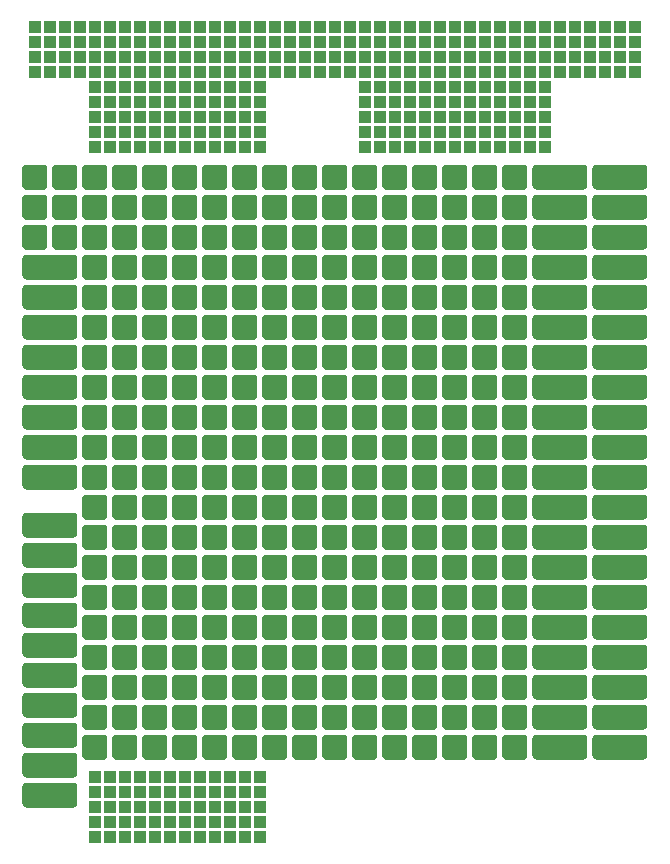
<source format=gbr>
G04 #@! TF.GenerationSoftware,KiCad,Pcbnew,5.1.6-c6e7f7d~87~ubuntu18.04.1*
G04 #@! TF.CreationDate,2020-08-06T18:59:17+02:00*
G04 #@! TF.ProjectId,pcb-business-card,7063622d-6275-4736-996e-6573732d6361,rev?*
G04 #@! TF.SameCoordinates,Original*
G04 #@! TF.FileFunction,Copper,L1,Top*
G04 #@! TF.FilePolarity,Positive*
%FSLAX46Y46*%
G04 Gerber Fmt 4.6, Leading zero omitted, Abs format (unit mm)*
G04 Created by KiCad (PCBNEW 5.1.6-c6e7f7d~87~ubuntu18.04.1) date 2020-08-06 18:59:17*
%MOMM*%
%LPD*%
G01*
G04 APERTURE LIST*
G04 #@! TA.AperFunction,SMDPad,CuDef*
%ADD10R,1.080000X1.080000*%
G04 #@! TD*
G04 #@! TA.AperFunction,ComponentPad*
%ADD11R,1.080000X1.080000*%
G04 #@! TD*
G04 APERTURE END LIST*
D10*
X161290000Y-82550000D03*
X167640000Y-83820000D03*
X156210000Y-83820000D03*
X162560000Y-83820000D03*
X154940000Y-82550000D03*
X167640000Y-81280000D03*
X156210000Y-81280000D03*
X162560000Y-81280000D03*
X157480000Y-82550000D03*
X160020000Y-82550000D03*
X162560000Y-82550000D03*
X158750000Y-82550000D03*
X153670000Y-82550000D03*
X165100000Y-82550000D03*
X167640000Y-82550000D03*
X156210000Y-82550000D03*
X166370000Y-81280000D03*
X163830000Y-81280000D03*
X153670000Y-81280000D03*
X157480000Y-81280000D03*
X158750000Y-81280000D03*
X163830000Y-83820000D03*
X166370000Y-83820000D03*
X165100000Y-81280000D03*
X152400000Y-82550000D03*
X161290000Y-81280000D03*
X160020000Y-81280000D03*
X154940000Y-81280000D03*
X152400000Y-81280000D03*
X163830000Y-82550000D03*
X165100000Y-83820000D03*
X161290000Y-83820000D03*
X157480000Y-83820000D03*
X158750000Y-83820000D03*
X160020000Y-83820000D03*
X154940000Y-83820000D03*
X152400000Y-83820000D03*
X153670000Y-83820000D03*
X166370000Y-82550000D03*
X167640000Y-80010000D03*
X156210000Y-80010000D03*
X162560000Y-80010000D03*
X154940000Y-78740000D03*
X167640000Y-77470000D03*
X156210000Y-77470000D03*
X162560000Y-77470000D03*
X157480000Y-78740000D03*
X160020000Y-78740000D03*
X162560000Y-78740000D03*
X158750000Y-78740000D03*
X161290000Y-78740000D03*
X156210000Y-78740000D03*
X166370000Y-77470000D03*
X163830000Y-77470000D03*
X168910000Y-77470000D03*
X165100000Y-77470000D03*
X152400000Y-78740000D03*
X161290000Y-77470000D03*
X157480000Y-77470000D03*
X158750000Y-77470000D03*
X160020000Y-77470000D03*
X154940000Y-77470000D03*
X152400000Y-77470000D03*
X153670000Y-77470000D03*
X153670000Y-78740000D03*
X163830000Y-78740000D03*
X166370000Y-78740000D03*
X166370000Y-80010000D03*
X163830000Y-80010000D03*
X165100000Y-80010000D03*
X161290000Y-80010000D03*
X157480000Y-80010000D03*
X158750000Y-80010000D03*
X160020000Y-80010000D03*
X154940000Y-80010000D03*
X152400000Y-80010000D03*
X153670000Y-80010000D03*
X165100000Y-78740000D03*
X167640000Y-78740000D03*
X172720000Y-73660000D03*
X167640000Y-73660000D03*
X156210000Y-73660000D03*
X162560000Y-73660000D03*
X157480000Y-74930000D03*
X124460000Y-74930000D03*
X124460000Y-73660000D03*
X144780000Y-74930000D03*
X146050000Y-74930000D03*
X147320000Y-74930000D03*
X149860000Y-74930000D03*
X148590000Y-74930000D03*
X153670000Y-74930000D03*
X149860000Y-73660000D03*
X148590000Y-73660000D03*
X144780000Y-73660000D03*
X146050000Y-73660000D03*
X147320000Y-73660000D03*
X163830000Y-74930000D03*
X166370000Y-74930000D03*
X168910000Y-74930000D03*
X165100000Y-74930000D03*
X167640000Y-74930000D03*
X160020000Y-74930000D03*
X162560000Y-74930000D03*
X158750000Y-74930000D03*
X161290000Y-74930000D03*
X156210000Y-74930000D03*
X166370000Y-73660000D03*
X163830000Y-73660000D03*
X168910000Y-73660000D03*
X165100000Y-73660000D03*
X125730000Y-74930000D03*
X127000000Y-74930000D03*
X128270000Y-74930000D03*
X130810000Y-74930000D03*
X129540000Y-74930000D03*
X132080000Y-74930000D03*
X133350000Y-74930000D03*
X134620000Y-74930000D03*
X137160000Y-74930000D03*
X135890000Y-74930000D03*
X152400000Y-74930000D03*
X161290000Y-73660000D03*
X125730000Y-73660000D03*
X127000000Y-73660000D03*
X128270000Y-73660000D03*
X130810000Y-73660000D03*
X129540000Y-73660000D03*
X157480000Y-73660000D03*
X170180000Y-73660000D03*
X158750000Y-73660000D03*
X160020000Y-73660000D03*
X154940000Y-73660000D03*
X151130000Y-73660000D03*
X152400000Y-73660000D03*
X153670000Y-73660000D03*
X175260000Y-73660000D03*
X171450000Y-73660000D03*
X173990000Y-73660000D03*
X138430000Y-73660000D03*
X139700000Y-73660000D03*
X140970000Y-73660000D03*
X154940000Y-74930000D03*
X151130000Y-74930000D03*
X138430000Y-74930000D03*
X170180000Y-74930000D03*
X172720000Y-74930000D03*
X175260000Y-74930000D03*
X171450000Y-74930000D03*
X173990000Y-74930000D03*
X139700000Y-74930000D03*
X140970000Y-74930000D03*
X143510000Y-74930000D03*
X142240000Y-74930000D03*
X132080000Y-73660000D03*
X133350000Y-73660000D03*
X134620000Y-73660000D03*
X137160000Y-73660000D03*
X135890000Y-73660000D03*
X143510000Y-73660000D03*
X142240000Y-73660000D03*
X124460000Y-77470000D03*
X124460000Y-76200000D03*
X132080000Y-83820000D03*
X129540000Y-78740000D03*
X129540000Y-81280000D03*
X129540000Y-80010000D03*
X129540000Y-82550000D03*
X129540000Y-83820000D03*
X130810000Y-83820000D03*
X130810000Y-78740000D03*
X130810000Y-81280000D03*
X130810000Y-80010000D03*
X130810000Y-82550000D03*
X132080000Y-81280000D03*
X132080000Y-82550000D03*
X132080000Y-80010000D03*
X133350000Y-80010000D03*
X138430000Y-80010000D03*
X134620000Y-80010000D03*
X137160000Y-80010000D03*
X135890000Y-80010000D03*
X133350000Y-81280000D03*
X138430000Y-81280000D03*
X134620000Y-81280000D03*
X137160000Y-81280000D03*
X135890000Y-81280000D03*
X133350000Y-82550000D03*
X138430000Y-82550000D03*
X134620000Y-82550000D03*
X137160000Y-82550000D03*
X135890000Y-82550000D03*
X137160000Y-83820000D03*
X135890000Y-83820000D03*
X134620000Y-83820000D03*
X133350000Y-83820000D03*
X138430000Y-83820000D03*
X143510000Y-83820000D03*
X142240000Y-83820000D03*
X140970000Y-83820000D03*
X139700000Y-83820000D03*
X140970000Y-82550000D03*
X139700000Y-82550000D03*
X143510000Y-82550000D03*
X142240000Y-82550000D03*
X140970000Y-81280000D03*
X142240000Y-81280000D03*
X143510000Y-81280000D03*
X139700000Y-81280000D03*
X140970000Y-80010000D03*
X142240000Y-80010000D03*
X143510000Y-80010000D03*
X139700000Y-80010000D03*
X132080000Y-78740000D03*
X133350000Y-78740000D03*
X134620000Y-78740000D03*
X137160000Y-78740000D03*
X135890000Y-78740000D03*
X138430000Y-78740000D03*
X139700000Y-78740000D03*
X140970000Y-78740000D03*
X143510000Y-78740000D03*
X142240000Y-78740000D03*
X144780000Y-77470000D03*
X146050000Y-77470000D03*
X147320000Y-77470000D03*
X149860000Y-77470000D03*
X148590000Y-77470000D03*
X138430000Y-77470000D03*
X139700000Y-77470000D03*
X140970000Y-77470000D03*
X143510000Y-77470000D03*
X142240000Y-77470000D03*
X132080000Y-77470000D03*
X133350000Y-77470000D03*
X134620000Y-77470000D03*
X137160000Y-77470000D03*
X135890000Y-77470000D03*
X125730000Y-77470000D03*
X127000000Y-77470000D03*
X128270000Y-77470000D03*
X130810000Y-77470000D03*
X129540000Y-77470000D03*
X125730000Y-76200000D03*
X127000000Y-76200000D03*
X128270000Y-76200000D03*
X130810000Y-76200000D03*
X129540000Y-76200000D03*
X132080000Y-76200000D03*
X133350000Y-76200000D03*
X134620000Y-76200000D03*
X137160000Y-76200000D03*
X135890000Y-76200000D03*
X143510000Y-76200000D03*
X142240000Y-76200000D03*
X138430000Y-76200000D03*
X139700000Y-76200000D03*
X140970000Y-76200000D03*
X149860000Y-76200000D03*
X148590000Y-76200000D03*
X144780000Y-76200000D03*
X146050000Y-76200000D03*
X147320000Y-76200000D03*
X156210000Y-76200000D03*
X154940000Y-76200000D03*
X151130000Y-76200000D03*
X152400000Y-76200000D03*
X153670000Y-76200000D03*
X161290000Y-76200000D03*
X160020000Y-76200000D03*
X157480000Y-76200000D03*
X162560000Y-76200000D03*
X158750000Y-76200000D03*
X166370000Y-76200000D03*
X163830000Y-76200000D03*
X168910000Y-76200000D03*
X165100000Y-76200000D03*
X167640000Y-76200000D03*
X170180000Y-76200000D03*
X172720000Y-76200000D03*
X175260000Y-76200000D03*
X171450000Y-76200000D03*
X173990000Y-76200000D03*
X170180000Y-77470000D03*
X172720000Y-77470000D03*
X175260000Y-77470000D03*
X171450000Y-77470000D03*
X173990000Y-77470000D03*
G04 #@! TA.AperFunction,ComponentPad*
G36*
G01*
X143720000Y-87208000D02*
X143720000Y-85512000D01*
G75*
G02*
X143932000Y-85300000I212000J0D01*
G01*
X145628000Y-85300000D01*
G75*
G02*
X145840000Y-85512000I0J-212000D01*
G01*
X145840000Y-87208000D01*
G75*
G02*
X145628000Y-87420000I-212000J0D01*
G01*
X143932000Y-87420000D01*
G75*
G02*
X143720000Y-87208000I0J212000D01*
G01*
G37*
G04 #@! TD.AperFunction*
G04 #@! TA.AperFunction,ComponentPad*
G36*
G01*
X148800000Y-87208000D02*
X148800000Y-85512000D01*
G75*
G02*
X149012000Y-85300000I212000J0D01*
G01*
X150708000Y-85300000D01*
G75*
G02*
X150920000Y-85512000I0J-212000D01*
G01*
X150920000Y-87208000D01*
G75*
G02*
X150708000Y-87420000I-212000J0D01*
G01*
X149012000Y-87420000D01*
G75*
G02*
X148800000Y-87208000I0J212000D01*
G01*
G37*
G04 #@! TD.AperFunction*
G04 #@! TA.AperFunction,ComponentPad*
G36*
G01*
X141180000Y-87208000D02*
X141180000Y-85512000D01*
G75*
G02*
X141392000Y-85300000I212000J0D01*
G01*
X143088000Y-85300000D01*
G75*
G02*
X143300000Y-85512000I0J-212000D01*
G01*
X143300000Y-87208000D01*
G75*
G02*
X143088000Y-87420000I-212000J0D01*
G01*
X141392000Y-87420000D01*
G75*
G02*
X141180000Y-87208000I0J212000D01*
G01*
G37*
G04 #@! TD.AperFunction*
G04 #@! TA.AperFunction,ComponentPad*
G36*
G01*
X161500000Y-87208000D02*
X161500000Y-85512000D01*
G75*
G02*
X161712000Y-85300000I212000J0D01*
G01*
X163408000Y-85300000D01*
G75*
G02*
X163620000Y-85512000I0J-212000D01*
G01*
X163620000Y-87208000D01*
G75*
G02*
X163408000Y-87420000I-212000J0D01*
G01*
X161712000Y-87420000D01*
G75*
G02*
X161500000Y-87208000I0J212000D01*
G01*
G37*
G04 #@! TD.AperFunction*
G04 #@! TA.AperFunction,ComponentPad*
G36*
G01*
X128480000Y-87208000D02*
X128480000Y-85512000D01*
G75*
G02*
X128692000Y-85300000I212000J0D01*
G01*
X130388000Y-85300000D01*
G75*
G02*
X130600000Y-85512000I0J-212000D01*
G01*
X130600000Y-87208000D01*
G75*
G02*
X130388000Y-87420000I-212000J0D01*
G01*
X128692000Y-87420000D01*
G75*
G02*
X128480000Y-87208000I0J212000D01*
G01*
G37*
G04 #@! TD.AperFunction*
G04 #@! TA.AperFunction,ComponentPad*
G36*
G01*
X125940000Y-87208000D02*
X125940000Y-85512000D01*
G75*
G02*
X126152000Y-85300000I212000J0D01*
G01*
X127848000Y-85300000D01*
G75*
G02*
X128060000Y-85512000I0J-212000D01*
G01*
X128060000Y-87208000D01*
G75*
G02*
X127848000Y-87420000I-212000J0D01*
G01*
X126152000Y-87420000D01*
G75*
G02*
X125940000Y-87208000I0J212000D01*
G01*
G37*
G04 #@! TD.AperFunction*
G04 #@! TA.AperFunction,ComponentPad*
G36*
G01*
X146260000Y-87208000D02*
X146260000Y-85512000D01*
G75*
G02*
X146472000Y-85300000I212000J0D01*
G01*
X148168000Y-85300000D01*
G75*
G02*
X148380000Y-85512000I0J-212000D01*
G01*
X148380000Y-87208000D01*
G75*
G02*
X148168000Y-87420000I-212000J0D01*
G01*
X146472000Y-87420000D01*
G75*
G02*
X146260000Y-87208000I0J212000D01*
G01*
G37*
G04 #@! TD.AperFunction*
G04 #@! TA.AperFunction,ComponentPad*
G36*
G01*
X156420000Y-87208000D02*
X156420000Y-85512000D01*
G75*
G02*
X156632000Y-85300000I212000J0D01*
G01*
X158328000Y-85300000D01*
G75*
G02*
X158540000Y-85512000I0J-212000D01*
G01*
X158540000Y-87208000D01*
G75*
G02*
X158328000Y-87420000I-212000J0D01*
G01*
X156632000Y-87420000D01*
G75*
G02*
X156420000Y-87208000I0J212000D01*
G01*
G37*
G04 #@! TD.AperFunction*
G04 #@! TA.AperFunction,ComponentPad*
G36*
G01*
X138640000Y-87208000D02*
X138640000Y-85512000D01*
G75*
G02*
X138852000Y-85300000I212000J0D01*
G01*
X140548000Y-85300000D01*
G75*
G02*
X140760000Y-85512000I0J-212000D01*
G01*
X140760000Y-87208000D01*
G75*
G02*
X140548000Y-87420000I-212000J0D01*
G01*
X138852000Y-87420000D01*
G75*
G02*
X138640000Y-87208000I0J212000D01*
G01*
G37*
G04 #@! TD.AperFunction*
G04 #@! TA.AperFunction,ComponentPad*
G36*
G01*
X153880000Y-87208000D02*
X153880000Y-85512000D01*
G75*
G02*
X154092000Y-85300000I212000J0D01*
G01*
X155788000Y-85300000D01*
G75*
G02*
X156000000Y-85512000I0J-212000D01*
G01*
X156000000Y-87208000D01*
G75*
G02*
X155788000Y-87420000I-212000J0D01*
G01*
X154092000Y-87420000D01*
G75*
G02*
X153880000Y-87208000I0J212000D01*
G01*
G37*
G04 #@! TD.AperFunction*
G04 #@! TA.AperFunction,ComponentPad*
G36*
G01*
X151340000Y-87208000D02*
X151340000Y-85512000D01*
G75*
G02*
X151552000Y-85300000I212000J0D01*
G01*
X153248000Y-85300000D01*
G75*
G02*
X153460000Y-85512000I0J-212000D01*
G01*
X153460000Y-87208000D01*
G75*
G02*
X153248000Y-87420000I-212000J0D01*
G01*
X151552000Y-87420000D01*
G75*
G02*
X151340000Y-87208000I0J212000D01*
G01*
G37*
G04 #@! TD.AperFunction*
G04 #@! TA.AperFunction,ComponentPad*
G36*
G01*
X158960000Y-87208000D02*
X158960000Y-85512000D01*
G75*
G02*
X159172000Y-85300000I212000J0D01*
G01*
X160868000Y-85300000D01*
G75*
G02*
X161080000Y-85512000I0J-212000D01*
G01*
X161080000Y-87208000D01*
G75*
G02*
X160868000Y-87420000I-212000J0D01*
G01*
X159172000Y-87420000D01*
G75*
G02*
X158960000Y-87208000I0J212000D01*
G01*
G37*
G04 #@! TD.AperFunction*
G04 #@! TA.AperFunction,ComponentPad*
G36*
G01*
X133560000Y-87208000D02*
X133560000Y-85512000D01*
G75*
G02*
X133772000Y-85300000I212000J0D01*
G01*
X135468000Y-85300000D01*
G75*
G02*
X135680000Y-85512000I0J-212000D01*
G01*
X135680000Y-87208000D01*
G75*
G02*
X135468000Y-87420000I-212000J0D01*
G01*
X133772000Y-87420000D01*
G75*
G02*
X133560000Y-87208000I0J212000D01*
G01*
G37*
G04 #@! TD.AperFunction*
G04 #@! TA.AperFunction,ComponentPad*
G36*
G01*
X136100000Y-87208000D02*
X136100000Y-85512000D01*
G75*
G02*
X136312000Y-85300000I212000J0D01*
G01*
X138008000Y-85300000D01*
G75*
G02*
X138220000Y-85512000I0J-212000D01*
G01*
X138220000Y-87208000D01*
G75*
G02*
X138008000Y-87420000I-212000J0D01*
G01*
X136312000Y-87420000D01*
G75*
G02*
X136100000Y-87208000I0J212000D01*
G01*
G37*
G04 #@! TD.AperFunction*
G04 #@! TA.AperFunction,ComponentPad*
G36*
G01*
X131020000Y-87208000D02*
X131020000Y-85512000D01*
G75*
G02*
X131232000Y-85300000I212000J0D01*
G01*
X132928000Y-85300000D01*
G75*
G02*
X133140000Y-85512000I0J-212000D01*
G01*
X133140000Y-87208000D01*
G75*
G02*
X132928000Y-87420000I-212000J0D01*
G01*
X131232000Y-87420000D01*
G75*
G02*
X131020000Y-87208000I0J212000D01*
G01*
G37*
G04 #@! TD.AperFunction*
G04 #@! TA.AperFunction,ComponentPad*
G36*
G01*
X164040000Y-87208000D02*
X164040000Y-85512000D01*
G75*
G02*
X164252000Y-85300000I212000J0D01*
G01*
X165948000Y-85300000D01*
G75*
G02*
X166160000Y-85512000I0J-212000D01*
G01*
X166160000Y-87208000D01*
G75*
G02*
X165948000Y-87420000I-212000J0D01*
G01*
X164252000Y-87420000D01*
G75*
G02*
X164040000Y-87208000I0J212000D01*
G01*
G37*
G04 #@! TD.AperFunction*
G04 #@! TA.AperFunction,ComponentPad*
G36*
G01*
X123400000Y-87208000D02*
X123400000Y-85512000D01*
G75*
G02*
X123612000Y-85300000I212000J0D01*
G01*
X125308000Y-85300000D01*
G75*
G02*
X125520000Y-85512000I0J-212000D01*
G01*
X125520000Y-87208000D01*
G75*
G02*
X125308000Y-87420000I-212000J0D01*
G01*
X123612000Y-87420000D01*
G75*
G02*
X123400000Y-87208000I0J212000D01*
G01*
G37*
G04 #@! TD.AperFunction*
G04 #@! TA.AperFunction,ComponentPad*
G36*
G01*
X123400000Y-89748000D02*
X123400000Y-88052000D01*
G75*
G02*
X123612000Y-87840000I212000J0D01*
G01*
X125308000Y-87840000D01*
G75*
G02*
X125520000Y-88052000I0J-212000D01*
G01*
X125520000Y-89748000D01*
G75*
G02*
X125308000Y-89960000I-212000J0D01*
G01*
X123612000Y-89960000D01*
G75*
G02*
X123400000Y-89748000I0J212000D01*
G01*
G37*
G04 #@! TD.AperFunction*
G04 #@! TA.AperFunction,ComponentPad*
G36*
G01*
X123400000Y-92288000D02*
X123400000Y-90592000D01*
G75*
G02*
X123612000Y-90380000I212000J0D01*
G01*
X125308000Y-90380000D01*
G75*
G02*
X125520000Y-90592000I0J-212000D01*
G01*
X125520000Y-92288000D01*
G75*
G02*
X125308000Y-92500000I-212000J0D01*
G01*
X123612000Y-92500000D01*
G75*
G02*
X123400000Y-92288000I0J212000D01*
G01*
G37*
G04 #@! TD.AperFunction*
G04 #@! TA.AperFunction,ComponentPad*
G36*
G01*
X125940000Y-92288000D02*
X125940000Y-90592000D01*
G75*
G02*
X126152000Y-90380000I212000J0D01*
G01*
X127848000Y-90380000D01*
G75*
G02*
X128060000Y-90592000I0J-212000D01*
G01*
X128060000Y-92288000D01*
G75*
G02*
X127848000Y-92500000I-212000J0D01*
G01*
X126152000Y-92500000D01*
G75*
G02*
X125940000Y-92288000I0J212000D01*
G01*
G37*
G04 #@! TD.AperFunction*
G04 #@! TA.AperFunction,ComponentPad*
G36*
G01*
X125940000Y-89748000D02*
X125940000Y-88052000D01*
G75*
G02*
X126152000Y-87840000I212000J0D01*
G01*
X127848000Y-87840000D01*
G75*
G02*
X128060000Y-88052000I0J-212000D01*
G01*
X128060000Y-89748000D01*
G75*
G02*
X127848000Y-89960000I-212000J0D01*
G01*
X126152000Y-89960000D01*
G75*
G02*
X125940000Y-89748000I0J212000D01*
G01*
G37*
G04 #@! TD.AperFunction*
G04 #@! TA.AperFunction,ComponentPad*
G36*
G01*
X141180000Y-89748000D02*
X141180000Y-88052000D01*
G75*
G02*
X141392000Y-87840000I212000J0D01*
G01*
X143088000Y-87840000D01*
G75*
G02*
X143300000Y-88052000I0J-212000D01*
G01*
X143300000Y-89748000D01*
G75*
G02*
X143088000Y-89960000I-212000J0D01*
G01*
X141392000Y-89960000D01*
G75*
G02*
X141180000Y-89748000I0J212000D01*
G01*
G37*
G04 #@! TD.AperFunction*
G04 #@! TA.AperFunction,ComponentPad*
G36*
G01*
X161500000Y-89748000D02*
X161500000Y-88052000D01*
G75*
G02*
X161712000Y-87840000I212000J0D01*
G01*
X163408000Y-87840000D01*
G75*
G02*
X163620000Y-88052000I0J-212000D01*
G01*
X163620000Y-89748000D01*
G75*
G02*
X163408000Y-89960000I-212000J0D01*
G01*
X161712000Y-89960000D01*
G75*
G02*
X161500000Y-89748000I0J212000D01*
G01*
G37*
G04 #@! TD.AperFunction*
G04 #@! TA.AperFunction,ComponentPad*
G36*
G01*
X128480000Y-89748000D02*
X128480000Y-88052000D01*
G75*
G02*
X128692000Y-87840000I212000J0D01*
G01*
X130388000Y-87840000D01*
G75*
G02*
X130600000Y-88052000I0J-212000D01*
G01*
X130600000Y-89748000D01*
G75*
G02*
X130388000Y-89960000I-212000J0D01*
G01*
X128692000Y-89960000D01*
G75*
G02*
X128480000Y-89748000I0J212000D01*
G01*
G37*
G04 #@! TD.AperFunction*
G04 #@! TA.AperFunction,ComponentPad*
G36*
G01*
X143720000Y-89748000D02*
X143720000Y-88052000D01*
G75*
G02*
X143932000Y-87840000I212000J0D01*
G01*
X145628000Y-87840000D01*
G75*
G02*
X145840000Y-88052000I0J-212000D01*
G01*
X145840000Y-89748000D01*
G75*
G02*
X145628000Y-89960000I-212000J0D01*
G01*
X143932000Y-89960000D01*
G75*
G02*
X143720000Y-89748000I0J212000D01*
G01*
G37*
G04 #@! TD.AperFunction*
G04 #@! TA.AperFunction,ComponentPad*
G36*
G01*
X148800000Y-89748000D02*
X148800000Y-88052000D01*
G75*
G02*
X149012000Y-87840000I212000J0D01*
G01*
X150708000Y-87840000D01*
G75*
G02*
X150920000Y-88052000I0J-212000D01*
G01*
X150920000Y-89748000D01*
G75*
G02*
X150708000Y-89960000I-212000J0D01*
G01*
X149012000Y-89960000D01*
G75*
G02*
X148800000Y-89748000I0J212000D01*
G01*
G37*
G04 #@! TD.AperFunction*
G04 #@! TA.AperFunction,ComponentPad*
G36*
G01*
X164040000Y-89748000D02*
X164040000Y-88052000D01*
G75*
G02*
X164252000Y-87840000I212000J0D01*
G01*
X165948000Y-87840000D01*
G75*
G02*
X166160000Y-88052000I0J-212000D01*
G01*
X166160000Y-89748000D01*
G75*
G02*
X165948000Y-89960000I-212000J0D01*
G01*
X164252000Y-89960000D01*
G75*
G02*
X164040000Y-89748000I0J212000D01*
G01*
G37*
G04 #@! TD.AperFunction*
G04 #@! TA.AperFunction,ComponentPad*
G36*
G01*
X136100000Y-89748000D02*
X136100000Y-88052000D01*
G75*
G02*
X136312000Y-87840000I212000J0D01*
G01*
X138008000Y-87840000D01*
G75*
G02*
X138220000Y-88052000I0J-212000D01*
G01*
X138220000Y-89748000D01*
G75*
G02*
X138008000Y-89960000I-212000J0D01*
G01*
X136312000Y-89960000D01*
G75*
G02*
X136100000Y-89748000I0J212000D01*
G01*
G37*
G04 #@! TD.AperFunction*
G04 #@! TA.AperFunction,ComponentPad*
G36*
G01*
X146260000Y-89748000D02*
X146260000Y-88052000D01*
G75*
G02*
X146472000Y-87840000I212000J0D01*
G01*
X148168000Y-87840000D01*
G75*
G02*
X148380000Y-88052000I0J-212000D01*
G01*
X148380000Y-89748000D01*
G75*
G02*
X148168000Y-89960000I-212000J0D01*
G01*
X146472000Y-89960000D01*
G75*
G02*
X146260000Y-89748000I0J212000D01*
G01*
G37*
G04 #@! TD.AperFunction*
G04 #@! TA.AperFunction,ComponentPad*
G36*
G01*
X156420000Y-89748000D02*
X156420000Y-88052000D01*
G75*
G02*
X156632000Y-87840000I212000J0D01*
G01*
X158328000Y-87840000D01*
G75*
G02*
X158540000Y-88052000I0J-212000D01*
G01*
X158540000Y-89748000D01*
G75*
G02*
X158328000Y-89960000I-212000J0D01*
G01*
X156632000Y-89960000D01*
G75*
G02*
X156420000Y-89748000I0J212000D01*
G01*
G37*
G04 #@! TD.AperFunction*
G04 #@! TA.AperFunction,ComponentPad*
G36*
G01*
X131020000Y-89748000D02*
X131020000Y-88052000D01*
G75*
G02*
X131232000Y-87840000I212000J0D01*
G01*
X132928000Y-87840000D01*
G75*
G02*
X133140000Y-88052000I0J-212000D01*
G01*
X133140000Y-89748000D01*
G75*
G02*
X132928000Y-89960000I-212000J0D01*
G01*
X131232000Y-89960000D01*
G75*
G02*
X131020000Y-89748000I0J212000D01*
G01*
G37*
G04 #@! TD.AperFunction*
G04 #@! TA.AperFunction,ComponentPad*
G36*
G01*
X151340000Y-89748000D02*
X151340000Y-88052000D01*
G75*
G02*
X151552000Y-87840000I212000J0D01*
G01*
X153248000Y-87840000D01*
G75*
G02*
X153460000Y-88052000I0J-212000D01*
G01*
X153460000Y-89748000D01*
G75*
G02*
X153248000Y-89960000I-212000J0D01*
G01*
X151552000Y-89960000D01*
G75*
G02*
X151340000Y-89748000I0J212000D01*
G01*
G37*
G04 #@! TD.AperFunction*
G04 #@! TA.AperFunction,ComponentPad*
G36*
G01*
X138640000Y-89748000D02*
X138640000Y-88052000D01*
G75*
G02*
X138852000Y-87840000I212000J0D01*
G01*
X140548000Y-87840000D01*
G75*
G02*
X140760000Y-88052000I0J-212000D01*
G01*
X140760000Y-89748000D01*
G75*
G02*
X140548000Y-89960000I-212000J0D01*
G01*
X138852000Y-89960000D01*
G75*
G02*
X138640000Y-89748000I0J212000D01*
G01*
G37*
G04 #@! TD.AperFunction*
G04 #@! TA.AperFunction,ComponentPad*
G36*
G01*
X153880000Y-89748000D02*
X153880000Y-88052000D01*
G75*
G02*
X154092000Y-87840000I212000J0D01*
G01*
X155788000Y-87840000D01*
G75*
G02*
X156000000Y-88052000I0J-212000D01*
G01*
X156000000Y-89748000D01*
G75*
G02*
X155788000Y-89960000I-212000J0D01*
G01*
X154092000Y-89960000D01*
G75*
G02*
X153880000Y-89748000I0J212000D01*
G01*
G37*
G04 #@! TD.AperFunction*
G04 #@! TA.AperFunction,ComponentPad*
G36*
G01*
X158960000Y-89748000D02*
X158960000Y-88052000D01*
G75*
G02*
X159172000Y-87840000I212000J0D01*
G01*
X160868000Y-87840000D01*
G75*
G02*
X161080000Y-88052000I0J-212000D01*
G01*
X161080000Y-89748000D01*
G75*
G02*
X160868000Y-89960000I-212000J0D01*
G01*
X159172000Y-89960000D01*
G75*
G02*
X158960000Y-89748000I0J212000D01*
G01*
G37*
G04 #@! TD.AperFunction*
G04 #@! TA.AperFunction,ComponentPad*
G36*
G01*
X133560000Y-89748000D02*
X133560000Y-88052000D01*
G75*
G02*
X133772000Y-87840000I212000J0D01*
G01*
X135468000Y-87840000D01*
G75*
G02*
X135680000Y-88052000I0J-212000D01*
G01*
X135680000Y-89748000D01*
G75*
G02*
X135468000Y-89960000I-212000J0D01*
G01*
X133772000Y-89960000D01*
G75*
G02*
X133560000Y-89748000I0J212000D01*
G01*
G37*
G04 #@! TD.AperFunction*
G04 #@! TA.AperFunction,ComponentPad*
G36*
G01*
X141180000Y-92288000D02*
X141180000Y-90592000D01*
G75*
G02*
X141392000Y-90380000I212000J0D01*
G01*
X143088000Y-90380000D01*
G75*
G02*
X143300000Y-90592000I0J-212000D01*
G01*
X143300000Y-92288000D01*
G75*
G02*
X143088000Y-92500000I-212000J0D01*
G01*
X141392000Y-92500000D01*
G75*
G02*
X141180000Y-92288000I0J212000D01*
G01*
G37*
G04 #@! TD.AperFunction*
G04 #@! TA.AperFunction,ComponentPad*
G36*
G01*
X161500000Y-92288000D02*
X161500000Y-90592000D01*
G75*
G02*
X161712000Y-90380000I212000J0D01*
G01*
X163408000Y-90380000D01*
G75*
G02*
X163620000Y-90592000I0J-212000D01*
G01*
X163620000Y-92288000D01*
G75*
G02*
X163408000Y-92500000I-212000J0D01*
G01*
X161712000Y-92500000D01*
G75*
G02*
X161500000Y-92288000I0J212000D01*
G01*
G37*
G04 #@! TD.AperFunction*
G04 #@! TA.AperFunction,ComponentPad*
G36*
G01*
X128480000Y-92288000D02*
X128480000Y-90592000D01*
G75*
G02*
X128692000Y-90380000I212000J0D01*
G01*
X130388000Y-90380000D01*
G75*
G02*
X130600000Y-90592000I0J-212000D01*
G01*
X130600000Y-92288000D01*
G75*
G02*
X130388000Y-92500000I-212000J0D01*
G01*
X128692000Y-92500000D01*
G75*
G02*
X128480000Y-92288000I0J212000D01*
G01*
G37*
G04 #@! TD.AperFunction*
G04 #@! TA.AperFunction,ComponentPad*
G36*
G01*
X143720000Y-92288000D02*
X143720000Y-90592000D01*
G75*
G02*
X143932000Y-90380000I212000J0D01*
G01*
X145628000Y-90380000D01*
G75*
G02*
X145840000Y-90592000I0J-212000D01*
G01*
X145840000Y-92288000D01*
G75*
G02*
X145628000Y-92500000I-212000J0D01*
G01*
X143932000Y-92500000D01*
G75*
G02*
X143720000Y-92288000I0J212000D01*
G01*
G37*
G04 #@! TD.AperFunction*
G04 #@! TA.AperFunction,ComponentPad*
G36*
G01*
X148800000Y-92288000D02*
X148800000Y-90592000D01*
G75*
G02*
X149012000Y-90380000I212000J0D01*
G01*
X150708000Y-90380000D01*
G75*
G02*
X150920000Y-90592000I0J-212000D01*
G01*
X150920000Y-92288000D01*
G75*
G02*
X150708000Y-92500000I-212000J0D01*
G01*
X149012000Y-92500000D01*
G75*
G02*
X148800000Y-92288000I0J212000D01*
G01*
G37*
G04 #@! TD.AperFunction*
G04 #@! TA.AperFunction,ComponentPad*
G36*
G01*
X136100000Y-92288000D02*
X136100000Y-90592000D01*
G75*
G02*
X136312000Y-90380000I212000J0D01*
G01*
X138008000Y-90380000D01*
G75*
G02*
X138220000Y-90592000I0J-212000D01*
G01*
X138220000Y-92288000D01*
G75*
G02*
X138008000Y-92500000I-212000J0D01*
G01*
X136312000Y-92500000D01*
G75*
G02*
X136100000Y-92288000I0J212000D01*
G01*
G37*
G04 #@! TD.AperFunction*
G04 #@! TA.AperFunction,ComponentPad*
G36*
G01*
X146260000Y-92288000D02*
X146260000Y-90592000D01*
G75*
G02*
X146472000Y-90380000I212000J0D01*
G01*
X148168000Y-90380000D01*
G75*
G02*
X148380000Y-90592000I0J-212000D01*
G01*
X148380000Y-92288000D01*
G75*
G02*
X148168000Y-92500000I-212000J0D01*
G01*
X146472000Y-92500000D01*
G75*
G02*
X146260000Y-92288000I0J212000D01*
G01*
G37*
G04 #@! TD.AperFunction*
G04 #@! TA.AperFunction,ComponentPad*
G36*
G01*
X156420000Y-92288000D02*
X156420000Y-90592000D01*
G75*
G02*
X156632000Y-90380000I212000J0D01*
G01*
X158328000Y-90380000D01*
G75*
G02*
X158540000Y-90592000I0J-212000D01*
G01*
X158540000Y-92288000D01*
G75*
G02*
X158328000Y-92500000I-212000J0D01*
G01*
X156632000Y-92500000D01*
G75*
G02*
X156420000Y-92288000I0J212000D01*
G01*
G37*
G04 #@! TD.AperFunction*
G04 #@! TA.AperFunction,ComponentPad*
G36*
G01*
X131020000Y-92288000D02*
X131020000Y-90592000D01*
G75*
G02*
X131232000Y-90380000I212000J0D01*
G01*
X132928000Y-90380000D01*
G75*
G02*
X133140000Y-90592000I0J-212000D01*
G01*
X133140000Y-92288000D01*
G75*
G02*
X132928000Y-92500000I-212000J0D01*
G01*
X131232000Y-92500000D01*
G75*
G02*
X131020000Y-92288000I0J212000D01*
G01*
G37*
G04 #@! TD.AperFunction*
G04 #@! TA.AperFunction,ComponentPad*
G36*
G01*
X151340000Y-92288000D02*
X151340000Y-90592000D01*
G75*
G02*
X151552000Y-90380000I212000J0D01*
G01*
X153248000Y-90380000D01*
G75*
G02*
X153460000Y-90592000I0J-212000D01*
G01*
X153460000Y-92288000D01*
G75*
G02*
X153248000Y-92500000I-212000J0D01*
G01*
X151552000Y-92500000D01*
G75*
G02*
X151340000Y-92288000I0J212000D01*
G01*
G37*
G04 #@! TD.AperFunction*
G04 #@! TA.AperFunction,ComponentPad*
G36*
G01*
X138640000Y-92288000D02*
X138640000Y-90592000D01*
G75*
G02*
X138852000Y-90380000I212000J0D01*
G01*
X140548000Y-90380000D01*
G75*
G02*
X140760000Y-90592000I0J-212000D01*
G01*
X140760000Y-92288000D01*
G75*
G02*
X140548000Y-92500000I-212000J0D01*
G01*
X138852000Y-92500000D01*
G75*
G02*
X138640000Y-92288000I0J212000D01*
G01*
G37*
G04 #@! TD.AperFunction*
G04 #@! TA.AperFunction,ComponentPad*
G36*
G01*
X153880000Y-92288000D02*
X153880000Y-90592000D01*
G75*
G02*
X154092000Y-90380000I212000J0D01*
G01*
X155788000Y-90380000D01*
G75*
G02*
X156000000Y-90592000I0J-212000D01*
G01*
X156000000Y-92288000D01*
G75*
G02*
X155788000Y-92500000I-212000J0D01*
G01*
X154092000Y-92500000D01*
G75*
G02*
X153880000Y-92288000I0J212000D01*
G01*
G37*
G04 #@! TD.AperFunction*
G04 #@! TA.AperFunction,ComponentPad*
G36*
G01*
X158960000Y-92288000D02*
X158960000Y-90592000D01*
G75*
G02*
X159172000Y-90380000I212000J0D01*
G01*
X160868000Y-90380000D01*
G75*
G02*
X161080000Y-90592000I0J-212000D01*
G01*
X161080000Y-92288000D01*
G75*
G02*
X160868000Y-92500000I-212000J0D01*
G01*
X159172000Y-92500000D01*
G75*
G02*
X158960000Y-92288000I0J212000D01*
G01*
G37*
G04 #@! TD.AperFunction*
G04 #@! TA.AperFunction,ComponentPad*
G36*
G01*
X133560000Y-92288000D02*
X133560000Y-90592000D01*
G75*
G02*
X133772000Y-90380000I212000J0D01*
G01*
X135468000Y-90380000D01*
G75*
G02*
X135680000Y-90592000I0J-212000D01*
G01*
X135680000Y-92288000D01*
G75*
G02*
X135468000Y-92500000I-212000J0D01*
G01*
X133772000Y-92500000D01*
G75*
G02*
X133560000Y-92288000I0J212000D01*
G01*
G37*
G04 #@! TD.AperFunction*
G04 #@! TA.AperFunction,ComponentPad*
G36*
G01*
X164040000Y-92288000D02*
X164040000Y-90592000D01*
G75*
G02*
X164252000Y-90380000I212000J0D01*
G01*
X165948000Y-90380000D01*
G75*
G02*
X166160000Y-90592000I0J-212000D01*
G01*
X166160000Y-92288000D01*
G75*
G02*
X165948000Y-92500000I-212000J0D01*
G01*
X164252000Y-92500000D01*
G75*
G02*
X164040000Y-92288000I0J212000D01*
G01*
G37*
G04 #@! TD.AperFunction*
D11*
X129540000Y-137160000D03*
X129540000Y-142240000D03*
X129540000Y-139700000D03*
X129540000Y-138430000D03*
X129540000Y-140970000D03*
X133350000Y-137160000D03*
X130810000Y-137160000D03*
X130810000Y-142240000D03*
X133350000Y-142240000D03*
X134620000Y-142240000D03*
X133350000Y-139700000D03*
X130810000Y-139700000D03*
X134620000Y-139700000D03*
X132080000Y-139700000D03*
X132080000Y-138430000D03*
X133350000Y-138430000D03*
X130810000Y-138430000D03*
X133350000Y-140970000D03*
X132080000Y-142240000D03*
X130810000Y-140970000D03*
X134620000Y-138430000D03*
X134620000Y-140970000D03*
X132080000Y-140970000D03*
X132080000Y-137160000D03*
X134620000Y-137160000D03*
X135890000Y-142240000D03*
X138430000Y-142240000D03*
X139700000Y-142240000D03*
X138430000Y-139700000D03*
X135890000Y-139700000D03*
X139700000Y-139700000D03*
X137160000Y-139700000D03*
X137160000Y-138430000D03*
X138430000Y-138430000D03*
X135890000Y-138430000D03*
X138430000Y-140970000D03*
X137160000Y-142240000D03*
X135890000Y-140970000D03*
X139700000Y-138430000D03*
X139700000Y-140970000D03*
X137160000Y-140970000D03*
X137160000Y-137160000D03*
X138430000Y-137160000D03*
X135890000Y-137160000D03*
X139700000Y-137160000D03*
X140970000Y-142240000D03*
X142240000Y-137160000D03*
X143510000Y-137160000D03*
X140970000Y-137160000D03*
X143510000Y-138430000D03*
X140970000Y-138430000D03*
X142240000Y-138430000D03*
X143510000Y-139700000D03*
X140970000Y-139700000D03*
X142240000Y-139700000D03*
X142240000Y-140970000D03*
X143510000Y-140970000D03*
X140970000Y-140970000D03*
X142240000Y-142240000D03*
X143510000Y-142240000D03*
G04 #@! TA.AperFunction,ComponentPad*
G36*
G01*
X143720000Y-130388000D02*
X143720000Y-128692000D01*
G75*
G02*
X143932000Y-128480000I212000J0D01*
G01*
X145628000Y-128480000D01*
G75*
G02*
X145840000Y-128692000I0J-212000D01*
G01*
X145840000Y-130388000D01*
G75*
G02*
X145628000Y-130600000I-212000J0D01*
G01*
X143932000Y-130600000D01*
G75*
G02*
X143720000Y-130388000I0J212000D01*
G01*
G37*
G04 #@! TD.AperFunction*
G04 #@! TA.AperFunction,ComponentPad*
G36*
G01*
X143720000Y-135468000D02*
X143720000Y-133772000D01*
G75*
G02*
X143932000Y-133560000I212000J0D01*
G01*
X145628000Y-133560000D01*
G75*
G02*
X145840000Y-133772000I0J-212000D01*
G01*
X145840000Y-135468000D01*
G75*
G02*
X145628000Y-135680000I-212000J0D01*
G01*
X143932000Y-135680000D01*
G75*
G02*
X143720000Y-135468000I0J212000D01*
G01*
G37*
G04 #@! TD.AperFunction*
G04 #@! TA.AperFunction,ComponentPad*
G36*
G01*
X143720000Y-132928000D02*
X143720000Y-131232000D01*
G75*
G02*
X143932000Y-131020000I212000J0D01*
G01*
X145628000Y-131020000D01*
G75*
G02*
X145840000Y-131232000I0J-212000D01*
G01*
X145840000Y-132928000D01*
G75*
G02*
X145628000Y-133140000I-212000J0D01*
G01*
X143932000Y-133140000D01*
G75*
G02*
X143720000Y-132928000I0J212000D01*
G01*
G37*
G04 #@! TD.AperFunction*
G04 #@! TA.AperFunction,ComponentPad*
G36*
G01*
X148800000Y-130388000D02*
X148800000Y-128692000D01*
G75*
G02*
X149012000Y-128480000I212000J0D01*
G01*
X150708000Y-128480000D01*
G75*
G02*
X150920000Y-128692000I0J-212000D01*
G01*
X150920000Y-130388000D01*
G75*
G02*
X150708000Y-130600000I-212000J0D01*
G01*
X149012000Y-130600000D01*
G75*
G02*
X148800000Y-130388000I0J212000D01*
G01*
G37*
G04 #@! TD.AperFunction*
G04 #@! TA.AperFunction,ComponentPad*
G36*
G01*
X148800000Y-135468000D02*
X148800000Y-133772000D01*
G75*
G02*
X149012000Y-133560000I212000J0D01*
G01*
X150708000Y-133560000D01*
G75*
G02*
X150920000Y-133772000I0J-212000D01*
G01*
X150920000Y-135468000D01*
G75*
G02*
X150708000Y-135680000I-212000J0D01*
G01*
X149012000Y-135680000D01*
G75*
G02*
X148800000Y-135468000I0J212000D01*
G01*
G37*
G04 #@! TD.AperFunction*
G04 #@! TA.AperFunction,ComponentPad*
G36*
G01*
X148800000Y-132928000D02*
X148800000Y-131232000D01*
G75*
G02*
X149012000Y-131020000I212000J0D01*
G01*
X150708000Y-131020000D01*
G75*
G02*
X150920000Y-131232000I0J-212000D01*
G01*
X150920000Y-132928000D01*
G75*
G02*
X150708000Y-133140000I-212000J0D01*
G01*
X149012000Y-133140000D01*
G75*
G02*
X148800000Y-132928000I0J212000D01*
G01*
G37*
G04 #@! TD.AperFunction*
G04 #@! TA.AperFunction,ComponentPad*
G36*
G01*
X153880000Y-135468000D02*
X153880000Y-133772000D01*
G75*
G02*
X154092000Y-133560000I212000J0D01*
G01*
X155788000Y-133560000D01*
G75*
G02*
X156000000Y-133772000I0J-212000D01*
G01*
X156000000Y-135468000D01*
G75*
G02*
X155788000Y-135680000I-212000J0D01*
G01*
X154092000Y-135680000D01*
G75*
G02*
X153880000Y-135468000I0J212000D01*
G01*
G37*
G04 #@! TD.AperFunction*
G04 #@! TA.AperFunction,ComponentPad*
G36*
G01*
X153880000Y-132928000D02*
X153880000Y-131232000D01*
G75*
G02*
X154092000Y-131020000I212000J0D01*
G01*
X155788000Y-131020000D01*
G75*
G02*
X156000000Y-131232000I0J-212000D01*
G01*
X156000000Y-132928000D01*
G75*
G02*
X155788000Y-133140000I-212000J0D01*
G01*
X154092000Y-133140000D01*
G75*
G02*
X153880000Y-132928000I0J212000D01*
G01*
G37*
G04 #@! TD.AperFunction*
G04 #@! TA.AperFunction,ComponentPad*
G36*
G01*
X153880000Y-130388000D02*
X153880000Y-128692000D01*
G75*
G02*
X154092000Y-128480000I212000J0D01*
G01*
X155788000Y-128480000D01*
G75*
G02*
X156000000Y-128692000I0J-212000D01*
G01*
X156000000Y-130388000D01*
G75*
G02*
X155788000Y-130600000I-212000J0D01*
G01*
X154092000Y-130600000D01*
G75*
G02*
X153880000Y-130388000I0J212000D01*
G01*
G37*
G04 #@! TD.AperFunction*
G04 #@! TA.AperFunction,ComponentPad*
G36*
G01*
X141180000Y-130388000D02*
X141180000Y-128692000D01*
G75*
G02*
X141392000Y-128480000I212000J0D01*
G01*
X143088000Y-128480000D01*
G75*
G02*
X143300000Y-128692000I0J-212000D01*
G01*
X143300000Y-130388000D01*
G75*
G02*
X143088000Y-130600000I-212000J0D01*
G01*
X141392000Y-130600000D01*
G75*
G02*
X141180000Y-130388000I0J212000D01*
G01*
G37*
G04 #@! TD.AperFunction*
G04 #@! TA.AperFunction,ComponentPad*
G36*
G01*
X133560000Y-130388000D02*
X133560000Y-128692000D01*
G75*
G02*
X133772000Y-128480000I212000J0D01*
G01*
X135468000Y-128480000D01*
G75*
G02*
X135680000Y-128692000I0J-212000D01*
G01*
X135680000Y-130388000D01*
G75*
G02*
X135468000Y-130600000I-212000J0D01*
G01*
X133772000Y-130600000D01*
G75*
G02*
X133560000Y-130388000I0J212000D01*
G01*
G37*
G04 #@! TD.AperFunction*
G04 #@! TA.AperFunction,ComponentPad*
G36*
G01*
X133560000Y-135468000D02*
X133560000Y-133772000D01*
G75*
G02*
X133772000Y-133560000I212000J0D01*
G01*
X135468000Y-133560000D01*
G75*
G02*
X135680000Y-133772000I0J-212000D01*
G01*
X135680000Y-135468000D01*
G75*
G02*
X135468000Y-135680000I-212000J0D01*
G01*
X133772000Y-135680000D01*
G75*
G02*
X133560000Y-135468000I0J212000D01*
G01*
G37*
G04 #@! TD.AperFunction*
G04 #@! TA.AperFunction,ComponentPad*
G36*
G01*
X164040000Y-132928000D02*
X164040000Y-131232000D01*
G75*
G02*
X164252000Y-131020000I212000J0D01*
G01*
X165948000Y-131020000D01*
G75*
G02*
X166160000Y-131232000I0J-212000D01*
G01*
X166160000Y-132928000D01*
G75*
G02*
X165948000Y-133140000I-212000J0D01*
G01*
X164252000Y-133140000D01*
G75*
G02*
X164040000Y-132928000I0J212000D01*
G01*
G37*
G04 #@! TD.AperFunction*
G04 #@! TA.AperFunction,ComponentPad*
G36*
G01*
X164040000Y-130388000D02*
X164040000Y-128692000D01*
G75*
G02*
X164252000Y-128480000I212000J0D01*
G01*
X165948000Y-128480000D01*
G75*
G02*
X166160000Y-128692000I0J-212000D01*
G01*
X166160000Y-130388000D01*
G75*
G02*
X165948000Y-130600000I-212000J0D01*
G01*
X164252000Y-130600000D01*
G75*
G02*
X164040000Y-130388000I0J212000D01*
G01*
G37*
G04 #@! TD.AperFunction*
G04 #@! TA.AperFunction,ComponentPad*
G36*
G01*
X164040000Y-135468000D02*
X164040000Y-133772000D01*
G75*
G02*
X164252000Y-133560000I212000J0D01*
G01*
X165948000Y-133560000D01*
G75*
G02*
X166160000Y-133772000I0J-212000D01*
G01*
X166160000Y-135468000D01*
G75*
G02*
X165948000Y-135680000I-212000J0D01*
G01*
X164252000Y-135680000D01*
G75*
G02*
X164040000Y-135468000I0J212000D01*
G01*
G37*
G04 #@! TD.AperFunction*
G04 #@! TA.AperFunction,ComponentPad*
G36*
G01*
X136100000Y-130388000D02*
X136100000Y-128692000D01*
G75*
G02*
X136312000Y-128480000I212000J0D01*
G01*
X138008000Y-128480000D01*
G75*
G02*
X138220000Y-128692000I0J-212000D01*
G01*
X138220000Y-130388000D01*
G75*
G02*
X138008000Y-130600000I-212000J0D01*
G01*
X136312000Y-130600000D01*
G75*
G02*
X136100000Y-130388000I0J212000D01*
G01*
G37*
G04 #@! TD.AperFunction*
G04 #@! TA.AperFunction,ComponentPad*
G36*
G01*
X156420000Y-135468000D02*
X156420000Y-133772000D01*
G75*
G02*
X156632000Y-133560000I212000J0D01*
G01*
X158328000Y-133560000D01*
G75*
G02*
X158540000Y-133772000I0J-212000D01*
G01*
X158540000Y-135468000D01*
G75*
G02*
X158328000Y-135680000I-212000J0D01*
G01*
X156632000Y-135680000D01*
G75*
G02*
X156420000Y-135468000I0J212000D01*
G01*
G37*
G04 #@! TD.AperFunction*
G04 #@! TA.AperFunction,ComponentPad*
G36*
G01*
X156420000Y-132928000D02*
X156420000Y-131232000D01*
G75*
G02*
X156632000Y-131020000I212000J0D01*
G01*
X158328000Y-131020000D01*
G75*
G02*
X158540000Y-131232000I0J-212000D01*
G01*
X158540000Y-132928000D01*
G75*
G02*
X158328000Y-133140000I-212000J0D01*
G01*
X156632000Y-133140000D01*
G75*
G02*
X156420000Y-132928000I0J212000D01*
G01*
G37*
G04 #@! TD.AperFunction*
G04 #@! TA.AperFunction,ComponentPad*
G36*
G01*
X156420000Y-130388000D02*
X156420000Y-128692000D01*
G75*
G02*
X156632000Y-128480000I212000J0D01*
G01*
X158328000Y-128480000D01*
G75*
G02*
X158540000Y-128692000I0J-212000D01*
G01*
X158540000Y-130388000D01*
G75*
G02*
X158328000Y-130600000I-212000J0D01*
G01*
X156632000Y-130600000D01*
G75*
G02*
X156420000Y-130388000I0J212000D01*
G01*
G37*
G04 #@! TD.AperFunction*
G04 #@! TA.AperFunction,ComponentPad*
G36*
G01*
X136100000Y-135468000D02*
X136100000Y-133772000D01*
G75*
G02*
X136312000Y-133560000I212000J0D01*
G01*
X138008000Y-133560000D01*
G75*
G02*
X138220000Y-133772000I0J-212000D01*
G01*
X138220000Y-135468000D01*
G75*
G02*
X138008000Y-135680000I-212000J0D01*
G01*
X136312000Y-135680000D01*
G75*
G02*
X136100000Y-135468000I0J212000D01*
G01*
G37*
G04 #@! TD.AperFunction*
G04 #@! TA.AperFunction,ComponentPad*
G36*
G01*
X136100000Y-132928000D02*
X136100000Y-131232000D01*
G75*
G02*
X136312000Y-131020000I212000J0D01*
G01*
X138008000Y-131020000D01*
G75*
G02*
X138220000Y-131232000I0J-212000D01*
G01*
X138220000Y-132928000D01*
G75*
G02*
X138008000Y-133140000I-212000J0D01*
G01*
X136312000Y-133140000D01*
G75*
G02*
X136100000Y-132928000I0J212000D01*
G01*
G37*
G04 #@! TD.AperFunction*
G04 #@! TA.AperFunction,ComponentPad*
G36*
G01*
X146260000Y-130388000D02*
X146260000Y-128692000D01*
G75*
G02*
X146472000Y-128480000I212000J0D01*
G01*
X148168000Y-128480000D01*
G75*
G02*
X148380000Y-128692000I0J-212000D01*
G01*
X148380000Y-130388000D01*
G75*
G02*
X148168000Y-130600000I-212000J0D01*
G01*
X146472000Y-130600000D01*
G75*
G02*
X146260000Y-130388000I0J212000D01*
G01*
G37*
G04 #@! TD.AperFunction*
G04 #@! TA.AperFunction,ComponentPad*
G36*
G01*
X146260000Y-135468000D02*
X146260000Y-133772000D01*
G75*
G02*
X146472000Y-133560000I212000J0D01*
G01*
X148168000Y-133560000D01*
G75*
G02*
X148380000Y-133772000I0J-212000D01*
G01*
X148380000Y-135468000D01*
G75*
G02*
X148168000Y-135680000I-212000J0D01*
G01*
X146472000Y-135680000D01*
G75*
G02*
X146260000Y-135468000I0J212000D01*
G01*
G37*
G04 #@! TD.AperFunction*
G04 #@! TA.AperFunction,ComponentPad*
G36*
G01*
X146260000Y-132928000D02*
X146260000Y-131232000D01*
G75*
G02*
X146472000Y-131020000I212000J0D01*
G01*
X148168000Y-131020000D01*
G75*
G02*
X148380000Y-131232000I0J-212000D01*
G01*
X148380000Y-132928000D01*
G75*
G02*
X148168000Y-133140000I-212000J0D01*
G01*
X146472000Y-133140000D01*
G75*
G02*
X146260000Y-132928000I0J212000D01*
G01*
G37*
G04 #@! TD.AperFunction*
G04 #@! TA.AperFunction,ComponentPad*
G36*
G01*
X158960000Y-135468000D02*
X158960000Y-133772000D01*
G75*
G02*
X159172000Y-133560000I212000J0D01*
G01*
X160868000Y-133560000D01*
G75*
G02*
X161080000Y-133772000I0J-212000D01*
G01*
X161080000Y-135468000D01*
G75*
G02*
X160868000Y-135680000I-212000J0D01*
G01*
X159172000Y-135680000D01*
G75*
G02*
X158960000Y-135468000I0J212000D01*
G01*
G37*
G04 #@! TD.AperFunction*
G04 #@! TA.AperFunction,ComponentPad*
G36*
G01*
X158960000Y-132928000D02*
X158960000Y-131232000D01*
G75*
G02*
X159172000Y-131020000I212000J0D01*
G01*
X160868000Y-131020000D01*
G75*
G02*
X161080000Y-131232000I0J-212000D01*
G01*
X161080000Y-132928000D01*
G75*
G02*
X160868000Y-133140000I-212000J0D01*
G01*
X159172000Y-133140000D01*
G75*
G02*
X158960000Y-132928000I0J212000D01*
G01*
G37*
G04 #@! TD.AperFunction*
G04 #@! TA.AperFunction,ComponentPad*
G36*
G01*
X158960000Y-130388000D02*
X158960000Y-128692000D01*
G75*
G02*
X159172000Y-128480000I212000J0D01*
G01*
X160868000Y-128480000D01*
G75*
G02*
X161080000Y-128692000I0J-212000D01*
G01*
X161080000Y-130388000D01*
G75*
G02*
X160868000Y-130600000I-212000J0D01*
G01*
X159172000Y-130600000D01*
G75*
G02*
X158960000Y-130388000I0J212000D01*
G01*
G37*
G04 #@! TD.AperFunction*
G04 #@! TA.AperFunction,ComponentPad*
G36*
G01*
X161500000Y-132928000D02*
X161500000Y-131232000D01*
G75*
G02*
X161712000Y-131020000I212000J0D01*
G01*
X163408000Y-131020000D01*
G75*
G02*
X163620000Y-131232000I0J-212000D01*
G01*
X163620000Y-132928000D01*
G75*
G02*
X163408000Y-133140000I-212000J0D01*
G01*
X161712000Y-133140000D01*
G75*
G02*
X161500000Y-132928000I0J212000D01*
G01*
G37*
G04 #@! TD.AperFunction*
G04 #@! TA.AperFunction,ComponentPad*
G36*
G01*
X161500000Y-130388000D02*
X161500000Y-128692000D01*
G75*
G02*
X161712000Y-128480000I212000J0D01*
G01*
X163408000Y-128480000D01*
G75*
G02*
X163620000Y-128692000I0J-212000D01*
G01*
X163620000Y-130388000D01*
G75*
G02*
X163408000Y-130600000I-212000J0D01*
G01*
X161712000Y-130600000D01*
G75*
G02*
X161500000Y-130388000I0J212000D01*
G01*
G37*
G04 #@! TD.AperFunction*
G04 #@! TA.AperFunction,ComponentPad*
G36*
G01*
X161500000Y-135468000D02*
X161500000Y-133772000D01*
G75*
G02*
X161712000Y-133560000I212000J0D01*
G01*
X163408000Y-133560000D01*
G75*
G02*
X163620000Y-133772000I0J-212000D01*
G01*
X163620000Y-135468000D01*
G75*
G02*
X163408000Y-135680000I-212000J0D01*
G01*
X161712000Y-135680000D01*
G75*
G02*
X161500000Y-135468000I0J212000D01*
G01*
G37*
G04 #@! TD.AperFunction*
G04 #@! TA.AperFunction,ComponentPad*
G36*
G01*
X133560000Y-132928000D02*
X133560000Y-131232000D01*
G75*
G02*
X133772000Y-131020000I212000J0D01*
G01*
X135468000Y-131020000D01*
G75*
G02*
X135680000Y-131232000I0J-212000D01*
G01*
X135680000Y-132928000D01*
G75*
G02*
X135468000Y-133140000I-212000J0D01*
G01*
X133772000Y-133140000D01*
G75*
G02*
X133560000Y-132928000I0J212000D01*
G01*
G37*
G04 #@! TD.AperFunction*
G04 #@! TA.AperFunction,ComponentPad*
G36*
G01*
X131020000Y-135468000D02*
X131020000Y-133772000D01*
G75*
G02*
X131232000Y-133560000I212000J0D01*
G01*
X132928000Y-133560000D01*
G75*
G02*
X133140000Y-133772000I0J-212000D01*
G01*
X133140000Y-135468000D01*
G75*
G02*
X132928000Y-135680000I-212000J0D01*
G01*
X131232000Y-135680000D01*
G75*
G02*
X131020000Y-135468000I0J212000D01*
G01*
G37*
G04 #@! TD.AperFunction*
G04 #@! TA.AperFunction,ComponentPad*
G36*
G01*
X141180000Y-135468000D02*
X141180000Y-133772000D01*
G75*
G02*
X141392000Y-133560000I212000J0D01*
G01*
X143088000Y-133560000D01*
G75*
G02*
X143300000Y-133772000I0J-212000D01*
G01*
X143300000Y-135468000D01*
G75*
G02*
X143088000Y-135680000I-212000J0D01*
G01*
X141392000Y-135680000D01*
G75*
G02*
X141180000Y-135468000I0J212000D01*
G01*
G37*
G04 #@! TD.AperFunction*
G04 #@! TA.AperFunction,ComponentPad*
G36*
G01*
X141180000Y-132928000D02*
X141180000Y-131232000D01*
G75*
G02*
X141392000Y-131020000I212000J0D01*
G01*
X143088000Y-131020000D01*
G75*
G02*
X143300000Y-131232000I0J-212000D01*
G01*
X143300000Y-132928000D01*
G75*
G02*
X143088000Y-133140000I-212000J0D01*
G01*
X141392000Y-133140000D01*
G75*
G02*
X141180000Y-132928000I0J212000D01*
G01*
G37*
G04 #@! TD.AperFunction*
G04 #@! TA.AperFunction,ComponentPad*
G36*
G01*
X131020000Y-132928000D02*
X131020000Y-131232000D01*
G75*
G02*
X131232000Y-131020000I212000J0D01*
G01*
X132928000Y-131020000D01*
G75*
G02*
X133140000Y-131232000I0J-212000D01*
G01*
X133140000Y-132928000D01*
G75*
G02*
X132928000Y-133140000I-212000J0D01*
G01*
X131232000Y-133140000D01*
G75*
G02*
X131020000Y-132928000I0J212000D01*
G01*
G37*
G04 #@! TD.AperFunction*
G04 #@! TA.AperFunction,ComponentPad*
G36*
G01*
X138640000Y-130388000D02*
X138640000Y-128692000D01*
G75*
G02*
X138852000Y-128480000I212000J0D01*
G01*
X140548000Y-128480000D01*
G75*
G02*
X140760000Y-128692000I0J-212000D01*
G01*
X140760000Y-130388000D01*
G75*
G02*
X140548000Y-130600000I-212000J0D01*
G01*
X138852000Y-130600000D01*
G75*
G02*
X138640000Y-130388000I0J212000D01*
G01*
G37*
G04 #@! TD.AperFunction*
G04 #@! TA.AperFunction,ComponentPad*
G36*
G01*
X131020000Y-130388000D02*
X131020000Y-128692000D01*
G75*
G02*
X131232000Y-128480000I212000J0D01*
G01*
X132928000Y-128480000D01*
G75*
G02*
X133140000Y-128692000I0J-212000D01*
G01*
X133140000Y-130388000D01*
G75*
G02*
X132928000Y-130600000I-212000J0D01*
G01*
X131232000Y-130600000D01*
G75*
G02*
X131020000Y-130388000I0J212000D01*
G01*
G37*
G04 #@! TD.AperFunction*
G04 #@! TA.AperFunction,ComponentPad*
G36*
G01*
X128480000Y-135468000D02*
X128480000Y-133772000D01*
G75*
G02*
X128692000Y-133560000I212000J0D01*
G01*
X130388000Y-133560000D01*
G75*
G02*
X130600000Y-133772000I0J-212000D01*
G01*
X130600000Y-135468000D01*
G75*
G02*
X130388000Y-135680000I-212000J0D01*
G01*
X128692000Y-135680000D01*
G75*
G02*
X128480000Y-135468000I0J212000D01*
G01*
G37*
G04 #@! TD.AperFunction*
G04 #@! TA.AperFunction,ComponentPad*
G36*
G01*
X128480000Y-132928000D02*
X128480000Y-131232000D01*
G75*
G02*
X128692000Y-131020000I212000J0D01*
G01*
X130388000Y-131020000D01*
G75*
G02*
X130600000Y-131232000I0J-212000D01*
G01*
X130600000Y-132928000D01*
G75*
G02*
X130388000Y-133140000I-212000J0D01*
G01*
X128692000Y-133140000D01*
G75*
G02*
X128480000Y-132928000I0J212000D01*
G01*
G37*
G04 #@! TD.AperFunction*
G04 #@! TA.AperFunction,ComponentPad*
G36*
G01*
X128480000Y-130388000D02*
X128480000Y-128692000D01*
G75*
G02*
X128692000Y-128480000I212000J0D01*
G01*
X130388000Y-128480000D01*
G75*
G02*
X130600000Y-128692000I0J-212000D01*
G01*
X130600000Y-130388000D01*
G75*
G02*
X130388000Y-130600000I-212000J0D01*
G01*
X128692000Y-130600000D01*
G75*
G02*
X128480000Y-130388000I0J212000D01*
G01*
G37*
G04 #@! TD.AperFunction*
G04 #@! TA.AperFunction,ComponentPad*
G36*
G01*
X138640000Y-135468000D02*
X138640000Y-133772000D01*
G75*
G02*
X138852000Y-133560000I212000J0D01*
G01*
X140548000Y-133560000D01*
G75*
G02*
X140760000Y-133772000I0J-212000D01*
G01*
X140760000Y-135468000D01*
G75*
G02*
X140548000Y-135680000I-212000J0D01*
G01*
X138852000Y-135680000D01*
G75*
G02*
X138640000Y-135468000I0J212000D01*
G01*
G37*
G04 #@! TD.AperFunction*
G04 #@! TA.AperFunction,ComponentPad*
G36*
G01*
X151340000Y-130388000D02*
X151340000Y-128692000D01*
G75*
G02*
X151552000Y-128480000I212000J0D01*
G01*
X153248000Y-128480000D01*
G75*
G02*
X153460000Y-128692000I0J-212000D01*
G01*
X153460000Y-130388000D01*
G75*
G02*
X153248000Y-130600000I-212000J0D01*
G01*
X151552000Y-130600000D01*
G75*
G02*
X151340000Y-130388000I0J212000D01*
G01*
G37*
G04 #@! TD.AperFunction*
G04 #@! TA.AperFunction,ComponentPad*
G36*
G01*
X138640000Y-132928000D02*
X138640000Y-131232000D01*
G75*
G02*
X138852000Y-131020000I212000J0D01*
G01*
X140548000Y-131020000D01*
G75*
G02*
X140760000Y-131232000I0J-212000D01*
G01*
X140760000Y-132928000D01*
G75*
G02*
X140548000Y-133140000I-212000J0D01*
G01*
X138852000Y-133140000D01*
G75*
G02*
X138640000Y-132928000I0J212000D01*
G01*
G37*
G04 #@! TD.AperFunction*
G04 #@! TA.AperFunction,ComponentPad*
G36*
G01*
X151340000Y-135468000D02*
X151340000Y-133772000D01*
G75*
G02*
X151552000Y-133560000I212000J0D01*
G01*
X153248000Y-133560000D01*
G75*
G02*
X153460000Y-133772000I0J-212000D01*
G01*
X153460000Y-135468000D01*
G75*
G02*
X153248000Y-135680000I-212000J0D01*
G01*
X151552000Y-135680000D01*
G75*
G02*
X151340000Y-135468000I0J212000D01*
G01*
G37*
G04 #@! TD.AperFunction*
G04 #@! TA.AperFunction,ComponentPad*
G36*
G01*
X151340000Y-132928000D02*
X151340000Y-131232000D01*
G75*
G02*
X151552000Y-131020000I212000J0D01*
G01*
X153248000Y-131020000D01*
G75*
G02*
X153460000Y-131232000I0J-212000D01*
G01*
X153460000Y-132928000D01*
G75*
G02*
X153248000Y-133140000I-212000J0D01*
G01*
X151552000Y-133140000D01*
G75*
G02*
X151340000Y-132928000I0J212000D01*
G01*
G37*
G04 #@! TD.AperFunction*
G04 #@! TA.AperFunction,ComponentPad*
G36*
G01*
X128480000Y-97368000D02*
X128480000Y-95672000D01*
G75*
G02*
X128692000Y-95460000I212000J0D01*
G01*
X130388000Y-95460000D01*
G75*
G02*
X130600000Y-95672000I0J-212000D01*
G01*
X130600000Y-97368000D01*
G75*
G02*
X130388000Y-97580000I-212000J0D01*
G01*
X128692000Y-97580000D01*
G75*
G02*
X128480000Y-97368000I0J212000D01*
G01*
G37*
G04 #@! TD.AperFunction*
G04 #@! TA.AperFunction,ComponentPad*
G36*
G01*
X128480000Y-94828000D02*
X128480000Y-93132000D01*
G75*
G02*
X128692000Y-92920000I212000J0D01*
G01*
X130388000Y-92920000D01*
G75*
G02*
X130600000Y-93132000I0J-212000D01*
G01*
X130600000Y-94828000D01*
G75*
G02*
X130388000Y-95040000I-212000J0D01*
G01*
X128692000Y-95040000D01*
G75*
G02*
X128480000Y-94828000I0J212000D01*
G01*
G37*
G04 #@! TD.AperFunction*
G04 #@! TA.AperFunction,ComponentPad*
G36*
G01*
X128480000Y-104988000D02*
X128480000Y-103292000D01*
G75*
G02*
X128692000Y-103080000I212000J0D01*
G01*
X130388000Y-103080000D01*
G75*
G02*
X130600000Y-103292000I0J-212000D01*
G01*
X130600000Y-104988000D01*
G75*
G02*
X130388000Y-105200000I-212000J0D01*
G01*
X128692000Y-105200000D01*
G75*
G02*
X128480000Y-104988000I0J212000D01*
G01*
G37*
G04 #@! TD.AperFunction*
G04 #@! TA.AperFunction,ComponentPad*
G36*
G01*
X128480000Y-102448000D02*
X128480000Y-100752000D01*
G75*
G02*
X128692000Y-100540000I212000J0D01*
G01*
X130388000Y-100540000D01*
G75*
G02*
X130600000Y-100752000I0J-212000D01*
G01*
X130600000Y-102448000D01*
G75*
G02*
X130388000Y-102660000I-212000J0D01*
G01*
X128692000Y-102660000D01*
G75*
G02*
X128480000Y-102448000I0J212000D01*
G01*
G37*
G04 #@! TD.AperFunction*
G04 #@! TA.AperFunction,ComponentPad*
G36*
G01*
X128480000Y-99908000D02*
X128480000Y-98212000D01*
G75*
G02*
X128692000Y-98000000I212000J0D01*
G01*
X130388000Y-98000000D01*
G75*
G02*
X130600000Y-98212000I0J-212000D01*
G01*
X130600000Y-99908000D01*
G75*
G02*
X130388000Y-100120000I-212000J0D01*
G01*
X128692000Y-100120000D01*
G75*
G02*
X128480000Y-99908000I0J212000D01*
G01*
G37*
G04 #@! TD.AperFunction*
G04 #@! TA.AperFunction,ComponentPad*
G36*
G01*
X128480000Y-112608000D02*
X128480000Y-110912000D01*
G75*
G02*
X128692000Y-110700000I212000J0D01*
G01*
X130388000Y-110700000D01*
G75*
G02*
X130600000Y-110912000I0J-212000D01*
G01*
X130600000Y-112608000D01*
G75*
G02*
X130388000Y-112820000I-212000J0D01*
G01*
X128692000Y-112820000D01*
G75*
G02*
X128480000Y-112608000I0J212000D01*
G01*
G37*
G04 #@! TD.AperFunction*
G04 #@! TA.AperFunction,ComponentPad*
G36*
G01*
X128480000Y-110068000D02*
X128480000Y-108372000D01*
G75*
G02*
X128692000Y-108160000I212000J0D01*
G01*
X130388000Y-108160000D01*
G75*
G02*
X130600000Y-108372000I0J-212000D01*
G01*
X130600000Y-110068000D01*
G75*
G02*
X130388000Y-110280000I-212000J0D01*
G01*
X128692000Y-110280000D01*
G75*
G02*
X128480000Y-110068000I0J212000D01*
G01*
G37*
G04 #@! TD.AperFunction*
G04 #@! TA.AperFunction,ComponentPad*
G36*
G01*
X128480000Y-107528000D02*
X128480000Y-105832000D01*
G75*
G02*
X128692000Y-105620000I212000J0D01*
G01*
X130388000Y-105620000D01*
G75*
G02*
X130600000Y-105832000I0J-212000D01*
G01*
X130600000Y-107528000D01*
G75*
G02*
X130388000Y-107740000I-212000J0D01*
G01*
X128692000Y-107740000D01*
G75*
G02*
X128480000Y-107528000I0J212000D01*
G01*
G37*
G04 #@! TD.AperFunction*
G04 #@! TA.AperFunction,ComponentPad*
G36*
G01*
X128480000Y-117688000D02*
X128480000Y-115992000D01*
G75*
G02*
X128692000Y-115780000I212000J0D01*
G01*
X130388000Y-115780000D01*
G75*
G02*
X130600000Y-115992000I0J-212000D01*
G01*
X130600000Y-117688000D01*
G75*
G02*
X130388000Y-117900000I-212000J0D01*
G01*
X128692000Y-117900000D01*
G75*
G02*
X128480000Y-117688000I0J212000D01*
G01*
G37*
G04 #@! TD.AperFunction*
G04 #@! TA.AperFunction,ComponentPad*
G36*
G01*
X128480000Y-120228000D02*
X128480000Y-118532000D01*
G75*
G02*
X128692000Y-118320000I212000J0D01*
G01*
X130388000Y-118320000D01*
G75*
G02*
X130600000Y-118532000I0J-212000D01*
G01*
X130600000Y-120228000D01*
G75*
G02*
X130388000Y-120440000I-212000J0D01*
G01*
X128692000Y-120440000D01*
G75*
G02*
X128480000Y-120228000I0J212000D01*
G01*
G37*
G04 #@! TD.AperFunction*
G04 #@! TA.AperFunction,ComponentPad*
G36*
G01*
X128480000Y-115148000D02*
X128480000Y-113452000D01*
G75*
G02*
X128692000Y-113240000I212000J0D01*
G01*
X130388000Y-113240000D01*
G75*
G02*
X130600000Y-113452000I0J-212000D01*
G01*
X130600000Y-115148000D01*
G75*
G02*
X130388000Y-115360000I-212000J0D01*
G01*
X128692000Y-115360000D01*
G75*
G02*
X128480000Y-115148000I0J212000D01*
G01*
G37*
G04 #@! TD.AperFunction*
G04 #@! TA.AperFunction,ComponentPad*
G36*
G01*
X128480000Y-127848000D02*
X128480000Y-126152000D01*
G75*
G02*
X128692000Y-125940000I212000J0D01*
G01*
X130388000Y-125940000D01*
G75*
G02*
X130600000Y-126152000I0J-212000D01*
G01*
X130600000Y-127848000D01*
G75*
G02*
X130388000Y-128060000I-212000J0D01*
G01*
X128692000Y-128060000D01*
G75*
G02*
X128480000Y-127848000I0J212000D01*
G01*
G37*
G04 #@! TD.AperFunction*
G04 #@! TA.AperFunction,ComponentPad*
G36*
G01*
X128480000Y-125308000D02*
X128480000Y-123612000D01*
G75*
G02*
X128692000Y-123400000I212000J0D01*
G01*
X130388000Y-123400000D01*
G75*
G02*
X130600000Y-123612000I0J-212000D01*
G01*
X130600000Y-125308000D01*
G75*
G02*
X130388000Y-125520000I-212000J0D01*
G01*
X128692000Y-125520000D01*
G75*
G02*
X128480000Y-125308000I0J212000D01*
G01*
G37*
G04 #@! TD.AperFunction*
G04 #@! TA.AperFunction,ComponentPad*
G36*
G01*
X128480000Y-122768000D02*
X128480000Y-121072000D01*
G75*
G02*
X128692000Y-120860000I212000J0D01*
G01*
X130388000Y-120860000D01*
G75*
G02*
X130600000Y-121072000I0J-212000D01*
G01*
X130600000Y-122768000D01*
G75*
G02*
X130388000Y-122980000I-212000J0D01*
G01*
X128692000Y-122980000D01*
G75*
G02*
X128480000Y-122768000I0J212000D01*
G01*
G37*
G04 #@! TD.AperFunction*
G04 #@! TA.AperFunction,ComponentPad*
G36*
G01*
X131020000Y-122768000D02*
X131020000Y-121072000D01*
G75*
G02*
X131232000Y-120860000I212000J0D01*
G01*
X132928000Y-120860000D01*
G75*
G02*
X133140000Y-121072000I0J-212000D01*
G01*
X133140000Y-122768000D01*
G75*
G02*
X132928000Y-122980000I-212000J0D01*
G01*
X131232000Y-122980000D01*
G75*
G02*
X131020000Y-122768000I0J212000D01*
G01*
G37*
G04 #@! TD.AperFunction*
G04 #@! TA.AperFunction,ComponentPad*
G36*
G01*
X131020000Y-117688000D02*
X131020000Y-115992000D01*
G75*
G02*
X131232000Y-115780000I212000J0D01*
G01*
X132928000Y-115780000D01*
G75*
G02*
X133140000Y-115992000I0J-212000D01*
G01*
X133140000Y-117688000D01*
G75*
G02*
X132928000Y-117900000I-212000J0D01*
G01*
X131232000Y-117900000D01*
G75*
G02*
X131020000Y-117688000I0J212000D01*
G01*
G37*
G04 #@! TD.AperFunction*
G04 #@! TA.AperFunction,ComponentPad*
G36*
G01*
X131020000Y-127848000D02*
X131020000Y-126152000D01*
G75*
G02*
X131232000Y-125940000I212000J0D01*
G01*
X132928000Y-125940000D01*
G75*
G02*
X133140000Y-126152000I0J-212000D01*
G01*
X133140000Y-127848000D01*
G75*
G02*
X132928000Y-128060000I-212000J0D01*
G01*
X131232000Y-128060000D01*
G75*
G02*
X131020000Y-127848000I0J212000D01*
G01*
G37*
G04 #@! TD.AperFunction*
G04 #@! TA.AperFunction,ComponentPad*
G36*
G01*
X131020000Y-120228000D02*
X131020000Y-118532000D01*
G75*
G02*
X131232000Y-118320000I212000J0D01*
G01*
X132928000Y-118320000D01*
G75*
G02*
X133140000Y-118532000I0J-212000D01*
G01*
X133140000Y-120228000D01*
G75*
G02*
X132928000Y-120440000I-212000J0D01*
G01*
X131232000Y-120440000D01*
G75*
G02*
X131020000Y-120228000I0J212000D01*
G01*
G37*
G04 #@! TD.AperFunction*
G04 #@! TA.AperFunction,ComponentPad*
G36*
G01*
X131020000Y-125308000D02*
X131020000Y-123612000D01*
G75*
G02*
X131232000Y-123400000I212000J0D01*
G01*
X132928000Y-123400000D01*
G75*
G02*
X133140000Y-123612000I0J-212000D01*
G01*
X133140000Y-125308000D01*
G75*
G02*
X132928000Y-125520000I-212000J0D01*
G01*
X131232000Y-125520000D01*
G75*
G02*
X131020000Y-125308000I0J212000D01*
G01*
G37*
G04 #@! TD.AperFunction*
G04 #@! TA.AperFunction,ComponentPad*
G36*
G01*
X131020000Y-115148000D02*
X131020000Y-113452000D01*
G75*
G02*
X131232000Y-113240000I212000J0D01*
G01*
X132928000Y-113240000D01*
G75*
G02*
X133140000Y-113452000I0J-212000D01*
G01*
X133140000Y-115148000D01*
G75*
G02*
X132928000Y-115360000I-212000J0D01*
G01*
X131232000Y-115360000D01*
G75*
G02*
X131020000Y-115148000I0J212000D01*
G01*
G37*
G04 #@! TD.AperFunction*
G04 #@! TA.AperFunction,ComponentPad*
G36*
G01*
X133560000Y-122768000D02*
X133560000Y-121072000D01*
G75*
G02*
X133772000Y-120860000I212000J0D01*
G01*
X135468000Y-120860000D01*
G75*
G02*
X135680000Y-121072000I0J-212000D01*
G01*
X135680000Y-122768000D01*
G75*
G02*
X135468000Y-122980000I-212000J0D01*
G01*
X133772000Y-122980000D01*
G75*
G02*
X133560000Y-122768000I0J212000D01*
G01*
G37*
G04 #@! TD.AperFunction*
G04 #@! TA.AperFunction,ComponentPad*
G36*
G01*
X133560000Y-117688000D02*
X133560000Y-115992000D01*
G75*
G02*
X133772000Y-115780000I212000J0D01*
G01*
X135468000Y-115780000D01*
G75*
G02*
X135680000Y-115992000I0J-212000D01*
G01*
X135680000Y-117688000D01*
G75*
G02*
X135468000Y-117900000I-212000J0D01*
G01*
X133772000Y-117900000D01*
G75*
G02*
X133560000Y-117688000I0J212000D01*
G01*
G37*
G04 #@! TD.AperFunction*
G04 #@! TA.AperFunction,ComponentPad*
G36*
G01*
X133560000Y-127848000D02*
X133560000Y-126152000D01*
G75*
G02*
X133772000Y-125940000I212000J0D01*
G01*
X135468000Y-125940000D01*
G75*
G02*
X135680000Y-126152000I0J-212000D01*
G01*
X135680000Y-127848000D01*
G75*
G02*
X135468000Y-128060000I-212000J0D01*
G01*
X133772000Y-128060000D01*
G75*
G02*
X133560000Y-127848000I0J212000D01*
G01*
G37*
G04 #@! TD.AperFunction*
G04 #@! TA.AperFunction,ComponentPad*
G36*
G01*
X133560000Y-120228000D02*
X133560000Y-118532000D01*
G75*
G02*
X133772000Y-118320000I212000J0D01*
G01*
X135468000Y-118320000D01*
G75*
G02*
X135680000Y-118532000I0J-212000D01*
G01*
X135680000Y-120228000D01*
G75*
G02*
X135468000Y-120440000I-212000J0D01*
G01*
X133772000Y-120440000D01*
G75*
G02*
X133560000Y-120228000I0J212000D01*
G01*
G37*
G04 #@! TD.AperFunction*
G04 #@! TA.AperFunction,ComponentPad*
G36*
G01*
X133560000Y-125308000D02*
X133560000Y-123612000D01*
G75*
G02*
X133772000Y-123400000I212000J0D01*
G01*
X135468000Y-123400000D01*
G75*
G02*
X135680000Y-123612000I0J-212000D01*
G01*
X135680000Y-125308000D01*
G75*
G02*
X135468000Y-125520000I-212000J0D01*
G01*
X133772000Y-125520000D01*
G75*
G02*
X133560000Y-125308000I0J212000D01*
G01*
G37*
G04 #@! TD.AperFunction*
G04 #@! TA.AperFunction,ComponentPad*
G36*
G01*
X133560000Y-115148000D02*
X133560000Y-113452000D01*
G75*
G02*
X133772000Y-113240000I212000J0D01*
G01*
X135468000Y-113240000D01*
G75*
G02*
X135680000Y-113452000I0J-212000D01*
G01*
X135680000Y-115148000D01*
G75*
G02*
X135468000Y-115360000I-212000J0D01*
G01*
X133772000Y-115360000D01*
G75*
G02*
X133560000Y-115148000I0J212000D01*
G01*
G37*
G04 #@! TD.AperFunction*
G04 #@! TA.AperFunction,ComponentPad*
G36*
G01*
X136100000Y-122768000D02*
X136100000Y-121072000D01*
G75*
G02*
X136312000Y-120860000I212000J0D01*
G01*
X138008000Y-120860000D01*
G75*
G02*
X138220000Y-121072000I0J-212000D01*
G01*
X138220000Y-122768000D01*
G75*
G02*
X138008000Y-122980000I-212000J0D01*
G01*
X136312000Y-122980000D01*
G75*
G02*
X136100000Y-122768000I0J212000D01*
G01*
G37*
G04 #@! TD.AperFunction*
G04 #@! TA.AperFunction,ComponentPad*
G36*
G01*
X136100000Y-115148000D02*
X136100000Y-113452000D01*
G75*
G02*
X136312000Y-113240000I212000J0D01*
G01*
X138008000Y-113240000D01*
G75*
G02*
X138220000Y-113452000I0J-212000D01*
G01*
X138220000Y-115148000D01*
G75*
G02*
X138008000Y-115360000I-212000J0D01*
G01*
X136312000Y-115360000D01*
G75*
G02*
X136100000Y-115148000I0J212000D01*
G01*
G37*
G04 #@! TD.AperFunction*
G04 #@! TA.AperFunction,ComponentPad*
G36*
G01*
X136100000Y-117688000D02*
X136100000Y-115992000D01*
G75*
G02*
X136312000Y-115780000I212000J0D01*
G01*
X138008000Y-115780000D01*
G75*
G02*
X138220000Y-115992000I0J-212000D01*
G01*
X138220000Y-117688000D01*
G75*
G02*
X138008000Y-117900000I-212000J0D01*
G01*
X136312000Y-117900000D01*
G75*
G02*
X136100000Y-117688000I0J212000D01*
G01*
G37*
G04 #@! TD.AperFunction*
G04 #@! TA.AperFunction,ComponentPad*
G36*
G01*
X136100000Y-127848000D02*
X136100000Y-126152000D01*
G75*
G02*
X136312000Y-125940000I212000J0D01*
G01*
X138008000Y-125940000D01*
G75*
G02*
X138220000Y-126152000I0J-212000D01*
G01*
X138220000Y-127848000D01*
G75*
G02*
X138008000Y-128060000I-212000J0D01*
G01*
X136312000Y-128060000D01*
G75*
G02*
X136100000Y-127848000I0J212000D01*
G01*
G37*
G04 #@! TD.AperFunction*
G04 #@! TA.AperFunction,ComponentPad*
G36*
G01*
X136100000Y-120228000D02*
X136100000Y-118532000D01*
G75*
G02*
X136312000Y-118320000I212000J0D01*
G01*
X138008000Y-118320000D01*
G75*
G02*
X138220000Y-118532000I0J-212000D01*
G01*
X138220000Y-120228000D01*
G75*
G02*
X138008000Y-120440000I-212000J0D01*
G01*
X136312000Y-120440000D01*
G75*
G02*
X136100000Y-120228000I0J212000D01*
G01*
G37*
G04 #@! TD.AperFunction*
G04 #@! TA.AperFunction,ComponentPad*
G36*
G01*
X136100000Y-125308000D02*
X136100000Y-123612000D01*
G75*
G02*
X136312000Y-123400000I212000J0D01*
G01*
X138008000Y-123400000D01*
G75*
G02*
X138220000Y-123612000I0J-212000D01*
G01*
X138220000Y-125308000D01*
G75*
G02*
X138008000Y-125520000I-212000J0D01*
G01*
X136312000Y-125520000D01*
G75*
G02*
X136100000Y-125308000I0J212000D01*
G01*
G37*
G04 #@! TD.AperFunction*
G04 #@! TA.AperFunction,ComponentPad*
G36*
G01*
X138640000Y-122768000D02*
X138640000Y-121072000D01*
G75*
G02*
X138852000Y-120860000I212000J0D01*
G01*
X140548000Y-120860000D01*
G75*
G02*
X140760000Y-121072000I0J-212000D01*
G01*
X140760000Y-122768000D01*
G75*
G02*
X140548000Y-122980000I-212000J0D01*
G01*
X138852000Y-122980000D01*
G75*
G02*
X138640000Y-122768000I0J212000D01*
G01*
G37*
G04 #@! TD.AperFunction*
G04 #@! TA.AperFunction,ComponentPad*
G36*
G01*
X138640000Y-115148000D02*
X138640000Y-113452000D01*
G75*
G02*
X138852000Y-113240000I212000J0D01*
G01*
X140548000Y-113240000D01*
G75*
G02*
X140760000Y-113452000I0J-212000D01*
G01*
X140760000Y-115148000D01*
G75*
G02*
X140548000Y-115360000I-212000J0D01*
G01*
X138852000Y-115360000D01*
G75*
G02*
X138640000Y-115148000I0J212000D01*
G01*
G37*
G04 #@! TD.AperFunction*
G04 #@! TA.AperFunction,ComponentPad*
G36*
G01*
X138640000Y-117688000D02*
X138640000Y-115992000D01*
G75*
G02*
X138852000Y-115780000I212000J0D01*
G01*
X140548000Y-115780000D01*
G75*
G02*
X140760000Y-115992000I0J-212000D01*
G01*
X140760000Y-117688000D01*
G75*
G02*
X140548000Y-117900000I-212000J0D01*
G01*
X138852000Y-117900000D01*
G75*
G02*
X138640000Y-117688000I0J212000D01*
G01*
G37*
G04 #@! TD.AperFunction*
G04 #@! TA.AperFunction,ComponentPad*
G36*
G01*
X138640000Y-127848000D02*
X138640000Y-126152000D01*
G75*
G02*
X138852000Y-125940000I212000J0D01*
G01*
X140548000Y-125940000D01*
G75*
G02*
X140760000Y-126152000I0J-212000D01*
G01*
X140760000Y-127848000D01*
G75*
G02*
X140548000Y-128060000I-212000J0D01*
G01*
X138852000Y-128060000D01*
G75*
G02*
X138640000Y-127848000I0J212000D01*
G01*
G37*
G04 #@! TD.AperFunction*
G04 #@! TA.AperFunction,ComponentPad*
G36*
G01*
X138640000Y-120228000D02*
X138640000Y-118532000D01*
G75*
G02*
X138852000Y-118320000I212000J0D01*
G01*
X140548000Y-118320000D01*
G75*
G02*
X140760000Y-118532000I0J-212000D01*
G01*
X140760000Y-120228000D01*
G75*
G02*
X140548000Y-120440000I-212000J0D01*
G01*
X138852000Y-120440000D01*
G75*
G02*
X138640000Y-120228000I0J212000D01*
G01*
G37*
G04 #@! TD.AperFunction*
G04 #@! TA.AperFunction,ComponentPad*
G36*
G01*
X138640000Y-125308000D02*
X138640000Y-123612000D01*
G75*
G02*
X138852000Y-123400000I212000J0D01*
G01*
X140548000Y-123400000D01*
G75*
G02*
X140760000Y-123612000I0J-212000D01*
G01*
X140760000Y-125308000D01*
G75*
G02*
X140548000Y-125520000I-212000J0D01*
G01*
X138852000Y-125520000D01*
G75*
G02*
X138640000Y-125308000I0J212000D01*
G01*
G37*
G04 #@! TD.AperFunction*
G04 #@! TA.AperFunction,ComponentPad*
G36*
G01*
X141180000Y-122768000D02*
X141180000Y-121072000D01*
G75*
G02*
X141392000Y-120860000I212000J0D01*
G01*
X143088000Y-120860000D01*
G75*
G02*
X143300000Y-121072000I0J-212000D01*
G01*
X143300000Y-122768000D01*
G75*
G02*
X143088000Y-122980000I-212000J0D01*
G01*
X141392000Y-122980000D01*
G75*
G02*
X141180000Y-122768000I0J212000D01*
G01*
G37*
G04 #@! TD.AperFunction*
G04 #@! TA.AperFunction,ComponentPad*
G36*
G01*
X141180000Y-115148000D02*
X141180000Y-113452000D01*
G75*
G02*
X141392000Y-113240000I212000J0D01*
G01*
X143088000Y-113240000D01*
G75*
G02*
X143300000Y-113452000I0J-212000D01*
G01*
X143300000Y-115148000D01*
G75*
G02*
X143088000Y-115360000I-212000J0D01*
G01*
X141392000Y-115360000D01*
G75*
G02*
X141180000Y-115148000I0J212000D01*
G01*
G37*
G04 #@! TD.AperFunction*
G04 #@! TA.AperFunction,ComponentPad*
G36*
G01*
X141180000Y-117688000D02*
X141180000Y-115992000D01*
G75*
G02*
X141392000Y-115780000I212000J0D01*
G01*
X143088000Y-115780000D01*
G75*
G02*
X143300000Y-115992000I0J-212000D01*
G01*
X143300000Y-117688000D01*
G75*
G02*
X143088000Y-117900000I-212000J0D01*
G01*
X141392000Y-117900000D01*
G75*
G02*
X141180000Y-117688000I0J212000D01*
G01*
G37*
G04 #@! TD.AperFunction*
G04 #@! TA.AperFunction,ComponentPad*
G36*
G01*
X141180000Y-127848000D02*
X141180000Y-126152000D01*
G75*
G02*
X141392000Y-125940000I212000J0D01*
G01*
X143088000Y-125940000D01*
G75*
G02*
X143300000Y-126152000I0J-212000D01*
G01*
X143300000Y-127848000D01*
G75*
G02*
X143088000Y-128060000I-212000J0D01*
G01*
X141392000Y-128060000D01*
G75*
G02*
X141180000Y-127848000I0J212000D01*
G01*
G37*
G04 #@! TD.AperFunction*
G04 #@! TA.AperFunction,ComponentPad*
G36*
G01*
X141180000Y-120228000D02*
X141180000Y-118532000D01*
G75*
G02*
X141392000Y-118320000I212000J0D01*
G01*
X143088000Y-118320000D01*
G75*
G02*
X143300000Y-118532000I0J-212000D01*
G01*
X143300000Y-120228000D01*
G75*
G02*
X143088000Y-120440000I-212000J0D01*
G01*
X141392000Y-120440000D01*
G75*
G02*
X141180000Y-120228000I0J212000D01*
G01*
G37*
G04 #@! TD.AperFunction*
G04 #@! TA.AperFunction,ComponentPad*
G36*
G01*
X141180000Y-125308000D02*
X141180000Y-123612000D01*
G75*
G02*
X141392000Y-123400000I212000J0D01*
G01*
X143088000Y-123400000D01*
G75*
G02*
X143300000Y-123612000I0J-212000D01*
G01*
X143300000Y-125308000D01*
G75*
G02*
X143088000Y-125520000I-212000J0D01*
G01*
X141392000Y-125520000D01*
G75*
G02*
X141180000Y-125308000I0J212000D01*
G01*
G37*
G04 #@! TD.AperFunction*
G04 #@! TA.AperFunction,ComponentPad*
G36*
G01*
X143720000Y-122768000D02*
X143720000Y-121072000D01*
G75*
G02*
X143932000Y-120860000I212000J0D01*
G01*
X145628000Y-120860000D01*
G75*
G02*
X145840000Y-121072000I0J-212000D01*
G01*
X145840000Y-122768000D01*
G75*
G02*
X145628000Y-122980000I-212000J0D01*
G01*
X143932000Y-122980000D01*
G75*
G02*
X143720000Y-122768000I0J212000D01*
G01*
G37*
G04 #@! TD.AperFunction*
G04 #@! TA.AperFunction,ComponentPad*
G36*
G01*
X143720000Y-115148000D02*
X143720000Y-113452000D01*
G75*
G02*
X143932000Y-113240000I212000J0D01*
G01*
X145628000Y-113240000D01*
G75*
G02*
X145840000Y-113452000I0J-212000D01*
G01*
X145840000Y-115148000D01*
G75*
G02*
X145628000Y-115360000I-212000J0D01*
G01*
X143932000Y-115360000D01*
G75*
G02*
X143720000Y-115148000I0J212000D01*
G01*
G37*
G04 #@! TD.AperFunction*
G04 #@! TA.AperFunction,ComponentPad*
G36*
G01*
X143720000Y-117688000D02*
X143720000Y-115992000D01*
G75*
G02*
X143932000Y-115780000I212000J0D01*
G01*
X145628000Y-115780000D01*
G75*
G02*
X145840000Y-115992000I0J-212000D01*
G01*
X145840000Y-117688000D01*
G75*
G02*
X145628000Y-117900000I-212000J0D01*
G01*
X143932000Y-117900000D01*
G75*
G02*
X143720000Y-117688000I0J212000D01*
G01*
G37*
G04 #@! TD.AperFunction*
G04 #@! TA.AperFunction,ComponentPad*
G36*
G01*
X143720000Y-127848000D02*
X143720000Y-126152000D01*
G75*
G02*
X143932000Y-125940000I212000J0D01*
G01*
X145628000Y-125940000D01*
G75*
G02*
X145840000Y-126152000I0J-212000D01*
G01*
X145840000Y-127848000D01*
G75*
G02*
X145628000Y-128060000I-212000J0D01*
G01*
X143932000Y-128060000D01*
G75*
G02*
X143720000Y-127848000I0J212000D01*
G01*
G37*
G04 #@! TD.AperFunction*
G04 #@! TA.AperFunction,ComponentPad*
G36*
G01*
X143720000Y-120228000D02*
X143720000Y-118532000D01*
G75*
G02*
X143932000Y-118320000I212000J0D01*
G01*
X145628000Y-118320000D01*
G75*
G02*
X145840000Y-118532000I0J-212000D01*
G01*
X145840000Y-120228000D01*
G75*
G02*
X145628000Y-120440000I-212000J0D01*
G01*
X143932000Y-120440000D01*
G75*
G02*
X143720000Y-120228000I0J212000D01*
G01*
G37*
G04 #@! TD.AperFunction*
G04 #@! TA.AperFunction,ComponentPad*
G36*
G01*
X143720000Y-125308000D02*
X143720000Y-123612000D01*
G75*
G02*
X143932000Y-123400000I212000J0D01*
G01*
X145628000Y-123400000D01*
G75*
G02*
X145840000Y-123612000I0J-212000D01*
G01*
X145840000Y-125308000D01*
G75*
G02*
X145628000Y-125520000I-212000J0D01*
G01*
X143932000Y-125520000D01*
G75*
G02*
X143720000Y-125308000I0J212000D01*
G01*
G37*
G04 #@! TD.AperFunction*
G04 #@! TA.AperFunction,ComponentPad*
G36*
G01*
X146260000Y-122768000D02*
X146260000Y-121072000D01*
G75*
G02*
X146472000Y-120860000I212000J0D01*
G01*
X148168000Y-120860000D01*
G75*
G02*
X148380000Y-121072000I0J-212000D01*
G01*
X148380000Y-122768000D01*
G75*
G02*
X148168000Y-122980000I-212000J0D01*
G01*
X146472000Y-122980000D01*
G75*
G02*
X146260000Y-122768000I0J212000D01*
G01*
G37*
G04 #@! TD.AperFunction*
G04 #@! TA.AperFunction,ComponentPad*
G36*
G01*
X146260000Y-115148000D02*
X146260000Y-113452000D01*
G75*
G02*
X146472000Y-113240000I212000J0D01*
G01*
X148168000Y-113240000D01*
G75*
G02*
X148380000Y-113452000I0J-212000D01*
G01*
X148380000Y-115148000D01*
G75*
G02*
X148168000Y-115360000I-212000J0D01*
G01*
X146472000Y-115360000D01*
G75*
G02*
X146260000Y-115148000I0J212000D01*
G01*
G37*
G04 #@! TD.AperFunction*
G04 #@! TA.AperFunction,ComponentPad*
G36*
G01*
X146260000Y-117688000D02*
X146260000Y-115992000D01*
G75*
G02*
X146472000Y-115780000I212000J0D01*
G01*
X148168000Y-115780000D01*
G75*
G02*
X148380000Y-115992000I0J-212000D01*
G01*
X148380000Y-117688000D01*
G75*
G02*
X148168000Y-117900000I-212000J0D01*
G01*
X146472000Y-117900000D01*
G75*
G02*
X146260000Y-117688000I0J212000D01*
G01*
G37*
G04 #@! TD.AperFunction*
G04 #@! TA.AperFunction,ComponentPad*
G36*
G01*
X146260000Y-127848000D02*
X146260000Y-126152000D01*
G75*
G02*
X146472000Y-125940000I212000J0D01*
G01*
X148168000Y-125940000D01*
G75*
G02*
X148380000Y-126152000I0J-212000D01*
G01*
X148380000Y-127848000D01*
G75*
G02*
X148168000Y-128060000I-212000J0D01*
G01*
X146472000Y-128060000D01*
G75*
G02*
X146260000Y-127848000I0J212000D01*
G01*
G37*
G04 #@! TD.AperFunction*
G04 #@! TA.AperFunction,ComponentPad*
G36*
G01*
X146260000Y-120228000D02*
X146260000Y-118532000D01*
G75*
G02*
X146472000Y-118320000I212000J0D01*
G01*
X148168000Y-118320000D01*
G75*
G02*
X148380000Y-118532000I0J-212000D01*
G01*
X148380000Y-120228000D01*
G75*
G02*
X148168000Y-120440000I-212000J0D01*
G01*
X146472000Y-120440000D01*
G75*
G02*
X146260000Y-120228000I0J212000D01*
G01*
G37*
G04 #@! TD.AperFunction*
G04 #@! TA.AperFunction,ComponentPad*
G36*
G01*
X146260000Y-125308000D02*
X146260000Y-123612000D01*
G75*
G02*
X146472000Y-123400000I212000J0D01*
G01*
X148168000Y-123400000D01*
G75*
G02*
X148380000Y-123612000I0J-212000D01*
G01*
X148380000Y-125308000D01*
G75*
G02*
X148168000Y-125520000I-212000J0D01*
G01*
X146472000Y-125520000D01*
G75*
G02*
X146260000Y-125308000I0J212000D01*
G01*
G37*
G04 #@! TD.AperFunction*
G04 #@! TA.AperFunction,ComponentPad*
G36*
G01*
X148800000Y-122768000D02*
X148800000Y-121072000D01*
G75*
G02*
X149012000Y-120860000I212000J0D01*
G01*
X150708000Y-120860000D01*
G75*
G02*
X150920000Y-121072000I0J-212000D01*
G01*
X150920000Y-122768000D01*
G75*
G02*
X150708000Y-122980000I-212000J0D01*
G01*
X149012000Y-122980000D01*
G75*
G02*
X148800000Y-122768000I0J212000D01*
G01*
G37*
G04 #@! TD.AperFunction*
G04 #@! TA.AperFunction,ComponentPad*
G36*
G01*
X148800000Y-115148000D02*
X148800000Y-113452000D01*
G75*
G02*
X149012000Y-113240000I212000J0D01*
G01*
X150708000Y-113240000D01*
G75*
G02*
X150920000Y-113452000I0J-212000D01*
G01*
X150920000Y-115148000D01*
G75*
G02*
X150708000Y-115360000I-212000J0D01*
G01*
X149012000Y-115360000D01*
G75*
G02*
X148800000Y-115148000I0J212000D01*
G01*
G37*
G04 #@! TD.AperFunction*
G04 #@! TA.AperFunction,ComponentPad*
G36*
G01*
X148800000Y-117688000D02*
X148800000Y-115992000D01*
G75*
G02*
X149012000Y-115780000I212000J0D01*
G01*
X150708000Y-115780000D01*
G75*
G02*
X150920000Y-115992000I0J-212000D01*
G01*
X150920000Y-117688000D01*
G75*
G02*
X150708000Y-117900000I-212000J0D01*
G01*
X149012000Y-117900000D01*
G75*
G02*
X148800000Y-117688000I0J212000D01*
G01*
G37*
G04 #@! TD.AperFunction*
G04 #@! TA.AperFunction,ComponentPad*
G36*
G01*
X148800000Y-127848000D02*
X148800000Y-126152000D01*
G75*
G02*
X149012000Y-125940000I212000J0D01*
G01*
X150708000Y-125940000D01*
G75*
G02*
X150920000Y-126152000I0J-212000D01*
G01*
X150920000Y-127848000D01*
G75*
G02*
X150708000Y-128060000I-212000J0D01*
G01*
X149012000Y-128060000D01*
G75*
G02*
X148800000Y-127848000I0J212000D01*
G01*
G37*
G04 #@! TD.AperFunction*
G04 #@! TA.AperFunction,ComponentPad*
G36*
G01*
X148800000Y-120228000D02*
X148800000Y-118532000D01*
G75*
G02*
X149012000Y-118320000I212000J0D01*
G01*
X150708000Y-118320000D01*
G75*
G02*
X150920000Y-118532000I0J-212000D01*
G01*
X150920000Y-120228000D01*
G75*
G02*
X150708000Y-120440000I-212000J0D01*
G01*
X149012000Y-120440000D01*
G75*
G02*
X148800000Y-120228000I0J212000D01*
G01*
G37*
G04 #@! TD.AperFunction*
G04 #@! TA.AperFunction,ComponentPad*
G36*
G01*
X148800000Y-125308000D02*
X148800000Y-123612000D01*
G75*
G02*
X149012000Y-123400000I212000J0D01*
G01*
X150708000Y-123400000D01*
G75*
G02*
X150920000Y-123612000I0J-212000D01*
G01*
X150920000Y-125308000D01*
G75*
G02*
X150708000Y-125520000I-212000J0D01*
G01*
X149012000Y-125520000D01*
G75*
G02*
X148800000Y-125308000I0J212000D01*
G01*
G37*
G04 #@! TD.AperFunction*
G04 #@! TA.AperFunction,ComponentPad*
G36*
G01*
X151340000Y-127848000D02*
X151340000Y-126152000D01*
G75*
G02*
X151552000Y-125940000I212000J0D01*
G01*
X153248000Y-125940000D01*
G75*
G02*
X153460000Y-126152000I0J-212000D01*
G01*
X153460000Y-127848000D01*
G75*
G02*
X153248000Y-128060000I-212000J0D01*
G01*
X151552000Y-128060000D01*
G75*
G02*
X151340000Y-127848000I0J212000D01*
G01*
G37*
G04 #@! TD.AperFunction*
G04 #@! TA.AperFunction,ComponentPad*
G36*
G01*
X151340000Y-120228000D02*
X151340000Y-118532000D01*
G75*
G02*
X151552000Y-118320000I212000J0D01*
G01*
X153248000Y-118320000D01*
G75*
G02*
X153460000Y-118532000I0J-212000D01*
G01*
X153460000Y-120228000D01*
G75*
G02*
X153248000Y-120440000I-212000J0D01*
G01*
X151552000Y-120440000D01*
G75*
G02*
X151340000Y-120228000I0J212000D01*
G01*
G37*
G04 #@! TD.AperFunction*
G04 #@! TA.AperFunction,ComponentPad*
G36*
G01*
X151340000Y-125308000D02*
X151340000Y-123612000D01*
G75*
G02*
X151552000Y-123400000I212000J0D01*
G01*
X153248000Y-123400000D01*
G75*
G02*
X153460000Y-123612000I0J-212000D01*
G01*
X153460000Y-125308000D01*
G75*
G02*
X153248000Y-125520000I-212000J0D01*
G01*
X151552000Y-125520000D01*
G75*
G02*
X151340000Y-125308000I0J212000D01*
G01*
G37*
G04 #@! TD.AperFunction*
G04 #@! TA.AperFunction,ComponentPad*
G36*
G01*
X151340000Y-122768000D02*
X151340000Y-121072000D01*
G75*
G02*
X151552000Y-120860000I212000J0D01*
G01*
X153248000Y-120860000D01*
G75*
G02*
X153460000Y-121072000I0J-212000D01*
G01*
X153460000Y-122768000D01*
G75*
G02*
X153248000Y-122980000I-212000J0D01*
G01*
X151552000Y-122980000D01*
G75*
G02*
X151340000Y-122768000I0J212000D01*
G01*
G37*
G04 #@! TD.AperFunction*
G04 #@! TA.AperFunction,ComponentPad*
G36*
G01*
X151340000Y-115148000D02*
X151340000Y-113452000D01*
G75*
G02*
X151552000Y-113240000I212000J0D01*
G01*
X153248000Y-113240000D01*
G75*
G02*
X153460000Y-113452000I0J-212000D01*
G01*
X153460000Y-115148000D01*
G75*
G02*
X153248000Y-115360000I-212000J0D01*
G01*
X151552000Y-115360000D01*
G75*
G02*
X151340000Y-115148000I0J212000D01*
G01*
G37*
G04 #@! TD.AperFunction*
G04 #@! TA.AperFunction,ComponentPad*
G36*
G01*
X151340000Y-117688000D02*
X151340000Y-115992000D01*
G75*
G02*
X151552000Y-115780000I212000J0D01*
G01*
X153248000Y-115780000D01*
G75*
G02*
X153460000Y-115992000I0J-212000D01*
G01*
X153460000Y-117688000D01*
G75*
G02*
X153248000Y-117900000I-212000J0D01*
G01*
X151552000Y-117900000D01*
G75*
G02*
X151340000Y-117688000I0J212000D01*
G01*
G37*
G04 #@! TD.AperFunction*
G04 #@! TA.AperFunction,ComponentPad*
G36*
G01*
X153880000Y-127848000D02*
X153880000Y-126152000D01*
G75*
G02*
X154092000Y-125940000I212000J0D01*
G01*
X155788000Y-125940000D01*
G75*
G02*
X156000000Y-126152000I0J-212000D01*
G01*
X156000000Y-127848000D01*
G75*
G02*
X155788000Y-128060000I-212000J0D01*
G01*
X154092000Y-128060000D01*
G75*
G02*
X153880000Y-127848000I0J212000D01*
G01*
G37*
G04 #@! TD.AperFunction*
G04 #@! TA.AperFunction,ComponentPad*
G36*
G01*
X153880000Y-120228000D02*
X153880000Y-118532000D01*
G75*
G02*
X154092000Y-118320000I212000J0D01*
G01*
X155788000Y-118320000D01*
G75*
G02*
X156000000Y-118532000I0J-212000D01*
G01*
X156000000Y-120228000D01*
G75*
G02*
X155788000Y-120440000I-212000J0D01*
G01*
X154092000Y-120440000D01*
G75*
G02*
X153880000Y-120228000I0J212000D01*
G01*
G37*
G04 #@! TD.AperFunction*
G04 #@! TA.AperFunction,ComponentPad*
G36*
G01*
X153880000Y-125308000D02*
X153880000Y-123612000D01*
G75*
G02*
X154092000Y-123400000I212000J0D01*
G01*
X155788000Y-123400000D01*
G75*
G02*
X156000000Y-123612000I0J-212000D01*
G01*
X156000000Y-125308000D01*
G75*
G02*
X155788000Y-125520000I-212000J0D01*
G01*
X154092000Y-125520000D01*
G75*
G02*
X153880000Y-125308000I0J212000D01*
G01*
G37*
G04 #@! TD.AperFunction*
G04 #@! TA.AperFunction,ComponentPad*
G36*
G01*
X153880000Y-122768000D02*
X153880000Y-121072000D01*
G75*
G02*
X154092000Y-120860000I212000J0D01*
G01*
X155788000Y-120860000D01*
G75*
G02*
X156000000Y-121072000I0J-212000D01*
G01*
X156000000Y-122768000D01*
G75*
G02*
X155788000Y-122980000I-212000J0D01*
G01*
X154092000Y-122980000D01*
G75*
G02*
X153880000Y-122768000I0J212000D01*
G01*
G37*
G04 #@! TD.AperFunction*
G04 #@! TA.AperFunction,ComponentPad*
G36*
G01*
X153880000Y-115148000D02*
X153880000Y-113452000D01*
G75*
G02*
X154092000Y-113240000I212000J0D01*
G01*
X155788000Y-113240000D01*
G75*
G02*
X156000000Y-113452000I0J-212000D01*
G01*
X156000000Y-115148000D01*
G75*
G02*
X155788000Y-115360000I-212000J0D01*
G01*
X154092000Y-115360000D01*
G75*
G02*
X153880000Y-115148000I0J212000D01*
G01*
G37*
G04 #@! TD.AperFunction*
G04 #@! TA.AperFunction,ComponentPad*
G36*
G01*
X153880000Y-117688000D02*
X153880000Y-115992000D01*
G75*
G02*
X154092000Y-115780000I212000J0D01*
G01*
X155788000Y-115780000D01*
G75*
G02*
X156000000Y-115992000I0J-212000D01*
G01*
X156000000Y-117688000D01*
G75*
G02*
X155788000Y-117900000I-212000J0D01*
G01*
X154092000Y-117900000D01*
G75*
G02*
X153880000Y-117688000I0J212000D01*
G01*
G37*
G04 #@! TD.AperFunction*
G04 #@! TA.AperFunction,ComponentPad*
G36*
G01*
X156420000Y-127848000D02*
X156420000Y-126152000D01*
G75*
G02*
X156632000Y-125940000I212000J0D01*
G01*
X158328000Y-125940000D01*
G75*
G02*
X158540000Y-126152000I0J-212000D01*
G01*
X158540000Y-127848000D01*
G75*
G02*
X158328000Y-128060000I-212000J0D01*
G01*
X156632000Y-128060000D01*
G75*
G02*
X156420000Y-127848000I0J212000D01*
G01*
G37*
G04 #@! TD.AperFunction*
G04 #@! TA.AperFunction,ComponentPad*
G36*
G01*
X156420000Y-120228000D02*
X156420000Y-118532000D01*
G75*
G02*
X156632000Y-118320000I212000J0D01*
G01*
X158328000Y-118320000D01*
G75*
G02*
X158540000Y-118532000I0J-212000D01*
G01*
X158540000Y-120228000D01*
G75*
G02*
X158328000Y-120440000I-212000J0D01*
G01*
X156632000Y-120440000D01*
G75*
G02*
X156420000Y-120228000I0J212000D01*
G01*
G37*
G04 #@! TD.AperFunction*
G04 #@! TA.AperFunction,ComponentPad*
G36*
G01*
X156420000Y-125308000D02*
X156420000Y-123612000D01*
G75*
G02*
X156632000Y-123400000I212000J0D01*
G01*
X158328000Y-123400000D01*
G75*
G02*
X158540000Y-123612000I0J-212000D01*
G01*
X158540000Y-125308000D01*
G75*
G02*
X158328000Y-125520000I-212000J0D01*
G01*
X156632000Y-125520000D01*
G75*
G02*
X156420000Y-125308000I0J212000D01*
G01*
G37*
G04 #@! TD.AperFunction*
G04 #@! TA.AperFunction,ComponentPad*
G36*
G01*
X156420000Y-122768000D02*
X156420000Y-121072000D01*
G75*
G02*
X156632000Y-120860000I212000J0D01*
G01*
X158328000Y-120860000D01*
G75*
G02*
X158540000Y-121072000I0J-212000D01*
G01*
X158540000Y-122768000D01*
G75*
G02*
X158328000Y-122980000I-212000J0D01*
G01*
X156632000Y-122980000D01*
G75*
G02*
X156420000Y-122768000I0J212000D01*
G01*
G37*
G04 #@! TD.AperFunction*
G04 #@! TA.AperFunction,ComponentPad*
G36*
G01*
X156420000Y-115148000D02*
X156420000Y-113452000D01*
G75*
G02*
X156632000Y-113240000I212000J0D01*
G01*
X158328000Y-113240000D01*
G75*
G02*
X158540000Y-113452000I0J-212000D01*
G01*
X158540000Y-115148000D01*
G75*
G02*
X158328000Y-115360000I-212000J0D01*
G01*
X156632000Y-115360000D01*
G75*
G02*
X156420000Y-115148000I0J212000D01*
G01*
G37*
G04 #@! TD.AperFunction*
G04 #@! TA.AperFunction,ComponentPad*
G36*
G01*
X156420000Y-117688000D02*
X156420000Y-115992000D01*
G75*
G02*
X156632000Y-115780000I212000J0D01*
G01*
X158328000Y-115780000D01*
G75*
G02*
X158540000Y-115992000I0J-212000D01*
G01*
X158540000Y-117688000D01*
G75*
G02*
X158328000Y-117900000I-212000J0D01*
G01*
X156632000Y-117900000D01*
G75*
G02*
X156420000Y-117688000I0J212000D01*
G01*
G37*
G04 #@! TD.AperFunction*
G04 #@! TA.AperFunction,ComponentPad*
G36*
G01*
X158960000Y-125308000D02*
X158960000Y-123612000D01*
G75*
G02*
X159172000Y-123400000I212000J0D01*
G01*
X160868000Y-123400000D01*
G75*
G02*
X161080000Y-123612000I0J-212000D01*
G01*
X161080000Y-125308000D01*
G75*
G02*
X160868000Y-125520000I-212000J0D01*
G01*
X159172000Y-125520000D01*
G75*
G02*
X158960000Y-125308000I0J212000D01*
G01*
G37*
G04 #@! TD.AperFunction*
G04 #@! TA.AperFunction,ComponentPad*
G36*
G01*
X158960000Y-122768000D02*
X158960000Y-121072000D01*
G75*
G02*
X159172000Y-120860000I212000J0D01*
G01*
X160868000Y-120860000D01*
G75*
G02*
X161080000Y-121072000I0J-212000D01*
G01*
X161080000Y-122768000D01*
G75*
G02*
X160868000Y-122980000I-212000J0D01*
G01*
X159172000Y-122980000D01*
G75*
G02*
X158960000Y-122768000I0J212000D01*
G01*
G37*
G04 #@! TD.AperFunction*
G04 #@! TA.AperFunction,ComponentPad*
G36*
G01*
X158960000Y-127848000D02*
X158960000Y-126152000D01*
G75*
G02*
X159172000Y-125940000I212000J0D01*
G01*
X160868000Y-125940000D01*
G75*
G02*
X161080000Y-126152000I0J-212000D01*
G01*
X161080000Y-127848000D01*
G75*
G02*
X160868000Y-128060000I-212000J0D01*
G01*
X159172000Y-128060000D01*
G75*
G02*
X158960000Y-127848000I0J212000D01*
G01*
G37*
G04 #@! TD.AperFunction*
G04 #@! TA.AperFunction,ComponentPad*
G36*
G01*
X158960000Y-120228000D02*
X158960000Y-118532000D01*
G75*
G02*
X159172000Y-118320000I212000J0D01*
G01*
X160868000Y-118320000D01*
G75*
G02*
X161080000Y-118532000I0J-212000D01*
G01*
X161080000Y-120228000D01*
G75*
G02*
X160868000Y-120440000I-212000J0D01*
G01*
X159172000Y-120440000D01*
G75*
G02*
X158960000Y-120228000I0J212000D01*
G01*
G37*
G04 #@! TD.AperFunction*
G04 #@! TA.AperFunction,ComponentPad*
G36*
G01*
X158960000Y-115148000D02*
X158960000Y-113452000D01*
G75*
G02*
X159172000Y-113240000I212000J0D01*
G01*
X160868000Y-113240000D01*
G75*
G02*
X161080000Y-113452000I0J-212000D01*
G01*
X161080000Y-115148000D01*
G75*
G02*
X160868000Y-115360000I-212000J0D01*
G01*
X159172000Y-115360000D01*
G75*
G02*
X158960000Y-115148000I0J212000D01*
G01*
G37*
G04 #@! TD.AperFunction*
G04 #@! TA.AperFunction,ComponentPad*
G36*
G01*
X158960000Y-117688000D02*
X158960000Y-115992000D01*
G75*
G02*
X159172000Y-115780000I212000J0D01*
G01*
X160868000Y-115780000D01*
G75*
G02*
X161080000Y-115992000I0J-212000D01*
G01*
X161080000Y-117688000D01*
G75*
G02*
X160868000Y-117900000I-212000J0D01*
G01*
X159172000Y-117900000D01*
G75*
G02*
X158960000Y-117688000I0J212000D01*
G01*
G37*
G04 #@! TD.AperFunction*
G04 #@! TA.AperFunction,ComponentPad*
G36*
G01*
X161500000Y-125308000D02*
X161500000Y-123612000D01*
G75*
G02*
X161712000Y-123400000I212000J0D01*
G01*
X163408000Y-123400000D01*
G75*
G02*
X163620000Y-123612000I0J-212000D01*
G01*
X163620000Y-125308000D01*
G75*
G02*
X163408000Y-125520000I-212000J0D01*
G01*
X161712000Y-125520000D01*
G75*
G02*
X161500000Y-125308000I0J212000D01*
G01*
G37*
G04 #@! TD.AperFunction*
G04 #@! TA.AperFunction,ComponentPad*
G36*
G01*
X161500000Y-122768000D02*
X161500000Y-121072000D01*
G75*
G02*
X161712000Y-120860000I212000J0D01*
G01*
X163408000Y-120860000D01*
G75*
G02*
X163620000Y-121072000I0J-212000D01*
G01*
X163620000Y-122768000D01*
G75*
G02*
X163408000Y-122980000I-212000J0D01*
G01*
X161712000Y-122980000D01*
G75*
G02*
X161500000Y-122768000I0J212000D01*
G01*
G37*
G04 #@! TD.AperFunction*
G04 #@! TA.AperFunction,ComponentPad*
G36*
G01*
X161500000Y-127848000D02*
X161500000Y-126152000D01*
G75*
G02*
X161712000Y-125940000I212000J0D01*
G01*
X163408000Y-125940000D01*
G75*
G02*
X163620000Y-126152000I0J-212000D01*
G01*
X163620000Y-127848000D01*
G75*
G02*
X163408000Y-128060000I-212000J0D01*
G01*
X161712000Y-128060000D01*
G75*
G02*
X161500000Y-127848000I0J212000D01*
G01*
G37*
G04 #@! TD.AperFunction*
G04 #@! TA.AperFunction,ComponentPad*
G36*
G01*
X161500000Y-120228000D02*
X161500000Y-118532000D01*
G75*
G02*
X161712000Y-118320000I212000J0D01*
G01*
X163408000Y-118320000D01*
G75*
G02*
X163620000Y-118532000I0J-212000D01*
G01*
X163620000Y-120228000D01*
G75*
G02*
X163408000Y-120440000I-212000J0D01*
G01*
X161712000Y-120440000D01*
G75*
G02*
X161500000Y-120228000I0J212000D01*
G01*
G37*
G04 #@! TD.AperFunction*
G04 #@! TA.AperFunction,ComponentPad*
G36*
G01*
X161500000Y-115148000D02*
X161500000Y-113452000D01*
G75*
G02*
X161712000Y-113240000I212000J0D01*
G01*
X163408000Y-113240000D01*
G75*
G02*
X163620000Y-113452000I0J-212000D01*
G01*
X163620000Y-115148000D01*
G75*
G02*
X163408000Y-115360000I-212000J0D01*
G01*
X161712000Y-115360000D01*
G75*
G02*
X161500000Y-115148000I0J212000D01*
G01*
G37*
G04 #@! TD.AperFunction*
G04 #@! TA.AperFunction,ComponentPad*
G36*
G01*
X161500000Y-117688000D02*
X161500000Y-115992000D01*
G75*
G02*
X161712000Y-115780000I212000J0D01*
G01*
X163408000Y-115780000D01*
G75*
G02*
X163620000Y-115992000I0J-212000D01*
G01*
X163620000Y-117688000D01*
G75*
G02*
X163408000Y-117900000I-212000J0D01*
G01*
X161712000Y-117900000D01*
G75*
G02*
X161500000Y-117688000I0J212000D01*
G01*
G37*
G04 #@! TD.AperFunction*
G04 #@! TA.AperFunction,ComponentPad*
G36*
G01*
X123400000Y-139426000D02*
X123400000Y-137942000D01*
G75*
G02*
X123718000Y-137624000I318000J0D01*
G01*
X127322000Y-137624000D01*
G75*
G02*
X127640000Y-137942000I0J-318000D01*
G01*
X127640000Y-139426000D01*
G75*
G02*
X127322000Y-139744000I-318000J0D01*
G01*
X123718000Y-139744000D01*
G75*
G02*
X123400000Y-139426000I0J318000D01*
G01*
G37*
G04 #@! TD.AperFunction*
G04 #@! TA.AperFunction,ComponentPad*
G36*
G01*
X125940000Y-139426000D02*
X125940000Y-137942000D01*
G75*
G02*
X126258000Y-137624000I318000J0D01*
G01*
X127742000Y-137624000D01*
G75*
G02*
X128060000Y-137942000I0J-318000D01*
G01*
X128060000Y-139426000D01*
G75*
G02*
X127742000Y-139744000I-318000J0D01*
G01*
X126258000Y-139744000D01*
G75*
G02*
X125940000Y-139426000I0J318000D01*
G01*
G37*
G04 #@! TD.AperFunction*
G04 #@! TA.AperFunction,ComponentPad*
G36*
G01*
X125940000Y-136886000D02*
X125940000Y-135402000D01*
G75*
G02*
X126258000Y-135084000I318000J0D01*
G01*
X127742000Y-135084000D01*
G75*
G02*
X128060000Y-135402000I0J-318000D01*
G01*
X128060000Y-136886000D01*
G75*
G02*
X127742000Y-137204000I-318000J0D01*
G01*
X126258000Y-137204000D01*
G75*
G02*
X125940000Y-136886000I0J318000D01*
G01*
G37*
G04 #@! TD.AperFunction*
G04 #@! TA.AperFunction,ComponentPad*
G36*
G01*
X123400000Y-136886000D02*
X123400000Y-135402000D01*
G75*
G02*
X123718000Y-135084000I318000J0D01*
G01*
X127322000Y-135084000D01*
G75*
G02*
X127640000Y-135402000I0J-318000D01*
G01*
X127640000Y-136886000D01*
G75*
G02*
X127322000Y-137204000I-318000J0D01*
G01*
X123718000Y-137204000D01*
G75*
G02*
X123400000Y-136886000I0J318000D01*
G01*
G37*
G04 #@! TD.AperFunction*
G04 #@! TA.AperFunction,ComponentPad*
G36*
G01*
X125940000Y-129266000D02*
X125940000Y-127782000D01*
G75*
G02*
X126258000Y-127464000I318000J0D01*
G01*
X127742000Y-127464000D01*
G75*
G02*
X128060000Y-127782000I0J-318000D01*
G01*
X128060000Y-129266000D01*
G75*
G02*
X127742000Y-129584000I-318000J0D01*
G01*
X126258000Y-129584000D01*
G75*
G02*
X125940000Y-129266000I0J318000D01*
G01*
G37*
G04 #@! TD.AperFunction*
G04 #@! TA.AperFunction,ComponentPad*
G36*
G01*
X123400000Y-129266000D02*
X123400000Y-127782000D01*
G75*
G02*
X123718000Y-127464000I318000J0D01*
G01*
X127322000Y-127464000D01*
G75*
G02*
X127640000Y-127782000I0J-318000D01*
G01*
X127640000Y-129266000D01*
G75*
G02*
X127322000Y-129584000I-318000J0D01*
G01*
X123718000Y-129584000D01*
G75*
G02*
X123400000Y-129266000I0J318000D01*
G01*
G37*
G04 #@! TD.AperFunction*
G04 #@! TA.AperFunction,ComponentPad*
G36*
G01*
X123400000Y-126726000D02*
X123400000Y-125242000D01*
G75*
G02*
X123718000Y-124924000I318000J0D01*
G01*
X127322000Y-124924000D01*
G75*
G02*
X127640000Y-125242000I0J-318000D01*
G01*
X127640000Y-126726000D01*
G75*
G02*
X127322000Y-127044000I-318000J0D01*
G01*
X123718000Y-127044000D01*
G75*
G02*
X123400000Y-126726000I0J318000D01*
G01*
G37*
G04 #@! TD.AperFunction*
G04 #@! TA.AperFunction,ComponentPad*
G36*
G01*
X125940000Y-126726000D02*
X125940000Y-125242000D01*
G75*
G02*
X126258000Y-124924000I318000J0D01*
G01*
X127742000Y-124924000D01*
G75*
G02*
X128060000Y-125242000I0J-318000D01*
G01*
X128060000Y-126726000D01*
G75*
G02*
X127742000Y-127044000I-318000J0D01*
G01*
X126258000Y-127044000D01*
G75*
G02*
X125940000Y-126726000I0J318000D01*
G01*
G37*
G04 #@! TD.AperFunction*
G04 #@! TA.AperFunction,ComponentPad*
G36*
G01*
X125940000Y-134346000D02*
X125940000Y-132862000D01*
G75*
G02*
X126258000Y-132544000I318000J0D01*
G01*
X127742000Y-132544000D01*
G75*
G02*
X128060000Y-132862000I0J-318000D01*
G01*
X128060000Y-134346000D01*
G75*
G02*
X127742000Y-134664000I-318000J0D01*
G01*
X126258000Y-134664000D01*
G75*
G02*
X125940000Y-134346000I0J318000D01*
G01*
G37*
G04 #@! TD.AperFunction*
G04 #@! TA.AperFunction,ComponentPad*
G36*
G01*
X123400000Y-134346000D02*
X123400000Y-132862000D01*
G75*
G02*
X123718000Y-132544000I318000J0D01*
G01*
X127322000Y-132544000D01*
G75*
G02*
X127640000Y-132862000I0J-318000D01*
G01*
X127640000Y-134346000D01*
G75*
G02*
X127322000Y-134664000I-318000J0D01*
G01*
X123718000Y-134664000D01*
G75*
G02*
X123400000Y-134346000I0J318000D01*
G01*
G37*
G04 #@! TD.AperFunction*
G04 #@! TA.AperFunction,ComponentPad*
G36*
G01*
X123400000Y-131806000D02*
X123400000Y-130322000D01*
G75*
G02*
X123718000Y-130004000I318000J0D01*
G01*
X127322000Y-130004000D01*
G75*
G02*
X127640000Y-130322000I0J-318000D01*
G01*
X127640000Y-131806000D01*
G75*
G02*
X127322000Y-132124000I-318000J0D01*
G01*
X123718000Y-132124000D01*
G75*
G02*
X123400000Y-131806000I0J318000D01*
G01*
G37*
G04 #@! TD.AperFunction*
G04 #@! TA.AperFunction,ComponentPad*
G36*
G01*
X125940000Y-131806000D02*
X125940000Y-130322000D01*
G75*
G02*
X126258000Y-130004000I318000J0D01*
G01*
X127742000Y-130004000D01*
G75*
G02*
X128060000Y-130322000I0J-318000D01*
G01*
X128060000Y-131806000D01*
G75*
G02*
X127742000Y-132124000I-318000J0D01*
G01*
X126258000Y-132124000D01*
G75*
G02*
X125940000Y-131806000I0J318000D01*
G01*
G37*
G04 #@! TD.AperFunction*
G04 #@! TA.AperFunction,ComponentPad*
G36*
G01*
X123400000Y-119106000D02*
X123400000Y-117622000D01*
G75*
G02*
X123718000Y-117304000I318000J0D01*
G01*
X127322000Y-117304000D01*
G75*
G02*
X127640000Y-117622000I0J-318000D01*
G01*
X127640000Y-119106000D01*
G75*
G02*
X127322000Y-119424000I-318000J0D01*
G01*
X123718000Y-119424000D01*
G75*
G02*
X123400000Y-119106000I0J318000D01*
G01*
G37*
G04 #@! TD.AperFunction*
G04 #@! TA.AperFunction,ComponentPad*
G36*
G01*
X125940000Y-119106000D02*
X125940000Y-117622000D01*
G75*
G02*
X126258000Y-117304000I318000J0D01*
G01*
X127742000Y-117304000D01*
G75*
G02*
X128060000Y-117622000I0J-318000D01*
G01*
X128060000Y-119106000D01*
G75*
G02*
X127742000Y-119424000I-318000J0D01*
G01*
X126258000Y-119424000D01*
G75*
G02*
X125940000Y-119106000I0J318000D01*
G01*
G37*
G04 #@! TD.AperFunction*
G04 #@! TA.AperFunction,ComponentPad*
G36*
G01*
X125940000Y-116566000D02*
X125940000Y-115082000D01*
G75*
G02*
X126258000Y-114764000I318000J0D01*
G01*
X127742000Y-114764000D01*
G75*
G02*
X128060000Y-115082000I0J-318000D01*
G01*
X128060000Y-116566000D01*
G75*
G02*
X127742000Y-116884000I-318000J0D01*
G01*
X126258000Y-116884000D01*
G75*
G02*
X125940000Y-116566000I0J318000D01*
G01*
G37*
G04 #@! TD.AperFunction*
G04 #@! TA.AperFunction,ComponentPad*
G36*
G01*
X123400000Y-116566000D02*
X123400000Y-115082000D01*
G75*
G02*
X123718000Y-114764000I318000J0D01*
G01*
X127322000Y-114764000D01*
G75*
G02*
X127640000Y-115082000I0J-318000D01*
G01*
X127640000Y-116566000D01*
G75*
G02*
X127322000Y-116884000I-318000J0D01*
G01*
X123718000Y-116884000D01*
G75*
G02*
X123400000Y-116566000I0J318000D01*
G01*
G37*
G04 #@! TD.AperFunction*
G04 #@! TA.AperFunction,ComponentPad*
G36*
G01*
X123400000Y-124186000D02*
X123400000Y-122702000D01*
G75*
G02*
X123718000Y-122384000I318000J0D01*
G01*
X127322000Y-122384000D01*
G75*
G02*
X127640000Y-122702000I0J-318000D01*
G01*
X127640000Y-124186000D01*
G75*
G02*
X127322000Y-124504000I-318000J0D01*
G01*
X123718000Y-124504000D01*
G75*
G02*
X123400000Y-124186000I0J318000D01*
G01*
G37*
G04 #@! TD.AperFunction*
G04 #@! TA.AperFunction,ComponentPad*
G36*
G01*
X125940000Y-124186000D02*
X125940000Y-122702000D01*
G75*
G02*
X126258000Y-122384000I318000J0D01*
G01*
X127742000Y-122384000D01*
G75*
G02*
X128060000Y-122702000I0J-318000D01*
G01*
X128060000Y-124186000D01*
G75*
G02*
X127742000Y-124504000I-318000J0D01*
G01*
X126258000Y-124504000D01*
G75*
G02*
X125940000Y-124186000I0J318000D01*
G01*
G37*
G04 #@! TD.AperFunction*
G04 #@! TA.AperFunction,ComponentPad*
G36*
G01*
X125940000Y-121646000D02*
X125940000Y-120162000D01*
G75*
G02*
X126258000Y-119844000I318000J0D01*
G01*
X127742000Y-119844000D01*
G75*
G02*
X128060000Y-120162000I0J-318000D01*
G01*
X128060000Y-121646000D01*
G75*
G02*
X127742000Y-121964000I-318000J0D01*
G01*
X126258000Y-121964000D01*
G75*
G02*
X125940000Y-121646000I0J318000D01*
G01*
G37*
G04 #@! TD.AperFunction*
G04 #@! TA.AperFunction,ComponentPad*
G36*
G01*
X123400000Y-121646000D02*
X123400000Y-120162000D01*
G75*
G02*
X123718000Y-119844000I318000J0D01*
G01*
X127322000Y-119844000D01*
G75*
G02*
X127640000Y-120162000I0J-318000D01*
G01*
X127640000Y-121646000D01*
G75*
G02*
X127322000Y-121964000I-318000J0D01*
G01*
X123718000Y-121964000D01*
G75*
G02*
X123400000Y-121646000I0J318000D01*
G01*
G37*
G04 #@! TD.AperFunction*
G04 #@! TA.AperFunction,ComponentPad*
G36*
G01*
X125940000Y-112502000D02*
X125940000Y-111018000D01*
G75*
G02*
X126258000Y-110700000I318000J0D01*
G01*
X127742000Y-110700000D01*
G75*
G02*
X128060000Y-111018000I0J-318000D01*
G01*
X128060000Y-112502000D01*
G75*
G02*
X127742000Y-112820000I-318000J0D01*
G01*
X126258000Y-112820000D01*
G75*
G02*
X125940000Y-112502000I0J318000D01*
G01*
G37*
G04 #@! TD.AperFunction*
G04 #@! TA.AperFunction,ComponentPad*
G36*
G01*
X123400000Y-112502000D02*
X123400000Y-111018000D01*
G75*
G02*
X123718000Y-110700000I318000J0D01*
G01*
X127322000Y-110700000D01*
G75*
G02*
X127640000Y-111018000I0J-318000D01*
G01*
X127640000Y-112502000D01*
G75*
G02*
X127322000Y-112820000I-318000J0D01*
G01*
X123718000Y-112820000D01*
G75*
G02*
X123400000Y-112502000I0J318000D01*
G01*
G37*
G04 #@! TD.AperFunction*
G04 #@! TA.AperFunction,ComponentPad*
G36*
G01*
X123400000Y-109962000D02*
X123400000Y-108478000D01*
G75*
G02*
X123718000Y-108160000I318000J0D01*
G01*
X127322000Y-108160000D01*
G75*
G02*
X127640000Y-108478000I0J-318000D01*
G01*
X127640000Y-109962000D01*
G75*
G02*
X127322000Y-110280000I-318000J0D01*
G01*
X123718000Y-110280000D01*
G75*
G02*
X123400000Y-109962000I0J318000D01*
G01*
G37*
G04 #@! TD.AperFunction*
G04 #@! TA.AperFunction,ComponentPad*
G36*
G01*
X125940000Y-109962000D02*
X125940000Y-108478000D01*
G75*
G02*
X126258000Y-108160000I318000J0D01*
G01*
X127742000Y-108160000D01*
G75*
G02*
X128060000Y-108478000I0J-318000D01*
G01*
X128060000Y-109962000D01*
G75*
G02*
X127742000Y-110280000I-318000J0D01*
G01*
X126258000Y-110280000D01*
G75*
G02*
X125940000Y-109962000I0J318000D01*
G01*
G37*
G04 #@! TD.AperFunction*
G04 #@! TA.AperFunction,ComponentPad*
G36*
G01*
X125940000Y-107422000D02*
X125940000Y-105938000D01*
G75*
G02*
X126258000Y-105620000I318000J0D01*
G01*
X127742000Y-105620000D01*
G75*
G02*
X128060000Y-105938000I0J-318000D01*
G01*
X128060000Y-107422000D01*
G75*
G02*
X127742000Y-107740000I-318000J0D01*
G01*
X126258000Y-107740000D01*
G75*
G02*
X125940000Y-107422000I0J318000D01*
G01*
G37*
G04 #@! TD.AperFunction*
G04 #@! TA.AperFunction,ComponentPad*
G36*
G01*
X123400000Y-107422000D02*
X123400000Y-105938000D01*
G75*
G02*
X123718000Y-105620000I318000J0D01*
G01*
X127322000Y-105620000D01*
G75*
G02*
X127640000Y-105938000I0J-318000D01*
G01*
X127640000Y-107422000D01*
G75*
G02*
X127322000Y-107740000I-318000J0D01*
G01*
X123718000Y-107740000D01*
G75*
G02*
X123400000Y-107422000I0J318000D01*
G01*
G37*
G04 #@! TD.AperFunction*
G04 #@! TA.AperFunction,ComponentPad*
G36*
G01*
X123400000Y-104882000D02*
X123400000Y-103398000D01*
G75*
G02*
X123718000Y-103080000I318000J0D01*
G01*
X127322000Y-103080000D01*
G75*
G02*
X127640000Y-103398000I0J-318000D01*
G01*
X127640000Y-104882000D01*
G75*
G02*
X127322000Y-105200000I-318000J0D01*
G01*
X123718000Y-105200000D01*
G75*
G02*
X123400000Y-104882000I0J318000D01*
G01*
G37*
G04 #@! TD.AperFunction*
G04 #@! TA.AperFunction,ComponentPad*
G36*
G01*
X125940000Y-104882000D02*
X125940000Y-103398000D01*
G75*
G02*
X126258000Y-103080000I318000J0D01*
G01*
X127742000Y-103080000D01*
G75*
G02*
X128060000Y-103398000I0J-318000D01*
G01*
X128060000Y-104882000D01*
G75*
G02*
X127742000Y-105200000I-318000J0D01*
G01*
X126258000Y-105200000D01*
G75*
G02*
X125940000Y-104882000I0J318000D01*
G01*
G37*
G04 #@! TD.AperFunction*
G04 #@! TA.AperFunction,ComponentPad*
G36*
G01*
X123400000Y-102342000D02*
X123400000Y-100858000D01*
G75*
G02*
X123718000Y-100540000I318000J0D01*
G01*
X127322000Y-100540000D01*
G75*
G02*
X127640000Y-100858000I0J-318000D01*
G01*
X127640000Y-102342000D01*
G75*
G02*
X127322000Y-102660000I-318000J0D01*
G01*
X123718000Y-102660000D01*
G75*
G02*
X123400000Y-102342000I0J318000D01*
G01*
G37*
G04 #@! TD.AperFunction*
G04 #@! TA.AperFunction,ComponentPad*
G36*
G01*
X125940000Y-102342000D02*
X125940000Y-100858000D01*
G75*
G02*
X126258000Y-100540000I318000J0D01*
G01*
X127742000Y-100540000D01*
G75*
G02*
X128060000Y-100858000I0J-318000D01*
G01*
X128060000Y-102342000D01*
G75*
G02*
X127742000Y-102660000I-318000J0D01*
G01*
X126258000Y-102660000D01*
G75*
G02*
X125940000Y-102342000I0J318000D01*
G01*
G37*
G04 #@! TD.AperFunction*
G04 #@! TA.AperFunction,ComponentPad*
G36*
G01*
X125940000Y-99802000D02*
X125940000Y-98318000D01*
G75*
G02*
X126258000Y-98000000I318000J0D01*
G01*
X127742000Y-98000000D01*
G75*
G02*
X128060000Y-98318000I0J-318000D01*
G01*
X128060000Y-99802000D01*
G75*
G02*
X127742000Y-100120000I-318000J0D01*
G01*
X126258000Y-100120000D01*
G75*
G02*
X125940000Y-99802000I0J318000D01*
G01*
G37*
G04 #@! TD.AperFunction*
G04 #@! TA.AperFunction,ComponentPad*
G36*
G01*
X123400000Y-99802000D02*
X123400000Y-98318000D01*
G75*
G02*
X123718000Y-98000000I318000J0D01*
G01*
X127322000Y-98000000D01*
G75*
G02*
X127640000Y-98318000I0J-318000D01*
G01*
X127640000Y-99802000D01*
G75*
G02*
X127322000Y-100120000I-318000J0D01*
G01*
X123718000Y-100120000D01*
G75*
G02*
X123400000Y-99802000I0J318000D01*
G01*
G37*
G04 #@! TD.AperFunction*
G04 #@! TA.AperFunction,ComponentPad*
G36*
G01*
X123400000Y-97262000D02*
X123400000Y-95778000D01*
G75*
G02*
X123718000Y-95460000I318000J0D01*
G01*
X127322000Y-95460000D01*
G75*
G02*
X127640000Y-95778000I0J-318000D01*
G01*
X127640000Y-97262000D01*
G75*
G02*
X127322000Y-97580000I-318000J0D01*
G01*
X123718000Y-97580000D01*
G75*
G02*
X123400000Y-97262000I0J318000D01*
G01*
G37*
G04 #@! TD.AperFunction*
G04 #@! TA.AperFunction,ComponentPad*
G36*
G01*
X125940000Y-97262000D02*
X125940000Y-95778000D01*
G75*
G02*
X126258000Y-95460000I318000J0D01*
G01*
X127742000Y-95460000D01*
G75*
G02*
X128060000Y-95778000I0J-318000D01*
G01*
X128060000Y-97262000D01*
G75*
G02*
X127742000Y-97580000I-318000J0D01*
G01*
X126258000Y-97580000D01*
G75*
G02*
X125940000Y-97262000I0J318000D01*
G01*
G37*
G04 #@! TD.AperFunction*
G04 #@! TA.AperFunction,ComponentPad*
G36*
G01*
X131020000Y-107528000D02*
X131020000Y-105832000D01*
G75*
G02*
X131232000Y-105620000I212000J0D01*
G01*
X132928000Y-105620000D01*
G75*
G02*
X133140000Y-105832000I0J-212000D01*
G01*
X133140000Y-107528000D01*
G75*
G02*
X132928000Y-107740000I-212000J0D01*
G01*
X131232000Y-107740000D01*
G75*
G02*
X131020000Y-107528000I0J212000D01*
G01*
G37*
G04 #@! TD.AperFunction*
G04 #@! TA.AperFunction,ComponentPad*
G36*
G01*
X131020000Y-97368000D02*
X131020000Y-95672000D01*
G75*
G02*
X131232000Y-95460000I212000J0D01*
G01*
X132928000Y-95460000D01*
G75*
G02*
X133140000Y-95672000I0J-212000D01*
G01*
X133140000Y-97368000D01*
G75*
G02*
X132928000Y-97580000I-212000J0D01*
G01*
X131232000Y-97580000D01*
G75*
G02*
X131020000Y-97368000I0J212000D01*
G01*
G37*
G04 #@! TD.AperFunction*
G04 #@! TA.AperFunction,ComponentPad*
G36*
G01*
X131020000Y-104988000D02*
X131020000Y-103292000D01*
G75*
G02*
X131232000Y-103080000I212000J0D01*
G01*
X132928000Y-103080000D01*
G75*
G02*
X133140000Y-103292000I0J-212000D01*
G01*
X133140000Y-104988000D01*
G75*
G02*
X132928000Y-105200000I-212000J0D01*
G01*
X131232000Y-105200000D01*
G75*
G02*
X131020000Y-104988000I0J212000D01*
G01*
G37*
G04 #@! TD.AperFunction*
G04 #@! TA.AperFunction,ComponentPad*
G36*
G01*
X131020000Y-94828000D02*
X131020000Y-93132000D01*
G75*
G02*
X131232000Y-92920000I212000J0D01*
G01*
X132928000Y-92920000D01*
G75*
G02*
X133140000Y-93132000I0J-212000D01*
G01*
X133140000Y-94828000D01*
G75*
G02*
X132928000Y-95040000I-212000J0D01*
G01*
X131232000Y-95040000D01*
G75*
G02*
X131020000Y-94828000I0J212000D01*
G01*
G37*
G04 #@! TD.AperFunction*
G04 #@! TA.AperFunction,ComponentPad*
G36*
G01*
X131020000Y-112608000D02*
X131020000Y-110912000D01*
G75*
G02*
X131232000Y-110700000I212000J0D01*
G01*
X132928000Y-110700000D01*
G75*
G02*
X133140000Y-110912000I0J-212000D01*
G01*
X133140000Y-112608000D01*
G75*
G02*
X132928000Y-112820000I-212000J0D01*
G01*
X131232000Y-112820000D01*
G75*
G02*
X131020000Y-112608000I0J212000D01*
G01*
G37*
G04 #@! TD.AperFunction*
G04 #@! TA.AperFunction,ComponentPad*
G36*
G01*
X131020000Y-110068000D02*
X131020000Y-108372000D01*
G75*
G02*
X131232000Y-108160000I212000J0D01*
G01*
X132928000Y-108160000D01*
G75*
G02*
X133140000Y-108372000I0J-212000D01*
G01*
X133140000Y-110068000D01*
G75*
G02*
X132928000Y-110280000I-212000J0D01*
G01*
X131232000Y-110280000D01*
G75*
G02*
X131020000Y-110068000I0J212000D01*
G01*
G37*
G04 #@! TD.AperFunction*
G04 #@! TA.AperFunction,ComponentPad*
G36*
G01*
X131020000Y-99908000D02*
X131020000Y-98212000D01*
G75*
G02*
X131232000Y-98000000I212000J0D01*
G01*
X132928000Y-98000000D01*
G75*
G02*
X133140000Y-98212000I0J-212000D01*
G01*
X133140000Y-99908000D01*
G75*
G02*
X132928000Y-100120000I-212000J0D01*
G01*
X131232000Y-100120000D01*
G75*
G02*
X131020000Y-99908000I0J212000D01*
G01*
G37*
G04 #@! TD.AperFunction*
G04 #@! TA.AperFunction,ComponentPad*
G36*
G01*
X131020000Y-102448000D02*
X131020000Y-100752000D01*
G75*
G02*
X131232000Y-100540000I212000J0D01*
G01*
X132928000Y-100540000D01*
G75*
G02*
X133140000Y-100752000I0J-212000D01*
G01*
X133140000Y-102448000D01*
G75*
G02*
X132928000Y-102660000I-212000J0D01*
G01*
X131232000Y-102660000D01*
G75*
G02*
X131020000Y-102448000I0J212000D01*
G01*
G37*
G04 #@! TD.AperFunction*
G04 #@! TA.AperFunction,ComponentPad*
G36*
G01*
X133560000Y-94828000D02*
X133560000Y-93132000D01*
G75*
G02*
X133772000Y-92920000I212000J0D01*
G01*
X135468000Y-92920000D01*
G75*
G02*
X135680000Y-93132000I0J-212000D01*
G01*
X135680000Y-94828000D01*
G75*
G02*
X135468000Y-95040000I-212000J0D01*
G01*
X133772000Y-95040000D01*
G75*
G02*
X133560000Y-94828000I0J212000D01*
G01*
G37*
G04 #@! TD.AperFunction*
G04 #@! TA.AperFunction,ComponentPad*
G36*
G01*
X133560000Y-112608000D02*
X133560000Y-110912000D01*
G75*
G02*
X133772000Y-110700000I212000J0D01*
G01*
X135468000Y-110700000D01*
G75*
G02*
X135680000Y-110912000I0J-212000D01*
G01*
X135680000Y-112608000D01*
G75*
G02*
X135468000Y-112820000I-212000J0D01*
G01*
X133772000Y-112820000D01*
G75*
G02*
X133560000Y-112608000I0J212000D01*
G01*
G37*
G04 #@! TD.AperFunction*
G04 #@! TA.AperFunction,ComponentPad*
G36*
G01*
X133560000Y-110068000D02*
X133560000Y-108372000D01*
G75*
G02*
X133772000Y-108160000I212000J0D01*
G01*
X135468000Y-108160000D01*
G75*
G02*
X135680000Y-108372000I0J-212000D01*
G01*
X135680000Y-110068000D01*
G75*
G02*
X135468000Y-110280000I-212000J0D01*
G01*
X133772000Y-110280000D01*
G75*
G02*
X133560000Y-110068000I0J212000D01*
G01*
G37*
G04 #@! TD.AperFunction*
G04 #@! TA.AperFunction,ComponentPad*
G36*
G01*
X133560000Y-99908000D02*
X133560000Y-98212000D01*
G75*
G02*
X133772000Y-98000000I212000J0D01*
G01*
X135468000Y-98000000D01*
G75*
G02*
X135680000Y-98212000I0J-212000D01*
G01*
X135680000Y-99908000D01*
G75*
G02*
X135468000Y-100120000I-212000J0D01*
G01*
X133772000Y-100120000D01*
G75*
G02*
X133560000Y-99908000I0J212000D01*
G01*
G37*
G04 #@! TD.AperFunction*
G04 #@! TA.AperFunction,ComponentPad*
G36*
G01*
X133560000Y-102448000D02*
X133560000Y-100752000D01*
G75*
G02*
X133772000Y-100540000I212000J0D01*
G01*
X135468000Y-100540000D01*
G75*
G02*
X135680000Y-100752000I0J-212000D01*
G01*
X135680000Y-102448000D01*
G75*
G02*
X135468000Y-102660000I-212000J0D01*
G01*
X133772000Y-102660000D01*
G75*
G02*
X133560000Y-102448000I0J212000D01*
G01*
G37*
G04 #@! TD.AperFunction*
G04 #@! TA.AperFunction,ComponentPad*
G36*
G01*
X133560000Y-107528000D02*
X133560000Y-105832000D01*
G75*
G02*
X133772000Y-105620000I212000J0D01*
G01*
X135468000Y-105620000D01*
G75*
G02*
X135680000Y-105832000I0J-212000D01*
G01*
X135680000Y-107528000D01*
G75*
G02*
X135468000Y-107740000I-212000J0D01*
G01*
X133772000Y-107740000D01*
G75*
G02*
X133560000Y-107528000I0J212000D01*
G01*
G37*
G04 #@! TD.AperFunction*
G04 #@! TA.AperFunction,ComponentPad*
G36*
G01*
X133560000Y-97368000D02*
X133560000Y-95672000D01*
G75*
G02*
X133772000Y-95460000I212000J0D01*
G01*
X135468000Y-95460000D01*
G75*
G02*
X135680000Y-95672000I0J-212000D01*
G01*
X135680000Y-97368000D01*
G75*
G02*
X135468000Y-97580000I-212000J0D01*
G01*
X133772000Y-97580000D01*
G75*
G02*
X133560000Y-97368000I0J212000D01*
G01*
G37*
G04 #@! TD.AperFunction*
G04 #@! TA.AperFunction,ComponentPad*
G36*
G01*
X133560000Y-104988000D02*
X133560000Y-103292000D01*
G75*
G02*
X133772000Y-103080000I212000J0D01*
G01*
X135468000Y-103080000D01*
G75*
G02*
X135680000Y-103292000I0J-212000D01*
G01*
X135680000Y-104988000D01*
G75*
G02*
X135468000Y-105200000I-212000J0D01*
G01*
X133772000Y-105200000D01*
G75*
G02*
X133560000Y-104988000I0J212000D01*
G01*
G37*
G04 #@! TD.AperFunction*
G04 #@! TA.AperFunction,ComponentPad*
G36*
G01*
X136100000Y-94828000D02*
X136100000Y-93132000D01*
G75*
G02*
X136312000Y-92920000I212000J0D01*
G01*
X138008000Y-92920000D01*
G75*
G02*
X138220000Y-93132000I0J-212000D01*
G01*
X138220000Y-94828000D01*
G75*
G02*
X138008000Y-95040000I-212000J0D01*
G01*
X136312000Y-95040000D01*
G75*
G02*
X136100000Y-94828000I0J212000D01*
G01*
G37*
G04 #@! TD.AperFunction*
G04 #@! TA.AperFunction,ComponentPad*
G36*
G01*
X136100000Y-112608000D02*
X136100000Y-110912000D01*
G75*
G02*
X136312000Y-110700000I212000J0D01*
G01*
X138008000Y-110700000D01*
G75*
G02*
X138220000Y-110912000I0J-212000D01*
G01*
X138220000Y-112608000D01*
G75*
G02*
X138008000Y-112820000I-212000J0D01*
G01*
X136312000Y-112820000D01*
G75*
G02*
X136100000Y-112608000I0J212000D01*
G01*
G37*
G04 #@! TD.AperFunction*
G04 #@! TA.AperFunction,ComponentPad*
G36*
G01*
X136100000Y-110068000D02*
X136100000Y-108372000D01*
G75*
G02*
X136312000Y-108160000I212000J0D01*
G01*
X138008000Y-108160000D01*
G75*
G02*
X138220000Y-108372000I0J-212000D01*
G01*
X138220000Y-110068000D01*
G75*
G02*
X138008000Y-110280000I-212000J0D01*
G01*
X136312000Y-110280000D01*
G75*
G02*
X136100000Y-110068000I0J212000D01*
G01*
G37*
G04 #@! TD.AperFunction*
G04 #@! TA.AperFunction,ComponentPad*
G36*
G01*
X136100000Y-99908000D02*
X136100000Y-98212000D01*
G75*
G02*
X136312000Y-98000000I212000J0D01*
G01*
X138008000Y-98000000D01*
G75*
G02*
X138220000Y-98212000I0J-212000D01*
G01*
X138220000Y-99908000D01*
G75*
G02*
X138008000Y-100120000I-212000J0D01*
G01*
X136312000Y-100120000D01*
G75*
G02*
X136100000Y-99908000I0J212000D01*
G01*
G37*
G04 #@! TD.AperFunction*
G04 #@! TA.AperFunction,ComponentPad*
G36*
G01*
X136100000Y-102448000D02*
X136100000Y-100752000D01*
G75*
G02*
X136312000Y-100540000I212000J0D01*
G01*
X138008000Y-100540000D01*
G75*
G02*
X138220000Y-100752000I0J-212000D01*
G01*
X138220000Y-102448000D01*
G75*
G02*
X138008000Y-102660000I-212000J0D01*
G01*
X136312000Y-102660000D01*
G75*
G02*
X136100000Y-102448000I0J212000D01*
G01*
G37*
G04 #@! TD.AperFunction*
G04 #@! TA.AperFunction,ComponentPad*
G36*
G01*
X136100000Y-107528000D02*
X136100000Y-105832000D01*
G75*
G02*
X136312000Y-105620000I212000J0D01*
G01*
X138008000Y-105620000D01*
G75*
G02*
X138220000Y-105832000I0J-212000D01*
G01*
X138220000Y-107528000D01*
G75*
G02*
X138008000Y-107740000I-212000J0D01*
G01*
X136312000Y-107740000D01*
G75*
G02*
X136100000Y-107528000I0J212000D01*
G01*
G37*
G04 #@! TD.AperFunction*
G04 #@! TA.AperFunction,ComponentPad*
G36*
G01*
X136100000Y-97368000D02*
X136100000Y-95672000D01*
G75*
G02*
X136312000Y-95460000I212000J0D01*
G01*
X138008000Y-95460000D01*
G75*
G02*
X138220000Y-95672000I0J-212000D01*
G01*
X138220000Y-97368000D01*
G75*
G02*
X138008000Y-97580000I-212000J0D01*
G01*
X136312000Y-97580000D01*
G75*
G02*
X136100000Y-97368000I0J212000D01*
G01*
G37*
G04 #@! TD.AperFunction*
G04 #@! TA.AperFunction,ComponentPad*
G36*
G01*
X136100000Y-104988000D02*
X136100000Y-103292000D01*
G75*
G02*
X136312000Y-103080000I212000J0D01*
G01*
X138008000Y-103080000D01*
G75*
G02*
X138220000Y-103292000I0J-212000D01*
G01*
X138220000Y-104988000D01*
G75*
G02*
X138008000Y-105200000I-212000J0D01*
G01*
X136312000Y-105200000D01*
G75*
G02*
X136100000Y-104988000I0J212000D01*
G01*
G37*
G04 #@! TD.AperFunction*
G04 #@! TA.AperFunction,ComponentPad*
G36*
G01*
X138640000Y-94828000D02*
X138640000Y-93132000D01*
G75*
G02*
X138852000Y-92920000I212000J0D01*
G01*
X140548000Y-92920000D01*
G75*
G02*
X140760000Y-93132000I0J-212000D01*
G01*
X140760000Y-94828000D01*
G75*
G02*
X140548000Y-95040000I-212000J0D01*
G01*
X138852000Y-95040000D01*
G75*
G02*
X138640000Y-94828000I0J212000D01*
G01*
G37*
G04 #@! TD.AperFunction*
G04 #@! TA.AperFunction,ComponentPad*
G36*
G01*
X138640000Y-107528000D02*
X138640000Y-105832000D01*
G75*
G02*
X138852000Y-105620000I212000J0D01*
G01*
X140548000Y-105620000D01*
G75*
G02*
X140760000Y-105832000I0J-212000D01*
G01*
X140760000Y-107528000D01*
G75*
G02*
X140548000Y-107740000I-212000J0D01*
G01*
X138852000Y-107740000D01*
G75*
G02*
X138640000Y-107528000I0J212000D01*
G01*
G37*
G04 #@! TD.AperFunction*
G04 #@! TA.AperFunction,ComponentPad*
G36*
G01*
X138640000Y-97368000D02*
X138640000Y-95672000D01*
G75*
G02*
X138852000Y-95460000I212000J0D01*
G01*
X140548000Y-95460000D01*
G75*
G02*
X140760000Y-95672000I0J-212000D01*
G01*
X140760000Y-97368000D01*
G75*
G02*
X140548000Y-97580000I-212000J0D01*
G01*
X138852000Y-97580000D01*
G75*
G02*
X138640000Y-97368000I0J212000D01*
G01*
G37*
G04 #@! TD.AperFunction*
G04 #@! TA.AperFunction,ComponentPad*
G36*
G01*
X138640000Y-104988000D02*
X138640000Y-103292000D01*
G75*
G02*
X138852000Y-103080000I212000J0D01*
G01*
X140548000Y-103080000D01*
G75*
G02*
X140760000Y-103292000I0J-212000D01*
G01*
X140760000Y-104988000D01*
G75*
G02*
X140548000Y-105200000I-212000J0D01*
G01*
X138852000Y-105200000D01*
G75*
G02*
X138640000Y-104988000I0J212000D01*
G01*
G37*
G04 #@! TD.AperFunction*
G04 #@! TA.AperFunction,ComponentPad*
G36*
G01*
X138640000Y-102448000D02*
X138640000Y-100752000D01*
G75*
G02*
X138852000Y-100540000I212000J0D01*
G01*
X140548000Y-100540000D01*
G75*
G02*
X140760000Y-100752000I0J-212000D01*
G01*
X140760000Y-102448000D01*
G75*
G02*
X140548000Y-102660000I-212000J0D01*
G01*
X138852000Y-102660000D01*
G75*
G02*
X138640000Y-102448000I0J212000D01*
G01*
G37*
G04 #@! TD.AperFunction*
G04 #@! TA.AperFunction,ComponentPad*
G36*
G01*
X138640000Y-112608000D02*
X138640000Y-110912000D01*
G75*
G02*
X138852000Y-110700000I212000J0D01*
G01*
X140548000Y-110700000D01*
G75*
G02*
X140760000Y-110912000I0J-212000D01*
G01*
X140760000Y-112608000D01*
G75*
G02*
X140548000Y-112820000I-212000J0D01*
G01*
X138852000Y-112820000D01*
G75*
G02*
X138640000Y-112608000I0J212000D01*
G01*
G37*
G04 #@! TD.AperFunction*
G04 #@! TA.AperFunction,ComponentPad*
G36*
G01*
X138640000Y-110068000D02*
X138640000Y-108372000D01*
G75*
G02*
X138852000Y-108160000I212000J0D01*
G01*
X140548000Y-108160000D01*
G75*
G02*
X140760000Y-108372000I0J-212000D01*
G01*
X140760000Y-110068000D01*
G75*
G02*
X140548000Y-110280000I-212000J0D01*
G01*
X138852000Y-110280000D01*
G75*
G02*
X138640000Y-110068000I0J212000D01*
G01*
G37*
G04 #@! TD.AperFunction*
G04 #@! TA.AperFunction,ComponentPad*
G36*
G01*
X138640000Y-99908000D02*
X138640000Y-98212000D01*
G75*
G02*
X138852000Y-98000000I212000J0D01*
G01*
X140548000Y-98000000D01*
G75*
G02*
X140760000Y-98212000I0J-212000D01*
G01*
X140760000Y-99908000D01*
G75*
G02*
X140548000Y-100120000I-212000J0D01*
G01*
X138852000Y-100120000D01*
G75*
G02*
X138640000Y-99908000I0J212000D01*
G01*
G37*
G04 #@! TD.AperFunction*
G04 #@! TA.AperFunction,ComponentPad*
G36*
G01*
X141180000Y-102448000D02*
X141180000Y-100752000D01*
G75*
G02*
X141392000Y-100540000I212000J0D01*
G01*
X143088000Y-100540000D01*
G75*
G02*
X143300000Y-100752000I0J-212000D01*
G01*
X143300000Y-102448000D01*
G75*
G02*
X143088000Y-102660000I-212000J0D01*
G01*
X141392000Y-102660000D01*
G75*
G02*
X141180000Y-102448000I0J212000D01*
G01*
G37*
G04 #@! TD.AperFunction*
G04 #@! TA.AperFunction,ComponentPad*
G36*
G01*
X141180000Y-112608000D02*
X141180000Y-110912000D01*
G75*
G02*
X141392000Y-110700000I212000J0D01*
G01*
X143088000Y-110700000D01*
G75*
G02*
X143300000Y-110912000I0J-212000D01*
G01*
X143300000Y-112608000D01*
G75*
G02*
X143088000Y-112820000I-212000J0D01*
G01*
X141392000Y-112820000D01*
G75*
G02*
X141180000Y-112608000I0J212000D01*
G01*
G37*
G04 #@! TD.AperFunction*
G04 #@! TA.AperFunction,ComponentPad*
G36*
G01*
X141180000Y-110068000D02*
X141180000Y-108372000D01*
G75*
G02*
X141392000Y-108160000I212000J0D01*
G01*
X143088000Y-108160000D01*
G75*
G02*
X143300000Y-108372000I0J-212000D01*
G01*
X143300000Y-110068000D01*
G75*
G02*
X143088000Y-110280000I-212000J0D01*
G01*
X141392000Y-110280000D01*
G75*
G02*
X141180000Y-110068000I0J212000D01*
G01*
G37*
G04 #@! TD.AperFunction*
G04 #@! TA.AperFunction,ComponentPad*
G36*
G01*
X141180000Y-99908000D02*
X141180000Y-98212000D01*
G75*
G02*
X141392000Y-98000000I212000J0D01*
G01*
X143088000Y-98000000D01*
G75*
G02*
X143300000Y-98212000I0J-212000D01*
G01*
X143300000Y-99908000D01*
G75*
G02*
X143088000Y-100120000I-212000J0D01*
G01*
X141392000Y-100120000D01*
G75*
G02*
X141180000Y-99908000I0J212000D01*
G01*
G37*
G04 #@! TD.AperFunction*
G04 #@! TA.AperFunction,ComponentPad*
G36*
G01*
X141180000Y-94828000D02*
X141180000Y-93132000D01*
G75*
G02*
X141392000Y-92920000I212000J0D01*
G01*
X143088000Y-92920000D01*
G75*
G02*
X143300000Y-93132000I0J-212000D01*
G01*
X143300000Y-94828000D01*
G75*
G02*
X143088000Y-95040000I-212000J0D01*
G01*
X141392000Y-95040000D01*
G75*
G02*
X141180000Y-94828000I0J212000D01*
G01*
G37*
G04 #@! TD.AperFunction*
G04 #@! TA.AperFunction,ComponentPad*
G36*
G01*
X141180000Y-107528000D02*
X141180000Y-105832000D01*
G75*
G02*
X141392000Y-105620000I212000J0D01*
G01*
X143088000Y-105620000D01*
G75*
G02*
X143300000Y-105832000I0J-212000D01*
G01*
X143300000Y-107528000D01*
G75*
G02*
X143088000Y-107740000I-212000J0D01*
G01*
X141392000Y-107740000D01*
G75*
G02*
X141180000Y-107528000I0J212000D01*
G01*
G37*
G04 #@! TD.AperFunction*
G04 #@! TA.AperFunction,ComponentPad*
G36*
G01*
X141180000Y-97368000D02*
X141180000Y-95672000D01*
G75*
G02*
X141392000Y-95460000I212000J0D01*
G01*
X143088000Y-95460000D01*
G75*
G02*
X143300000Y-95672000I0J-212000D01*
G01*
X143300000Y-97368000D01*
G75*
G02*
X143088000Y-97580000I-212000J0D01*
G01*
X141392000Y-97580000D01*
G75*
G02*
X141180000Y-97368000I0J212000D01*
G01*
G37*
G04 #@! TD.AperFunction*
G04 #@! TA.AperFunction,ComponentPad*
G36*
G01*
X141180000Y-104988000D02*
X141180000Y-103292000D01*
G75*
G02*
X141392000Y-103080000I212000J0D01*
G01*
X143088000Y-103080000D01*
G75*
G02*
X143300000Y-103292000I0J-212000D01*
G01*
X143300000Y-104988000D01*
G75*
G02*
X143088000Y-105200000I-212000J0D01*
G01*
X141392000Y-105200000D01*
G75*
G02*
X141180000Y-104988000I0J212000D01*
G01*
G37*
G04 #@! TD.AperFunction*
G04 #@! TA.AperFunction,ComponentPad*
G36*
G01*
X143720000Y-102448000D02*
X143720000Y-100752000D01*
G75*
G02*
X143932000Y-100540000I212000J0D01*
G01*
X145628000Y-100540000D01*
G75*
G02*
X145840000Y-100752000I0J-212000D01*
G01*
X145840000Y-102448000D01*
G75*
G02*
X145628000Y-102660000I-212000J0D01*
G01*
X143932000Y-102660000D01*
G75*
G02*
X143720000Y-102448000I0J212000D01*
G01*
G37*
G04 #@! TD.AperFunction*
G04 #@! TA.AperFunction,ComponentPad*
G36*
G01*
X143720000Y-112608000D02*
X143720000Y-110912000D01*
G75*
G02*
X143932000Y-110700000I212000J0D01*
G01*
X145628000Y-110700000D01*
G75*
G02*
X145840000Y-110912000I0J-212000D01*
G01*
X145840000Y-112608000D01*
G75*
G02*
X145628000Y-112820000I-212000J0D01*
G01*
X143932000Y-112820000D01*
G75*
G02*
X143720000Y-112608000I0J212000D01*
G01*
G37*
G04 #@! TD.AperFunction*
G04 #@! TA.AperFunction,ComponentPad*
G36*
G01*
X143720000Y-110068000D02*
X143720000Y-108372000D01*
G75*
G02*
X143932000Y-108160000I212000J0D01*
G01*
X145628000Y-108160000D01*
G75*
G02*
X145840000Y-108372000I0J-212000D01*
G01*
X145840000Y-110068000D01*
G75*
G02*
X145628000Y-110280000I-212000J0D01*
G01*
X143932000Y-110280000D01*
G75*
G02*
X143720000Y-110068000I0J212000D01*
G01*
G37*
G04 #@! TD.AperFunction*
G04 #@! TA.AperFunction,ComponentPad*
G36*
G01*
X143720000Y-99908000D02*
X143720000Y-98212000D01*
G75*
G02*
X143932000Y-98000000I212000J0D01*
G01*
X145628000Y-98000000D01*
G75*
G02*
X145840000Y-98212000I0J-212000D01*
G01*
X145840000Y-99908000D01*
G75*
G02*
X145628000Y-100120000I-212000J0D01*
G01*
X143932000Y-100120000D01*
G75*
G02*
X143720000Y-99908000I0J212000D01*
G01*
G37*
G04 #@! TD.AperFunction*
G04 #@! TA.AperFunction,ComponentPad*
G36*
G01*
X143720000Y-94828000D02*
X143720000Y-93132000D01*
G75*
G02*
X143932000Y-92920000I212000J0D01*
G01*
X145628000Y-92920000D01*
G75*
G02*
X145840000Y-93132000I0J-212000D01*
G01*
X145840000Y-94828000D01*
G75*
G02*
X145628000Y-95040000I-212000J0D01*
G01*
X143932000Y-95040000D01*
G75*
G02*
X143720000Y-94828000I0J212000D01*
G01*
G37*
G04 #@! TD.AperFunction*
G04 #@! TA.AperFunction,ComponentPad*
G36*
G01*
X143720000Y-107528000D02*
X143720000Y-105832000D01*
G75*
G02*
X143932000Y-105620000I212000J0D01*
G01*
X145628000Y-105620000D01*
G75*
G02*
X145840000Y-105832000I0J-212000D01*
G01*
X145840000Y-107528000D01*
G75*
G02*
X145628000Y-107740000I-212000J0D01*
G01*
X143932000Y-107740000D01*
G75*
G02*
X143720000Y-107528000I0J212000D01*
G01*
G37*
G04 #@! TD.AperFunction*
G04 #@! TA.AperFunction,ComponentPad*
G36*
G01*
X143720000Y-97368000D02*
X143720000Y-95672000D01*
G75*
G02*
X143932000Y-95460000I212000J0D01*
G01*
X145628000Y-95460000D01*
G75*
G02*
X145840000Y-95672000I0J-212000D01*
G01*
X145840000Y-97368000D01*
G75*
G02*
X145628000Y-97580000I-212000J0D01*
G01*
X143932000Y-97580000D01*
G75*
G02*
X143720000Y-97368000I0J212000D01*
G01*
G37*
G04 #@! TD.AperFunction*
G04 #@! TA.AperFunction,ComponentPad*
G36*
G01*
X143720000Y-104988000D02*
X143720000Y-103292000D01*
G75*
G02*
X143932000Y-103080000I212000J0D01*
G01*
X145628000Y-103080000D01*
G75*
G02*
X145840000Y-103292000I0J-212000D01*
G01*
X145840000Y-104988000D01*
G75*
G02*
X145628000Y-105200000I-212000J0D01*
G01*
X143932000Y-105200000D01*
G75*
G02*
X143720000Y-104988000I0J212000D01*
G01*
G37*
G04 #@! TD.AperFunction*
G04 #@! TA.AperFunction,ComponentPad*
G36*
G01*
X146260000Y-102448000D02*
X146260000Y-100752000D01*
G75*
G02*
X146472000Y-100540000I212000J0D01*
G01*
X148168000Y-100540000D01*
G75*
G02*
X148380000Y-100752000I0J-212000D01*
G01*
X148380000Y-102448000D01*
G75*
G02*
X148168000Y-102660000I-212000J0D01*
G01*
X146472000Y-102660000D01*
G75*
G02*
X146260000Y-102448000I0J212000D01*
G01*
G37*
G04 #@! TD.AperFunction*
G04 #@! TA.AperFunction,ComponentPad*
G36*
G01*
X146260000Y-112608000D02*
X146260000Y-110912000D01*
G75*
G02*
X146472000Y-110700000I212000J0D01*
G01*
X148168000Y-110700000D01*
G75*
G02*
X148380000Y-110912000I0J-212000D01*
G01*
X148380000Y-112608000D01*
G75*
G02*
X148168000Y-112820000I-212000J0D01*
G01*
X146472000Y-112820000D01*
G75*
G02*
X146260000Y-112608000I0J212000D01*
G01*
G37*
G04 #@! TD.AperFunction*
G04 #@! TA.AperFunction,ComponentPad*
G36*
G01*
X146260000Y-110068000D02*
X146260000Y-108372000D01*
G75*
G02*
X146472000Y-108160000I212000J0D01*
G01*
X148168000Y-108160000D01*
G75*
G02*
X148380000Y-108372000I0J-212000D01*
G01*
X148380000Y-110068000D01*
G75*
G02*
X148168000Y-110280000I-212000J0D01*
G01*
X146472000Y-110280000D01*
G75*
G02*
X146260000Y-110068000I0J212000D01*
G01*
G37*
G04 #@! TD.AperFunction*
G04 #@! TA.AperFunction,ComponentPad*
G36*
G01*
X146260000Y-99908000D02*
X146260000Y-98212000D01*
G75*
G02*
X146472000Y-98000000I212000J0D01*
G01*
X148168000Y-98000000D01*
G75*
G02*
X148380000Y-98212000I0J-212000D01*
G01*
X148380000Y-99908000D01*
G75*
G02*
X148168000Y-100120000I-212000J0D01*
G01*
X146472000Y-100120000D01*
G75*
G02*
X146260000Y-99908000I0J212000D01*
G01*
G37*
G04 #@! TD.AperFunction*
G04 #@! TA.AperFunction,ComponentPad*
G36*
G01*
X146260000Y-94828000D02*
X146260000Y-93132000D01*
G75*
G02*
X146472000Y-92920000I212000J0D01*
G01*
X148168000Y-92920000D01*
G75*
G02*
X148380000Y-93132000I0J-212000D01*
G01*
X148380000Y-94828000D01*
G75*
G02*
X148168000Y-95040000I-212000J0D01*
G01*
X146472000Y-95040000D01*
G75*
G02*
X146260000Y-94828000I0J212000D01*
G01*
G37*
G04 #@! TD.AperFunction*
G04 #@! TA.AperFunction,ComponentPad*
G36*
G01*
X146260000Y-107528000D02*
X146260000Y-105832000D01*
G75*
G02*
X146472000Y-105620000I212000J0D01*
G01*
X148168000Y-105620000D01*
G75*
G02*
X148380000Y-105832000I0J-212000D01*
G01*
X148380000Y-107528000D01*
G75*
G02*
X148168000Y-107740000I-212000J0D01*
G01*
X146472000Y-107740000D01*
G75*
G02*
X146260000Y-107528000I0J212000D01*
G01*
G37*
G04 #@! TD.AperFunction*
G04 #@! TA.AperFunction,ComponentPad*
G36*
G01*
X146260000Y-97368000D02*
X146260000Y-95672000D01*
G75*
G02*
X146472000Y-95460000I212000J0D01*
G01*
X148168000Y-95460000D01*
G75*
G02*
X148380000Y-95672000I0J-212000D01*
G01*
X148380000Y-97368000D01*
G75*
G02*
X148168000Y-97580000I-212000J0D01*
G01*
X146472000Y-97580000D01*
G75*
G02*
X146260000Y-97368000I0J212000D01*
G01*
G37*
G04 #@! TD.AperFunction*
G04 #@! TA.AperFunction,ComponentPad*
G36*
G01*
X146260000Y-104988000D02*
X146260000Y-103292000D01*
G75*
G02*
X146472000Y-103080000I212000J0D01*
G01*
X148168000Y-103080000D01*
G75*
G02*
X148380000Y-103292000I0J-212000D01*
G01*
X148380000Y-104988000D01*
G75*
G02*
X148168000Y-105200000I-212000J0D01*
G01*
X146472000Y-105200000D01*
G75*
G02*
X146260000Y-104988000I0J212000D01*
G01*
G37*
G04 #@! TD.AperFunction*
G04 #@! TA.AperFunction,ComponentPad*
G36*
G01*
X148800000Y-112608000D02*
X148800000Y-110912000D01*
G75*
G02*
X149012000Y-110700000I212000J0D01*
G01*
X150708000Y-110700000D01*
G75*
G02*
X150920000Y-110912000I0J-212000D01*
G01*
X150920000Y-112608000D01*
G75*
G02*
X150708000Y-112820000I-212000J0D01*
G01*
X149012000Y-112820000D01*
G75*
G02*
X148800000Y-112608000I0J212000D01*
G01*
G37*
G04 #@! TD.AperFunction*
G04 #@! TA.AperFunction,ComponentPad*
G36*
G01*
X148800000Y-110068000D02*
X148800000Y-108372000D01*
G75*
G02*
X149012000Y-108160000I212000J0D01*
G01*
X150708000Y-108160000D01*
G75*
G02*
X150920000Y-108372000I0J-212000D01*
G01*
X150920000Y-110068000D01*
G75*
G02*
X150708000Y-110280000I-212000J0D01*
G01*
X149012000Y-110280000D01*
G75*
G02*
X148800000Y-110068000I0J212000D01*
G01*
G37*
G04 #@! TD.AperFunction*
G04 #@! TA.AperFunction,ComponentPad*
G36*
G01*
X148800000Y-99908000D02*
X148800000Y-98212000D01*
G75*
G02*
X149012000Y-98000000I212000J0D01*
G01*
X150708000Y-98000000D01*
G75*
G02*
X150920000Y-98212000I0J-212000D01*
G01*
X150920000Y-99908000D01*
G75*
G02*
X150708000Y-100120000I-212000J0D01*
G01*
X149012000Y-100120000D01*
G75*
G02*
X148800000Y-99908000I0J212000D01*
G01*
G37*
G04 #@! TD.AperFunction*
G04 #@! TA.AperFunction,ComponentPad*
G36*
G01*
X148800000Y-94828000D02*
X148800000Y-93132000D01*
G75*
G02*
X149012000Y-92920000I212000J0D01*
G01*
X150708000Y-92920000D01*
G75*
G02*
X150920000Y-93132000I0J-212000D01*
G01*
X150920000Y-94828000D01*
G75*
G02*
X150708000Y-95040000I-212000J0D01*
G01*
X149012000Y-95040000D01*
G75*
G02*
X148800000Y-94828000I0J212000D01*
G01*
G37*
G04 #@! TD.AperFunction*
G04 #@! TA.AperFunction,ComponentPad*
G36*
G01*
X148800000Y-97368000D02*
X148800000Y-95672000D01*
G75*
G02*
X149012000Y-95460000I212000J0D01*
G01*
X150708000Y-95460000D01*
G75*
G02*
X150920000Y-95672000I0J-212000D01*
G01*
X150920000Y-97368000D01*
G75*
G02*
X150708000Y-97580000I-212000J0D01*
G01*
X149012000Y-97580000D01*
G75*
G02*
X148800000Y-97368000I0J212000D01*
G01*
G37*
G04 #@! TD.AperFunction*
G04 #@! TA.AperFunction,ComponentPad*
G36*
G01*
X148800000Y-104988000D02*
X148800000Y-103292000D01*
G75*
G02*
X149012000Y-103080000I212000J0D01*
G01*
X150708000Y-103080000D01*
G75*
G02*
X150920000Y-103292000I0J-212000D01*
G01*
X150920000Y-104988000D01*
G75*
G02*
X150708000Y-105200000I-212000J0D01*
G01*
X149012000Y-105200000D01*
G75*
G02*
X148800000Y-104988000I0J212000D01*
G01*
G37*
G04 #@! TD.AperFunction*
G04 #@! TA.AperFunction,ComponentPad*
G36*
G01*
X148800000Y-102448000D02*
X148800000Y-100752000D01*
G75*
G02*
X149012000Y-100540000I212000J0D01*
G01*
X150708000Y-100540000D01*
G75*
G02*
X150920000Y-100752000I0J-212000D01*
G01*
X150920000Y-102448000D01*
G75*
G02*
X150708000Y-102660000I-212000J0D01*
G01*
X149012000Y-102660000D01*
G75*
G02*
X148800000Y-102448000I0J212000D01*
G01*
G37*
G04 #@! TD.AperFunction*
G04 #@! TA.AperFunction,ComponentPad*
G36*
G01*
X148800000Y-107528000D02*
X148800000Y-105832000D01*
G75*
G02*
X149012000Y-105620000I212000J0D01*
G01*
X150708000Y-105620000D01*
G75*
G02*
X150920000Y-105832000I0J-212000D01*
G01*
X150920000Y-107528000D01*
G75*
G02*
X150708000Y-107740000I-212000J0D01*
G01*
X149012000Y-107740000D01*
G75*
G02*
X148800000Y-107528000I0J212000D01*
G01*
G37*
G04 #@! TD.AperFunction*
G04 #@! TA.AperFunction,ComponentPad*
G36*
G01*
X151340000Y-97368000D02*
X151340000Y-95672000D01*
G75*
G02*
X151552000Y-95460000I212000J0D01*
G01*
X153248000Y-95460000D01*
G75*
G02*
X153460000Y-95672000I0J-212000D01*
G01*
X153460000Y-97368000D01*
G75*
G02*
X153248000Y-97580000I-212000J0D01*
G01*
X151552000Y-97580000D01*
G75*
G02*
X151340000Y-97368000I0J212000D01*
G01*
G37*
G04 #@! TD.AperFunction*
G04 #@! TA.AperFunction,ComponentPad*
G36*
G01*
X151340000Y-107528000D02*
X151340000Y-105832000D01*
G75*
G02*
X151552000Y-105620000I212000J0D01*
G01*
X153248000Y-105620000D01*
G75*
G02*
X153460000Y-105832000I0J-212000D01*
G01*
X153460000Y-107528000D01*
G75*
G02*
X153248000Y-107740000I-212000J0D01*
G01*
X151552000Y-107740000D01*
G75*
G02*
X151340000Y-107528000I0J212000D01*
G01*
G37*
G04 #@! TD.AperFunction*
G04 #@! TA.AperFunction,ComponentPad*
G36*
G01*
X151340000Y-112608000D02*
X151340000Y-110912000D01*
G75*
G02*
X151552000Y-110700000I212000J0D01*
G01*
X153248000Y-110700000D01*
G75*
G02*
X153460000Y-110912000I0J-212000D01*
G01*
X153460000Y-112608000D01*
G75*
G02*
X153248000Y-112820000I-212000J0D01*
G01*
X151552000Y-112820000D01*
G75*
G02*
X151340000Y-112608000I0J212000D01*
G01*
G37*
G04 #@! TD.AperFunction*
G04 #@! TA.AperFunction,ComponentPad*
G36*
G01*
X151340000Y-110068000D02*
X151340000Y-108372000D01*
G75*
G02*
X151552000Y-108160000I212000J0D01*
G01*
X153248000Y-108160000D01*
G75*
G02*
X153460000Y-108372000I0J-212000D01*
G01*
X153460000Y-110068000D01*
G75*
G02*
X153248000Y-110280000I-212000J0D01*
G01*
X151552000Y-110280000D01*
G75*
G02*
X151340000Y-110068000I0J212000D01*
G01*
G37*
G04 #@! TD.AperFunction*
G04 #@! TA.AperFunction,ComponentPad*
G36*
G01*
X151340000Y-99908000D02*
X151340000Y-98212000D01*
G75*
G02*
X151552000Y-98000000I212000J0D01*
G01*
X153248000Y-98000000D01*
G75*
G02*
X153460000Y-98212000I0J-212000D01*
G01*
X153460000Y-99908000D01*
G75*
G02*
X153248000Y-100120000I-212000J0D01*
G01*
X151552000Y-100120000D01*
G75*
G02*
X151340000Y-99908000I0J212000D01*
G01*
G37*
G04 #@! TD.AperFunction*
G04 #@! TA.AperFunction,ComponentPad*
G36*
G01*
X151340000Y-94828000D02*
X151340000Y-93132000D01*
G75*
G02*
X151552000Y-92920000I212000J0D01*
G01*
X153248000Y-92920000D01*
G75*
G02*
X153460000Y-93132000I0J-212000D01*
G01*
X153460000Y-94828000D01*
G75*
G02*
X153248000Y-95040000I-212000J0D01*
G01*
X151552000Y-95040000D01*
G75*
G02*
X151340000Y-94828000I0J212000D01*
G01*
G37*
G04 #@! TD.AperFunction*
G04 #@! TA.AperFunction,ComponentPad*
G36*
G01*
X151340000Y-104988000D02*
X151340000Y-103292000D01*
G75*
G02*
X151552000Y-103080000I212000J0D01*
G01*
X153248000Y-103080000D01*
G75*
G02*
X153460000Y-103292000I0J-212000D01*
G01*
X153460000Y-104988000D01*
G75*
G02*
X153248000Y-105200000I-212000J0D01*
G01*
X151552000Y-105200000D01*
G75*
G02*
X151340000Y-104988000I0J212000D01*
G01*
G37*
G04 #@! TD.AperFunction*
G04 #@! TA.AperFunction,ComponentPad*
G36*
G01*
X151340000Y-102448000D02*
X151340000Y-100752000D01*
G75*
G02*
X151552000Y-100540000I212000J0D01*
G01*
X153248000Y-100540000D01*
G75*
G02*
X153460000Y-100752000I0J-212000D01*
G01*
X153460000Y-102448000D01*
G75*
G02*
X153248000Y-102660000I-212000J0D01*
G01*
X151552000Y-102660000D01*
G75*
G02*
X151340000Y-102448000I0J212000D01*
G01*
G37*
G04 #@! TD.AperFunction*
G04 #@! TA.AperFunction,ComponentPad*
G36*
G01*
X153880000Y-99908000D02*
X153880000Y-98212000D01*
G75*
G02*
X154092000Y-98000000I212000J0D01*
G01*
X155788000Y-98000000D01*
G75*
G02*
X156000000Y-98212000I0J-212000D01*
G01*
X156000000Y-99908000D01*
G75*
G02*
X155788000Y-100120000I-212000J0D01*
G01*
X154092000Y-100120000D01*
G75*
G02*
X153880000Y-99908000I0J212000D01*
G01*
G37*
G04 #@! TD.AperFunction*
G04 #@! TA.AperFunction,ComponentPad*
G36*
G01*
X153880000Y-94828000D02*
X153880000Y-93132000D01*
G75*
G02*
X154092000Y-92920000I212000J0D01*
G01*
X155788000Y-92920000D01*
G75*
G02*
X156000000Y-93132000I0J-212000D01*
G01*
X156000000Y-94828000D01*
G75*
G02*
X155788000Y-95040000I-212000J0D01*
G01*
X154092000Y-95040000D01*
G75*
G02*
X153880000Y-94828000I0J212000D01*
G01*
G37*
G04 #@! TD.AperFunction*
G04 #@! TA.AperFunction,ComponentPad*
G36*
G01*
X153880000Y-102448000D02*
X153880000Y-100752000D01*
G75*
G02*
X154092000Y-100540000I212000J0D01*
G01*
X155788000Y-100540000D01*
G75*
G02*
X156000000Y-100752000I0J-212000D01*
G01*
X156000000Y-102448000D01*
G75*
G02*
X155788000Y-102660000I-212000J0D01*
G01*
X154092000Y-102660000D01*
G75*
G02*
X153880000Y-102448000I0J212000D01*
G01*
G37*
G04 #@! TD.AperFunction*
G04 #@! TA.AperFunction,ComponentPad*
G36*
G01*
X153880000Y-97368000D02*
X153880000Y-95672000D01*
G75*
G02*
X154092000Y-95460000I212000J0D01*
G01*
X155788000Y-95460000D01*
G75*
G02*
X156000000Y-95672000I0J-212000D01*
G01*
X156000000Y-97368000D01*
G75*
G02*
X155788000Y-97580000I-212000J0D01*
G01*
X154092000Y-97580000D01*
G75*
G02*
X153880000Y-97368000I0J212000D01*
G01*
G37*
G04 #@! TD.AperFunction*
G04 #@! TA.AperFunction,ComponentPad*
G36*
G01*
X153880000Y-104988000D02*
X153880000Y-103292000D01*
G75*
G02*
X154092000Y-103080000I212000J0D01*
G01*
X155788000Y-103080000D01*
G75*
G02*
X156000000Y-103292000I0J-212000D01*
G01*
X156000000Y-104988000D01*
G75*
G02*
X155788000Y-105200000I-212000J0D01*
G01*
X154092000Y-105200000D01*
G75*
G02*
X153880000Y-104988000I0J212000D01*
G01*
G37*
G04 #@! TD.AperFunction*
G04 #@! TA.AperFunction,ComponentPad*
G36*
G01*
X153880000Y-112608000D02*
X153880000Y-110912000D01*
G75*
G02*
X154092000Y-110700000I212000J0D01*
G01*
X155788000Y-110700000D01*
G75*
G02*
X156000000Y-110912000I0J-212000D01*
G01*
X156000000Y-112608000D01*
G75*
G02*
X155788000Y-112820000I-212000J0D01*
G01*
X154092000Y-112820000D01*
G75*
G02*
X153880000Y-112608000I0J212000D01*
G01*
G37*
G04 #@! TD.AperFunction*
G04 #@! TA.AperFunction,ComponentPad*
G36*
G01*
X153880000Y-110068000D02*
X153880000Y-108372000D01*
G75*
G02*
X154092000Y-108160000I212000J0D01*
G01*
X155788000Y-108160000D01*
G75*
G02*
X156000000Y-108372000I0J-212000D01*
G01*
X156000000Y-110068000D01*
G75*
G02*
X155788000Y-110280000I-212000J0D01*
G01*
X154092000Y-110280000D01*
G75*
G02*
X153880000Y-110068000I0J212000D01*
G01*
G37*
G04 #@! TD.AperFunction*
G04 #@! TA.AperFunction,ComponentPad*
G36*
G01*
X153880000Y-107528000D02*
X153880000Y-105832000D01*
G75*
G02*
X154092000Y-105620000I212000J0D01*
G01*
X155788000Y-105620000D01*
G75*
G02*
X156000000Y-105832000I0J-212000D01*
G01*
X156000000Y-107528000D01*
G75*
G02*
X155788000Y-107740000I-212000J0D01*
G01*
X154092000Y-107740000D01*
G75*
G02*
X153880000Y-107528000I0J212000D01*
G01*
G37*
G04 #@! TD.AperFunction*
G04 #@! TA.AperFunction,ComponentPad*
G36*
G01*
X156420000Y-104988000D02*
X156420000Y-103292000D01*
G75*
G02*
X156632000Y-103080000I212000J0D01*
G01*
X158328000Y-103080000D01*
G75*
G02*
X158540000Y-103292000I0J-212000D01*
G01*
X158540000Y-104988000D01*
G75*
G02*
X158328000Y-105200000I-212000J0D01*
G01*
X156632000Y-105200000D01*
G75*
G02*
X156420000Y-104988000I0J212000D01*
G01*
G37*
G04 #@! TD.AperFunction*
G04 #@! TA.AperFunction,ComponentPad*
G36*
G01*
X156420000Y-97368000D02*
X156420000Y-95672000D01*
G75*
G02*
X156632000Y-95460000I212000J0D01*
G01*
X158328000Y-95460000D01*
G75*
G02*
X158540000Y-95672000I0J-212000D01*
G01*
X158540000Y-97368000D01*
G75*
G02*
X158328000Y-97580000I-212000J0D01*
G01*
X156632000Y-97580000D01*
G75*
G02*
X156420000Y-97368000I0J212000D01*
G01*
G37*
G04 #@! TD.AperFunction*
G04 #@! TA.AperFunction,ComponentPad*
G36*
G01*
X156420000Y-112608000D02*
X156420000Y-110912000D01*
G75*
G02*
X156632000Y-110700000I212000J0D01*
G01*
X158328000Y-110700000D01*
G75*
G02*
X158540000Y-110912000I0J-212000D01*
G01*
X158540000Y-112608000D01*
G75*
G02*
X158328000Y-112820000I-212000J0D01*
G01*
X156632000Y-112820000D01*
G75*
G02*
X156420000Y-112608000I0J212000D01*
G01*
G37*
G04 #@! TD.AperFunction*
G04 #@! TA.AperFunction,ComponentPad*
G36*
G01*
X156420000Y-110068000D02*
X156420000Y-108372000D01*
G75*
G02*
X156632000Y-108160000I212000J0D01*
G01*
X158328000Y-108160000D01*
G75*
G02*
X158540000Y-108372000I0J-212000D01*
G01*
X158540000Y-110068000D01*
G75*
G02*
X158328000Y-110280000I-212000J0D01*
G01*
X156632000Y-110280000D01*
G75*
G02*
X156420000Y-110068000I0J212000D01*
G01*
G37*
G04 #@! TD.AperFunction*
G04 #@! TA.AperFunction,ComponentPad*
G36*
G01*
X156420000Y-107528000D02*
X156420000Y-105832000D01*
G75*
G02*
X156632000Y-105620000I212000J0D01*
G01*
X158328000Y-105620000D01*
G75*
G02*
X158540000Y-105832000I0J-212000D01*
G01*
X158540000Y-107528000D01*
G75*
G02*
X158328000Y-107740000I-212000J0D01*
G01*
X156632000Y-107740000D01*
G75*
G02*
X156420000Y-107528000I0J212000D01*
G01*
G37*
G04 #@! TD.AperFunction*
G04 #@! TA.AperFunction,ComponentPad*
G36*
G01*
X156420000Y-99908000D02*
X156420000Y-98212000D01*
G75*
G02*
X156632000Y-98000000I212000J0D01*
G01*
X158328000Y-98000000D01*
G75*
G02*
X158540000Y-98212000I0J-212000D01*
G01*
X158540000Y-99908000D01*
G75*
G02*
X158328000Y-100120000I-212000J0D01*
G01*
X156632000Y-100120000D01*
G75*
G02*
X156420000Y-99908000I0J212000D01*
G01*
G37*
G04 #@! TD.AperFunction*
G04 #@! TA.AperFunction,ComponentPad*
G36*
G01*
X156420000Y-94828000D02*
X156420000Y-93132000D01*
G75*
G02*
X156632000Y-92920000I212000J0D01*
G01*
X158328000Y-92920000D01*
G75*
G02*
X158540000Y-93132000I0J-212000D01*
G01*
X158540000Y-94828000D01*
G75*
G02*
X158328000Y-95040000I-212000J0D01*
G01*
X156632000Y-95040000D01*
G75*
G02*
X156420000Y-94828000I0J212000D01*
G01*
G37*
G04 #@! TD.AperFunction*
G04 #@! TA.AperFunction,ComponentPad*
G36*
G01*
X156420000Y-102448000D02*
X156420000Y-100752000D01*
G75*
G02*
X156632000Y-100540000I212000J0D01*
G01*
X158328000Y-100540000D01*
G75*
G02*
X158540000Y-100752000I0J-212000D01*
G01*
X158540000Y-102448000D01*
G75*
G02*
X158328000Y-102660000I-212000J0D01*
G01*
X156632000Y-102660000D01*
G75*
G02*
X156420000Y-102448000I0J212000D01*
G01*
G37*
G04 #@! TD.AperFunction*
G04 #@! TA.AperFunction,ComponentPad*
G36*
G01*
X158960000Y-110068000D02*
X158960000Y-108372000D01*
G75*
G02*
X159172000Y-108160000I212000J0D01*
G01*
X160868000Y-108160000D01*
G75*
G02*
X161080000Y-108372000I0J-212000D01*
G01*
X161080000Y-110068000D01*
G75*
G02*
X160868000Y-110280000I-212000J0D01*
G01*
X159172000Y-110280000D01*
G75*
G02*
X158960000Y-110068000I0J212000D01*
G01*
G37*
G04 #@! TD.AperFunction*
G04 #@! TA.AperFunction,ComponentPad*
G36*
G01*
X158960000Y-107528000D02*
X158960000Y-105832000D01*
G75*
G02*
X159172000Y-105620000I212000J0D01*
G01*
X160868000Y-105620000D01*
G75*
G02*
X161080000Y-105832000I0J-212000D01*
G01*
X161080000Y-107528000D01*
G75*
G02*
X160868000Y-107740000I-212000J0D01*
G01*
X159172000Y-107740000D01*
G75*
G02*
X158960000Y-107528000I0J212000D01*
G01*
G37*
G04 #@! TD.AperFunction*
G04 #@! TA.AperFunction,ComponentPad*
G36*
G01*
X158960000Y-99908000D02*
X158960000Y-98212000D01*
G75*
G02*
X159172000Y-98000000I212000J0D01*
G01*
X160868000Y-98000000D01*
G75*
G02*
X161080000Y-98212000I0J-212000D01*
G01*
X161080000Y-99908000D01*
G75*
G02*
X160868000Y-100120000I-212000J0D01*
G01*
X159172000Y-100120000D01*
G75*
G02*
X158960000Y-99908000I0J212000D01*
G01*
G37*
G04 #@! TD.AperFunction*
G04 #@! TA.AperFunction,ComponentPad*
G36*
G01*
X158960000Y-94828000D02*
X158960000Y-93132000D01*
G75*
G02*
X159172000Y-92920000I212000J0D01*
G01*
X160868000Y-92920000D01*
G75*
G02*
X161080000Y-93132000I0J-212000D01*
G01*
X161080000Y-94828000D01*
G75*
G02*
X160868000Y-95040000I-212000J0D01*
G01*
X159172000Y-95040000D01*
G75*
G02*
X158960000Y-94828000I0J212000D01*
G01*
G37*
G04 #@! TD.AperFunction*
G04 #@! TA.AperFunction,ComponentPad*
G36*
G01*
X158960000Y-102448000D02*
X158960000Y-100752000D01*
G75*
G02*
X159172000Y-100540000I212000J0D01*
G01*
X160868000Y-100540000D01*
G75*
G02*
X161080000Y-100752000I0J-212000D01*
G01*
X161080000Y-102448000D01*
G75*
G02*
X160868000Y-102660000I-212000J0D01*
G01*
X159172000Y-102660000D01*
G75*
G02*
X158960000Y-102448000I0J212000D01*
G01*
G37*
G04 #@! TD.AperFunction*
G04 #@! TA.AperFunction,ComponentPad*
G36*
G01*
X158960000Y-97368000D02*
X158960000Y-95672000D01*
G75*
G02*
X159172000Y-95460000I212000J0D01*
G01*
X160868000Y-95460000D01*
G75*
G02*
X161080000Y-95672000I0J-212000D01*
G01*
X161080000Y-97368000D01*
G75*
G02*
X160868000Y-97580000I-212000J0D01*
G01*
X159172000Y-97580000D01*
G75*
G02*
X158960000Y-97368000I0J212000D01*
G01*
G37*
G04 #@! TD.AperFunction*
G04 #@! TA.AperFunction,ComponentPad*
G36*
G01*
X158960000Y-112608000D02*
X158960000Y-110912000D01*
G75*
G02*
X159172000Y-110700000I212000J0D01*
G01*
X160868000Y-110700000D01*
G75*
G02*
X161080000Y-110912000I0J-212000D01*
G01*
X161080000Y-112608000D01*
G75*
G02*
X160868000Y-112820000I-212000J0D01*
G01*
X159172000Y-112820000D01*
G75*
G02*
X158960000Y-112608000I0J212000D01*
G01*
G37*
G04 #@! TD.AperFunction*
G04 #@! TA.AperFunction,ComponentPad*
G36*
G01*
X158960000Y-104988000D02*
X158960000Y-103292000D01*
G75*
G02*
X159172000Y-103080000I212000J0D01*
G01*
X160868000Y-103080000D01*
G75*
G02*
X161080000Y-103292000I0J-212000D01*
G01*
X161080000Y-104988000D01*
G75*
G02*
X160868000Y-105200000I-212000J0D01*
G01*
X159172000Y-105200000D01*
G75*
G02*
X158960000Y-104988000I0J212000D01*
G01*
G37*
G04 #@! TD.AperFunction*
G04 #@! TA.AperFunction,ComponentPad*
G36*
G01*
X161500000Y-104988000D02*
X161500000Y-103292000D01*
G75*
G02*
X161712000Y-103080000I212000J0D01*
G01*
X163408000Y-103080000D01*
G75*
G02*
X163620000Y-103292000I0J-212000D01*
G01*
X163620000Y-104988000D01*
G75*
G02*
X163408000Y-105200000I-212000J0D01*
G01*
X161712000Y-105200000D01*
G75*
G02*
X161500000Y-104988000I0J212000D01*
G01*
G37*
G04 #@! TD.AperFunction*
G04 #@! TA.AperFunction,ComponentPad*
G36*
G01*
X161500000Y-102448000D02*
X161500000Y-100752000D01*
G75*
G02*
X161712000Y-100540000I212000J0D01*
G01*
X163408000Y-100540000D01*
G75*
G02*
X163620000Y-100752000I0J-212000D01*
G01*
X163620000Y-102448000D01*
G75*
G02*
X163408000Y-102660000I-212000J0D01*
G01*
X161712000Y-102660000D01*
G75*
G02*
X161500000Y-102448000I0J212000D01*
G01*
G37*
G04 #@! TD.AperFunction*
G04 #@! TA.AperFunction,ComponentPad*
G36*
G01*
X161500000Y-97368000D02*
X161500000Y-95672000D01*
G75*
G02*
X161712000Y-95460000I212000J0D01*
G01*
X163408000Y-95460000D01*
G75*
G02*
X163620000Y-95672000I0J-212000D01*
G01*
X163620000Y-97368000D01*
G75*
G02*
X163408000Y-97580000I-212000J0D01*
G01*
X161712000Y-97580000D01*
G75*
G02*
X161500000Y-97368000I0J212000D01*
G01*
G37*
G04 #@! TD.AperFunction*
G04 #@! TA.AperFunction,ComponentPad*
G36*
G01*
X161500000Y-112608000D02*
X161500000Y-110912000D01*
G75*
G02*
X161712000Y-110700000I212000J0D01*
G01*
X163408000Y-110700000D01*
G75*
G02*
X163620000Y-110912000I0J-212000D01*
G01*
X163620000Y-112608000D01*
G75*
G02*
X163408000Y-112820000I-212000J0D01*
G01*
X161712000Y-112820000D01*
G75*
G02*
X161500000Y-112608000I0J212000D01*
G01*
G37*
G04 #@! TD.AperFunction*
G04 #@! TA.AperFunction,ComponentPad*
G36*
G01*
X161500000Y-110068000D02*
X161500000Y-108372000D01*
G75*
G02*
X161712000Y-108160000I212000J0D01*
G01*
X163408000Y-108160000D01*
G75*
G02*
X163620000Y-108372000I0J-212000D01*
G01*
X163620000Y-110068000D01*
G75*
G02*
X163408000Y-110280000I-212000J0D01*
G01*
X161712000Y-110280000D01*
G75*
G02*
X161500000Y-110068000I0J212000D01*
G01*
G37*
G04 #@! TD.AperFunction*
G04 #@! TA.AperFunction,ComponentPad*
G36*
G01*
X161500000Y-107528000D02*
X161500000Y-105832000D01*
G75*
G02*
X161712000Y-105620000I212000J0D01*
G01*
X163408000Y-105620000D01*
G75*
G02*
X163620000Y-105832000I0J-212000D01*
G01*
X163620000Y-107528000D01*
G75*
G02*
X163408000Y-107740000I-212000J0D01*
G01*
X161712000Y-107740000D01*
G75*
G02*
X161500000Y-107528000I0J212000D01*
G01*
G37*
G04 #@! TD.AperFunction*
G04 #@! TA.AperFunction,ComponentPad*
G36*
G01*
X161500000Y-99908000D02*
X161500000Y-98212000D01*
G75*
G02*
X161712000Y-98000000I212000J0D01*
G01*
X163408000Y-98000000D01*
G75*
G02*
X163620000Y-98212000I0J-212000D01*
G01*
X163620000Y-99908000D01*
G75*
G02*
X163408000Y-100120000I-212000J0D01*
G01*
X161712000Y-100120000D01*
G75*
G02*
X161500000Y-99908000I0J212000D01*
G01*
G37*
G04 #@! TD.AperFunction*
G04 #@! TA.AperFunction,ComponentPad*
G36*
G01*
X161500000Y-94828000D02*
X161500000Y-93132000D01*
G75*
G02*
X161712000Y-92920000I212000J0D01*
G01*
X163408000Y-92920000D01*
G75*
G02*
X163620000Y-93132000I0J-212000D01*
G01*
X163620000Y-94828000D01*
G75*
G02*
X163408000Y-95040000I-212000J0D01*
G01*
X161712000Y-95040000D01*
G75*
G02*
X161500000Y-94828000I0J212000D01*
G01*
G37*
G04 #@! TD.AperFunction*
G04 #@! TA.AperFunction,ComponentPad*
G36*
G01*
X164040000Y-125308000D02*
X164040000Y-123612000D01*
G75*
G02*
X164252000Y-123400000I212000J0D01*
G01*
X165948000Y-123400000D01*
G75*
G02*
X166160000Y-123612000I0J-212000D01*
G01*
X166160000Y-125308000D01*
G75*
G02*
X165948000Y-125520000I-212000J0D01*
G01*
X164252000Y-125520000D01*
G75*
G02*
X164040000Y-125308000I0J212000D01*
G01*
G37*
G04 #@! TD.AperFunction*
G04 #@! TA.AperFunction,ComponentPad*
G36*
G01*
X164040000Y-122768000D02*
X164040000Y-121072000D01*
G75*
G02*
X164252000Y-120860000I212000J0D01*
G01*
X165948000Y-120860000D01*
G75*
G02*
X166160000Y-121072000I0J-212000D01*
G01*
X166160000Y-122768000D01*
G75*
G02*
X165948000Y-122980000I-212000J0D01*
G01*
X164252000Y-122980000D01*
G75*
G02*
X164040000Y-122768000I0J212000D01*
G01*
G37*
G04 #@! TD.AperFunction*
G04 #@! TA.AperFunction,ComponentPad*
G36*
G01*
X164040000Y-127848000D02*
X164040000Y-126152000D01*
G75*
G02*
X164252000Y-125940000I212000J0D01*
G01*
X165948000Y-125940000D01*
G75*
G02*
X166160000Y-126152000I0J-212000D01*
G01*
X166160000Y-127848000D01*
G75*
G02*
X165948000Y-128060000I-212000J0D01*
G01*
X164252000Y-128060000D01*
G75*
G02*
X164040000Y-127848000I0J212000D01*
G01*
G37*
G04 #@! TD.AperFunction*
G04 #@! TA.AperFunction,ComponentPad*
G36*
G01*
X164040000Y-120228000D02*
X164040000Y-118532000D01*
G75*
G02*
X164252000Y-118320000I212000J0D01*
G01*
X165948000Y-118320000D01*
G75*
G02*
X166160000Y-118532000I0J-212000D01*
G01*
X166160000Y-120228000D01*
G75*
G02*
X165948000Y-120440000I-212000J0D01*
G01*
X164252000Y-120440000D01*
G75*
G02*
X164040000Y-120228000I0J212000D01*
G01*
G37*
G04 #@! TD.AperFunction*
G04 #@! TA.AperFunction,ComponentPad*
G36*
G01*
X164040000Y-115148000D02*
X164040000Y-113452000D01*
G75*
G02*
X164252000Y-113240000I212000J0D01*
G01*
X165948000Y-113240000D01*
G75*
G02*
X166160000Y-113452000I0J-212000D01*
G01*
X166160000Y-115148000D01*
G75*
G02*
X165948000Y-115360000I-212000J0D01*
G01*
X164252000Y-115360000D01*
G75*
G02*
X164040000Y-115148000I0J212000D01*
G01*
G37*
G04 #@! TD.AperFunction*
G04 #@! TA.AperFunction,ComponentPad*
G36*
G01*
X164040000Y-112608000D02*
X164040000Y-110912000D01*
G75*
G02*
X164252000Y-110700000I212000J0D01*
G01*
X165948000Y-110700000D01*
G75*
G02*
X166160000Y-110912000I0J-212000D01*
G01*
X166160000Y-112608000D01*
G75*
G02*
X165948000Y-112820000I-212000J0D01*
G01*
X164252000Y-112820000D01*
G75*
G02*
X164040000Y-112608000I0J212000D01*
G01*
G37*
G04 #@! TD.AperFunction*
G04 #@! TA.AperFunction,ComponentPad*
G36*
G01*
X164040000Y-117688000D02*
X164040000Y-115992000D01*
G75*
G02*
X164252000Y-115780000I212000J0D01*
G01*
X165948000Y-115780000D01*
G75*
G02*
X166160000Y-115992000I0J-212000D01*
G01*
X166160000Y-117688000D01*
G75*
G02*
X165948000Y-117900000I-212000J0D01*
G01*
X164252000Y-117900000D01*
G75*
G02*
X164040000Y-117688000I0J212000D01*
G01*
G37*
G04 #@! TD.AperFunction*
G04 #@! TA.AperFunction,ComponentPad*
G36*
G01*
X164040000Y-110068000D02*
X164040000Y-108372000D01*
G75*
G02*
X164252000Y-108160000I212000J0D01*
G01*
X165948000Y-108160000D01*
G75*
G02*
X166160000Y-108372000I0J-212000D01*
G01*
X166160000Y-110068000D01*
G75*
G02*
X165948000Y-110280000I-212000J0D01*
G01*
X164252000Y-110280000D01*
G75*
G02*
X164040000Y-110068000I0J212000D01*
G01*
G37*
G04 #@! TD.AperFunction*
G04 #@! TA.AperFunction,ComponentPad*
G36*
G01*
X164040000Y-107528000D02*
X164040000Y-105832000D01*
G75*
G02*
X164252000Y-105620000I212000J0D01*
G01*
X165948000Y-105620000D01*
G75*
G02*
X166160000Y-105832000I0J-212000D01*
G01*
X166160000Y-107528000D01*
G75*
G02*
X165948000Y-107740000I-212000J0D01*
G01*
X164252000Y-107740000D01*
G75*
G02*
X164040000Y-107528000I0J212000D01*
G01*
G37*
G04 #@! TD.AperFunction*
G04 #@! TA.AperFunction,ComponentPad*
G36*
G01*
X164040000Y-99908000D02*
X164040000Y-98212000D01*
G75*
G02*
X164252000Y-98000000I212000J0D01*
G01*
X165948000Y-98000000D01*
G75*
G02*
X166160000Y-98212000I0J-212000D01*
G01*
X166160000Y-99908000D01*
G75*
G02*
X165948000Y-100120000I-212000J0D01*
G01*
X164252000Y-100120000D01*
G75*
G02*
X164040000Y-99908000I0J212000D01*
G01*
G37*
G04 #@! TD.AperFunction*
G04 #@! TA.AperFunction,ComponentPad*
G36*
G01*
X164040000Y-102448000D02*
X164040000Y-100752000D01*
G75*
G02*
X164252000Y-100540000I212000J0D01*
G01*
X165948000Y-100540000D01*
G75*
G02*
X166160000Y-100752000I0J-212000D01*
G01*
X166160000Y-102448000D01*
G75*
G02*
X165948000Y-102660000I-212000J0D01*
G01*
X164252000Y-102660000D01*
G75*
G02*
X164040000Y-102448000I0J212000D01*
G01*
G37*
G04 #@! TD.AperFunction*
G04 #@! TA.AperFunction,ComponentPad*
G36*
G01*
X164040000Y-104988000D02*
X164040000Y-103292000D01*
G75*
G02*
X164252000Y-103080000I212000J0D01*
G01*
X165948000Y-103080000D01*
G75*
G02*
X166160000Y-103292000I0J-212000D01*
G01*
X166160000Y-104988000D01*
G75*
G02*
X165948000Y-105200000I-212000J0D01*
G01*
X164252000Y-105200000D01*
G75*
G02*
X164040000Y-104988000I0J212000D01*
G01*
G37*
G04 #@! TD.AperFunction*
G04 #@! TA.AperFunction,ComponentPad*
G36*
G01*
X164040000Y-97368000D02*
X164040000Y-95672000D01*
G75*
G02*
X164252000Y-95460000I212000J0D01*
G01*
X165948000Y-95460000D01*
G75*
G02*
X166160000Y-95672000I0J-212000D01*
G01*
X166160000Y-97368000D01*
G75*
G02*
X165948000Y-97580000I-212000J0D01*
G01*
X164252000Y-97580000D01*
G75*
G02*
X164040000Y-97368000I0J212000D01*
G01*
G37*
G04 #@! TD.AperFunction*
G04 #@! TA.AperFunction,ComponentPad*
G36*
G01*
X164040000Y-94828000D02*
X164040000Y-93132000D01*
G75*
G02*
X164252000Y-92920000I212000J0D01*
G01*
X165948000Y-92920000D01*
G75*
G02*
X166160000Y-93132000I0J-212000D01*
G01*
X166160000Y-94828000D01*
G75*
G02*
X165948000Y-95040000I-212000J0D01*
G01*
X164252000Y-95040000D01*
G75*
G02*
X164040000Y-94828000I0J212000D01*
G01*
G37*
G04 #@! TD.AperFunction*
G04 #@! TA.AperFunction,ComponentPad*
G36*
G01*
X125940000Y-94722000D02*
X125940000Y-93238000D01*
G75*
G02*
X126258000Y-92920000I318000J0D01*
G01*
X127742000Y-92920000D01*
G75*
G02*
X128060000Y-93238000I0J-318000D01*
G01*
X128060000Y-94722000D01*
G75*
G02*
X127742000Y-95040000I-318000J0D01*
G01*
X126258000Y-95040000D01*
G75*
G02*
X125940000Y-94722000I0J318000D01*
G01*
G37*
G04 #@! TD.AperFunction*
G04 #@! TA.AperFunction,ComponentPad*
G36*
G01*
X123400000Y-94722000D02*
X123400000Y-93238000D01*
G75*
G02*
X123718000Y-92920000I318000J0D01*
G01*
X127322000Y-92920000D01*
G75*
G02*
X127640000Y-93238000I0J-318000D01*
G01*
X127640000Y-94722000D01*
G75*
G02*
X127322000Y-95040000I-318000J0D01*
G01*
X123718000Y-95040000D01*
G75*
G02*
X123400000Y-94722000I0J318000D01*
G01*
G37*
G04 #@! TD.AperFunction*
G04 #@! TA.AperFunction,ComponentPad*
G36*
G01*
X171660000Y-130282000D02*
X171660000Y-128798000D01*
G75*
G02*
X171978000Y-128480000I318000J0D01*
G01*
X175582000Y-128480000D01*
G75*
G02*
X175900000Y-128798000I0J-318000D01*
G01*
X175900000Y-130282000D01*
G75*
G02*
X175582000Y-130600000I-318000J0D01*
G01*
X171978000Y-130600000D01*
G75*
G02*
X171660000Y-130282000I0J318000D01*
G01*
G37*
G04 #@! TD.AperFunction*
G04 #@! TA.AperFunction,ComponentPad*
G36*
G01*
X174200000Y-130282000D02*
X174200000Y-128798000D01*
G75*
G02*
X174518000Y-128480000I318000J0D01*
G01*
X176002000Y-128480000D01*
G75*
G02*
X176320000Y-128798000I0J-318000D01*
G01*
X176320000Y-130282000D01*
G75*
G02*
X176002000Y-130600000I-318000J0D01*
G01*
X174518000Y-130600000D01*
G75*
G02*
X174200000Y-130282000I0J318000D01*
G01*
G37*
G04 #@! TD.AperFunction*
G04 #@! TA.AperFunction,ComponentPad*
G36*
G01*
X174200000Y-127742000D02*
X174200000Y-126258000D01*
G75*
G02*
X174518000Y-125940000I318000J0D01*
G01*
X176002000Y-125940000D01*
G75*
G02*
X176320000Y-126258000I0J-318000D01*
G01*
X176320000Y-127742000D01*
G75*
G02*
X176002000Y-128060000I-318000J0D01*
G01*
X174518000Y-128060000D01*
G75*
G02*
X174200000Y-127742000I0J318000D01*
G01*
G37*
G04 #@! TD.AperFunction*
G04 #@! TA.AperFunction,ComponentPad*
G36*
G01*
X171660000Y-127742000D02*
X171660000Y-126258000D01*
G75*
G02*
X171978000Y-125940000I318000J0D01*
G01*
X175582000Y-125940000D01*
G75*
G02*
X175900000Y-126258000I0J-318000D01*
G01*
X175900000Y-127742000D01*
G75*
G02*
X175582000Y-128060000I-318000J0D01*
G01*
X171978000Y-128060000D01*
G75*
G02*
X171660000Y-127742000I0J318000D01*
G01*
G37*
G04 #@! TD.AperFunction*
G04 #@! TA.AperFunction,ComponentPad*
G36*
G01*
X171660000Y-117582000D02*
X171660000Y-116098000D01*
G75*
G02*
X171978000Y-115780000I318000J0D01*
G01*
X175582000Y-115780000D01*
G75*
G02*
X175900000Y-116098000I0J-318000D01*
G01*
X175900000Y-117582000D01*
G75*
G02*
X175582000Y-117900000I-318000J0D01*
G01*
X171978000Y-117900000D01*
G75*
G02*
X171660000Y-117582000I0J318000D01*
G01*
G37*
G04 #@! TD.AperFunction*
G04 #@! TA.AperFunction,ComponentPad*
G36*
G01*
X174200000Y-117582000D02*
X174200000Y-116098000D01*
G75*
G02*
X174518000Y-115780000I318000J0D01*
G01*
X176002000Y-115780000D01*
G75*
G02*
X176320000Y-116098000I0J-318000D01*
G01*
X176320000Y-117582000D01*
G75*
G02*
X176002000Y-117900000I-318000J0D01*
G01*
X174518000Y-117900000D01*
G75*
G02*
X174200000Y-117582000I0J318000D01*
G01*
G37*
G04 #@! TD.AperFunction*
G04 #@! TA.AperFunction,ComponentPad*
G36*
G01*
X174200000Y-115042000D02*
X174200000Y-113558000D01*
G75*
G02*
X174518000Y-113240000I318000J0D01*
G01*
X176002000Y-113240000D01*
G75*
G02*
X176320000Y-113558000I0J-318000D01*
G01*
X176320000Y-115042000D01*
G75*
G02*
X176002000Y-115360000I-318000J0D01*
G01*
X174518000Y-115360000D01*
G75*
G02*
X174200000Y-115042000I0J318000D01*
G01*
G37*
G04 #@! TD.AperFunction*
G04 #@! TA.AperFunction,ComponentPad*
G36*
G01*
X171660000Y-115042000D02*
X171660000Y-113558000D01*
G75*
G02*
X171978000Y-113240000I318000J0D01*
G01*
X175582000Y-113240000D01*
G75*
G02*
X175900000Y-113558000I0J-318000D01*
G01*
X175900000Y-115042000D01*
G75*
G02*
X175582000Y-115360000I-318000J0D01*
G01*
X171978000Y-115360000D01*
G75*
G02*
X171660000Y-115042000I0J318000D01*
G01*
G37*
G04 #@! TD.AperFunction*
G04 #@! TA.AperFunction,ComponentPad*
G36*
G01*
X171660000Y-125202000D02*
X171660000Y-123718000D01*
G75*
G02*
X171978000Y-123400000I318000J0D01*
G01*
X175582000Y-123400000D01*
G75*
G02*
X175900000Y-123718000I0J-318000D01*
G01*
X175900000Y-125202000D01*
G75*
G02*
X175582000Y-125520000I-318000J0D01*
G01*
X171978000Y-125520000D01*
G75*
G02*
X171660000Y-125202000I0J318000D01*
G01*
G37*
G04 #@! TD.AperFunction*
G04 #@! TA.AperFunction,ComponentPad*
G36*
G01*
X174200000Y-125202000D02*
X174200000Y-123718000D01*
G75*
G02*
X174518000Y-123400000I318000J0D01*
G01*
X176002000Y-123400000D01*
G75*
G02*
X176320000Y-123718000I0J-318000D01*
G01*
X176320000Y-125202000D01*
G75*
G02*
X176002000Y-125520000I-318000J0D01*
G01*
X174518000Y-125520000D01*
G75*
G02*
X174200000Y-125202000I0J318000D01*
G01*
G37*
G04 #@! TD.AperFunction*
G04 #@! TA.AperFunction,ComponentPad*
G36*
G01*
X171660000Y-87102000D02*
X171660000Y-85618000D01*
G75*
G02*
X171978000Y-85300000I318000J0D01*
G01*
X175582000Y-85300000D01*
G75*
G02*
X175900000Y-85618000I0J-318000D01*
G01*
X175900000Y-87102000D01*
G75*
G02*
X175582000Y-87420000I-318000J0D01*
G01*
X171978000Y-87420000D01*
G75*
G02*
X171660000Y-87102000I0J318000D01*
G01*
G37*
G04 #@! TD.AperFunction*
G04 #@! TA.AperFunction,ComponentPad*
G36*
G01*
X174200000Y-87102000D02*
X174200000Y-85618000D01*
G75*
G02*
X174518000Y-85300000I318000J0D01*
G01*
X176002000Y-85300000D01*
G75*
G02*
X176320000Y-85618000I0J-318000D01*
G01*
X176320000Y-87102000D01*
G75*
G02*
X176002000Y-87420000I-318000J0D01*
G01*
X174518000Y-87420000D01*
G75*
G02*
X174200000Y-87102000I0J318000D01*
G01*
G37*
G04 #@! TD.AperFunction*
G04 #@! TA.AperFunction,ComponentPad*
G36*
G01*
X171660000Y-97262000D02*
X171660000Y-95778000D01*
G75*
G02*
X171978000Y-95460000I318000J0D01*
G01*
X175582000Y-95460000D01*
G75*
G02*
X175900000Y-95778000I0J-318000D01*
G01*
X175900000Y-97262000D01*
G75*
G02*
X175582000Y-97580000I-318000J0D01*
G01*
X171978000Y-97580000D01*
G75*
G02*
X171660000Y-97262000I0J318000D01*
G01*
G37*
G04 #@! TD.AperFunction*
G04 #@! TA.AperFunction,ComponentPad*
G36*
G01*
X174200000Y-97262000D02*
X174200000Y-95778000D01*
G75*
G02*
X174518000Y-95460000I318000J0D01*
G01*
X176002000Y-95460000D01*
G75*
G02*
X176320000Y-95778000I0J-318000D01*
G01*
X176320000Y-97262000D01*
G75*
G02*
X176002000Y-97580000I-318000J0D01*
G01*
X174518000Y-97580000D01*
G75*
G02*
X174200000Y-97262000I0J318000D01*
G01*
G37*
G04 #@! TD.AperFunction*
G04 #@! TA.AperFunction,ComponentPad*
G36*
G01*
X174200000Y-109962000D02*
X174200000Y-108478000D01*
G75*
G02*
X174518000Y-108160000I318000J0D01*
G01*
X176002000Y-108160000D01*
G75*
G02*
X176320000Y-108478000I0J-318000D01*
G01*
X176320000Y-109962000D01*
G75*
G02*
X176002000Y-110280000I-318000J0D01*
G01*
X174518000Y-110280000D01*
G75*
G02*
X174200000Y-109962000I0J318000D01*
G01*
G37*
G04 #@! TD.AperFunction*
G04 #@! TA.AperFunction,ComponentPad*
G36*
G01*
X171660000Y-109962000D02*
X171660000Y-108478000D01*
G75*
G02*
X171978000Y-108160000I318000J0D01*
G01*
X175582000Y-108160000D01*
G75*
G02*
X175900000Y-108478000I0J-318000D01*
G01*
X175900000Y-109962000D01*
G75*
G02*
X175582000Y-110280000I-318000J0D01*
G01*
X171978000Y-110280000D01*
G75*
G02*
X171660000Y-109962000I0J318000D01*
G01*
G37*
G04 #@! TD.AperFunction*
G04 #@! TA.AperFunction,ComponentPad*
G36*
G01*
X171660000Y-107422000D02*
X171660000Y-105938000D01*
G75*
G02*
X171978000Y-105620000I318000J0D01*
G01*
X175582000Y-105620000D01*
G75*
G02*
X175900000Y-105938000I0J-318000D01*
G01*
X175900000Y-107422000D01*
G75*
G02*
X175582000Y-107740000I-318000J0D01*
G01*
X171978000Y-107740000D01*
G75*
G02*
X171660000Y-107422000I0J318000D01*
G01*
G37*
G04 #@! TD.AperFunction*
G04 #@! TA.AperFunction,ComponentPad*
G36*
G01*
X174200000Y-107422000D02*
X174200000Y-105938000D01*
G75*
G02*
X174518000Y-105620000I318000J0D01*
G01*
X176002000Y-105620000D01*
G75*
G02*
X176320000Y-105938000I0J-318000D01*
G01*
X176320000Y-107422000D01*
G75*
G02*
X176002000Y-107740000I-318000J0D01*
G01*
X174518000Y-107740000D01*
G75*
G02*
X174200000Y-107422000I0J318000D01*
G01*
G37*
G04 #@! TD.AperFunction*
G04 #@! TA.AperFunction,ComponentPad*
G36*
G01*
X174200000Y-99802000D02*
X174200000Y-98318000D01*
G75*
G02*
X174518000Y-98000000I318000J0D01*
G01*
X176002000Y-98000000D01*
G75*
G02*
X176320000Y-98318000I0J-318000D01*
G01*
X176320000Y-99802000D01*
G75*
G02*
X176002000Y-100120000I-318000J0D01*
G01*
X174518000Y-100120000D01*
G75*
G02*
X174200000Y-99802000I0J318000D01*
G01*
G37*
G04 #@! TD.AperFunction*
G04 #@! TA.AperFunction,ComponentPad*
G36*
G01*
X171660000Y-99802000D02*
X171660000Y-98318000D01*
G75*
G02*
X171978000Y-98000000I318000J0D01*
G01*
X175582000Y-98000000D01*
G75*
G02*
X175900000Y-98318000I0J-318000D01*
G01*
X175900000Y-99802000D01*
G75*
G02*
X175582000Y-100120000I-318000J0D01*
G01*
X171978000Y-100120000D01*
G75*
G02*
X171660000Y-99802000I0J318000D01*
G01*
G37*
G04 #@! TD.AperFunction*
G04 #@! TA.AperFunction,ComponentPad*
G36*
G01*
X174200000Y-94722000D02*
X174200000Y-93238000D01*
G75*
G02*
X174518000Y-92920000I318000J0D01*
G01*
X176002000Y-92920000D01*
G75*
G02*
X176320000Y-93238000I0J-318000D01*
G01*
X176320000Y-94722000D01*
G75*
G02*
X176002000Y-95040000I-318000J0D01*
G01*
X174518000Y-95040000D01*
G75*
G02*
X174200000Y-94722000I0J318000D01*
G01*
G37*
G04 #@! TD.AperFunction*
G04 #@! TA.AperFunction,ComponentPad*
G36*
G01*
X171660000Y-94722000D02*
X171660000Y-93238000D01*
G75*
G02*
X171978000Y-92920000I318000J0D01*
G01*
X175582000Y-92920000D01*
G75*
G02*
X175900000Y-93238000I0J-318000D01*
G01*
X175900000Y-94722000D01*
G75*
G02*
X175582000Y-95040000I-318000J0D01*
G01*
X171978000Y-95040000D01*
G75*
G02*
X171660000Y-94722000I0J318000D01*
G01*
G37*
G04 #@! TD.AperFunction*
G04 #@! TA.AperFunction,ComponentPad*
G36*
G01*
X174200000Y-89642000D02*
X174200000Y-88158000D01*
G75*
G02*
X174518000Y-87840000I318000J0D01*
G01*
X176002000Y-87840000D01*
G75*
G02*
X176320000Y-88158000I0J-318000D01*
G01*
X176320000Y-89642000D01*
G75*
G02*
X176002000Y-89960000I-318000J0D01*
G01*
X174518000Y-89960000D01*
G75*
G02*
X174200000Y-89642000I0J318000D01*
G01*
G37*
G04 #@! TD.AperFunction*
G04 #@! TA.AperFunction,ComponentPad*
G36*
G01*
X171660000Y-89642000D02*
X171660000Y-88158000D01*
G75*
G02*
X171978000Y-87840000I318000J0D01*
G01*
X175582000Y-87840000D01*
G75*
G02*
X175900000Y-88158000I0J-318000D01*
G01*
X175900000Y-89642000D01*
G75*
G02*
X175582000Y-89960000I-318000J0D01*
G01*
X171978000Y-89960000D01*
G75*
G02*
X171660000Y-89642000I0J318000D01*
G01*
G37*
G04 #@! TD.AperFunction*
G04 #@! TA.AperFunction,ComponentPad*
G36*
G01*
X171660000Y-102342000D02*
X171660000Y-100858000D01*
G75*
G02*
X171978000Y-100540000I318000J0D01*
G01*
X175582000Y-100540000D01*
G75*
G02*
X175900000Y-100858000I0J-318000D01*
G01*
X175900000Y-102342000D01*
G75*
G02*
X175582000Y-102660000I-318000J0D01*
G01*
X171978000Y-102660000D01*
G75*
G02*
X171660000Y-102342000I0J318000D01*
G01*
G37*
G04 #@! TD.AperFunction*
G04 #@! TA.AperFunction,ComponentPad*
G36*
G01*
X174200000Y-102342000D02*
X174200000Y-100858000D01*
G75*
G02*
X174518000Y-100540000I318000J0D01*
G01*
X176002000Y-100540000D01*
G75*
G02*
X176320000Y-100858000I0J-318000D01*
G01*
X176320000Y-102342000D01*
G75*
G02*
X176002000Y-102660000I-318000J0D01*
G01*
X174518000Y-102660000D01*
G75*
G02*
X174200000Y-102342000I0J318000D01*
G01*
G37*
G04 #@! TD.AperFunction*
G04 #@! TA.AperFunction,ComponentPad*
G36*
G01*
X174200000Y-104882000D02*
X174200000Y-103398000D01*
G75*
G02*
X174518000Y-103080000I318000J0D01*
G01*
X176002000Y-103080000D01*
G75*
G02*
X176320000Y-103398000I0J-318000D01*
G01*
X176320000Y-104882000D01*
G75*
G02*
X176002000Y-105200000I-318000J0D01*
G01*
X174518000Y-105200000D01*
G75*
G02*
X174200000Y-104882000I0J318000D01*
G01*
G37*
G04 #@! TD.AperFunction*
G04 #@! TA.AperFunction,ComponentPad*
G36*
G01*
X171660000Y-104882000D02*
X171660000Y-103398000D01*
G75*
G02*
X171978000Y-103080000I318000J0D01*
G01*
X175582000Y-103080000D01*
G75*
G02*
X175900000Y-103398000I0J-318000D01*
G01*
X175900000Y-104882000D01*
G75*
G02*
X175582000Y-105200000I-318000J0D01*
G01*
X171978000Y-105200000D01*
G75*
G02*
X171660000Y-104882000I0J318000D01*
G01*
G37*
G04 #@! TD.AperFunction*
G04 #@! TA.AperFunction,ComponentPad*
G36*
G01*
X171660000Y-92182000D02*
X171660000Y-90698000D01*
G75*
G02*
X171978000Y-90380000I318000J0D01*
G01*
X175582000Y-90380000D01*
G75*
G02*
X175900000Y-90698000I0J-318000D01*
G01*
X175900000Y-92182000D01*
G75*
G02*
X175582000Y-92500000I-318000J0D01*
G01*
X171978000Y-92500000D01*
G75*
G02*
X171660000Y-92182000I0J318000D01*
G01*
G37*
G04 #@! TD.AperFunction*
G04 #@! TA.AperFunction,ComponentPad*
G36*
G01*
X174200000Y-92182000D02*
X174200000Y-90698000D01*
G75*
G02*
X174518000Y-90380000I318000J0D01*
G01*
X176002000Y-90380000D01*
G75*
G02*
X176320000Y-90698000I0J-318000D01*
G01*
X176320000Y-92182000D01*
G75*
G02*
X176002000Y-92500000I-318000J0D01*
G01*
X174518000Y-92500000D01*
G75*
G02*
X174200000Y-92182000I0J318000D01*
G01*
G37*
G04 #@! TD.AperFunction*
G04 #@! TA.AperFunction,ComponentPad*
G36*
G01*
X171660000Y-135362000D02*
X171660000Y-133878000D01*
G75*
G02*
X171978000Y-133560000I318000J0D01*
G01*
X175582000Y-133560000D01*
G75*
G02*
X175900000Y-133878000I0J-318000D01*
G01*
X175900000Y-135362000D01*
G75*
G02*
X175582000Y-135680000I-318000J0D01*
G01*
X171978000Y-135680000D01*
G75*
G02*
X171660000Y-135362000I0J318000D01*
G01*
G37*
G04 #@! TD.AperFunction*
G04 #@! TA.AperFunction,ComponentPad*
G36*
G01*
X174200000Y-135362000D02*
X174200000Y-133878000D01*
G75*
G02*
X174518000Y-133560000I318000J0D01*
G01*
X176002000Y-133560000D01*
G75*
G02*
X176320000Y-133878000I0J-318000D01*
G01*
X176320000Y-135362000D01*
G75*
G02*
X176002000Y-135680000I-318000J0D01*
G01*
X174518000Y-135680000D01*
G75*
G02*
X174200000Y-135362000I0J318000D01*
G01*
G37*
G04 #@! TD.AperFunction*
G04 #@! TA.AperFunction,ComponentPad*
G36*
G01*
X174200000Y-122662000D02*
X174200000Y-121178000D01*
G75*
G02*
X174518000Y-120860000I318000J0D01*
G01*
X176002000Y-120860000D01*
G75*
G02*
X176320000Y-121178000I0J-318000D01*
G01*
X176320000Y-122662000D01*
G75*
G02*
X176002000Y-122980000I-318000J0D01*
G01*
X174518000Y-122980000D01*
G75*
G02*
X174200000Y-122662000I0J318000D01*
G01*
G37*
G04 #@! TD.AperFunction*
G04 #@! TA.AperFunction,ComponentPad*
G36*
G01*
X171660000Y-122662000D02*
X171660000Y-121178000D01*
G75*
G02*
X171978000Y-120860000I318000J0D01*
G01*
X175582000Y-120860000D01*
G75*
G02*
X175900000Y-121178000I0J-318000D01*
G01*
X175900000Y-122662000D01*
G75*
G02*
X175582000Y-122980000I-318000J0D01*
G01*
X171978000Y-122980000D01*
G75*
G02*
X171660000Y-122662000I0J318000D01*
G01*
G37*
G04 #@! TD.AperFunction*
G04 #@! TA.AperFunction,ComponentPad*
G36*
G01*
X174200000Y-132822000D02*
X174200000Y-131338000D01*
G75*
G02*
X174518000Y-131020000I318000J0D01*
G01*
X176002000Y-131020000D01*
G75*
G02*
X176320000Y-131338000I0J-318000D01*
G01*
X176320000Y-132822000D01*
G75*
G02*
X176002000Y-133140000I-318000J0D01*
G01*
X174518000Y-133140000D01*
G75*
G02*
X174200000Y-132822000I0J318000D01*
G01*
G37*
G04 #@! TD.AperFunction*
G04 #@! TA.AperFunction,ComponentPad*
G36*
G01*
X171660000Y-132822000D02*
X171660000Y-131338000D01*
G75*
G02*
X171978000Y-131020000I318000J0D01*
G01*
X175582000Y-131020000D01*
G75*
G02*
X175900000Y-131338000I0J-318000D01*
G01*
X175900000Y-132822000D01*
G75*
G02*
X175582000Y-133140000I-318000J0D01*
G01*
X171978000Y-133140000D01*
G75*
G02*
X171660000Y-132822000I0J318000D01*
G01*
G37*
G04 #@! TD.AperFunction*
G04 #@! TA.AperFunction,ComponentPad*
G36*
G01*
X171660000Y-120122000D02*
X171660000Y-118638000D01*
G75*
G02*
X171978000Y-118320000I318000J0D01*
G01*
X175582000Y-118320000D01*
G75*
G02*
X175900000Y-118638000I0J-318000D01*
G01*
X175900000Y-120122000D01*
G75*
G02*
X175582000Y-120440000I-318000J0D01*
G01*
X171978000Y-120440000D01*
G75*
G02*
X171660000Y-120122000I0J318000D01*
G01*
G37*
G04 #@! TD.AperFunction*
G04 #@! TA.AperFunction,ComponentPad*
G36*
G01*
X174200000Y-120122000D02*
X174200000Y-118638000D01*
G75*
G02*
X174518000Y-118320000I318000J0D01*
G01*
X176002000Y-118320000D01*
G75*
G02*
X176320000Y-118638000I0J-318000D01*
G01*
X176320000Y-120122000D01*
G75*
G02*
X176002000Y-120440000I-318000J0D01*
G01*
X174518000Y-120440000D01*
G75*
G02*
X174200000Y-120122000I0J318000D01*
G01*
G37*
G04 #@! TD.AperFunction*
G04 #@! TA.AperFunction,ComponentPad*
G36*
G01*
X171660000Y-112502000D02*
X171660000Y-111018000D01*
G75*
G02*
X171978000Y-110700000I318000J0D01*
G01*
X175582000Y-110700000D01*
G75*
G02*
X175900000Y-111018000I0J-318000D01*
G01*
X175900000Y-112502000D01*
G75*
G02*
X175582000Y-112820000I-318000J0D01*
G01*
X171978000Y-112820000D01*
G75*
G02*
X171660000Y-112502000I0J318000D01*
G01*
G37*
G04 #@! TD.AperFunction*
G04 #@! TA.AperFunction,ComponentPad*
G36*
G01*
X174200000Y-112502000D02*
X174200000Y-111018000D01*
G75*
G02*
X174518000Y-110700000I318000J0D01*
G01*
X176002000Y-110700000D01*
G75*
G02*
X176320000Y-111018000I0J-318000D01*
G01*
X176320000Y-112502000D01*
G75*
G02*
X176002000Y-112820000I-318000J0D01*
G01*
X174518000Y-112820000D01*
G75*
G02*
X174200000Y-112502000I0J318000D01*
G01*
G37*
G04 #@! TD.AperFunction*
G04 #@! TA.AperFunction,ComponentPad*
G36*
G01*
X169120000Y-87102000D02*
X169120000Y-85618000D01*
G75*
G02*
X169438000Y-85300000I318000J0D01*
G01*
X170922000Y-85300000D01*
G75*
G02*
X171240000Y-85618000I0J-318000D01*
G01*
X171240000Y-87102000D01*
G75*
G02*
X170922000Y-87420000I-318000J0D01*
G01*
X169438000Y-87420000D01*
G75*
G02*
X169120000Y-87102000I0J318000D01*
G01*
G37*
G04 #@! TD.AperFunction*
G04 #@! TA.AperFunction,ComponentPad*
G36*
G01*
X166580000Y-87102000D02*
X166580000Y-85618000D01*
G75*
G02*
X166898000Y-85300000I318000J0D01*
G01*
X170502000Y-85300000D01*
G75*
G02*
X170820000Y-85618000I0J-318000D01*
G01*
X170820000Y-87102000D01*
G75*
G02*
X170502000Y-87420000I-318000J0D01*
G01*
X166898000Y-87420000D01*
G75*
G02*
X166580000Y-87102000I0J318000D01*
G01*
G37*
G04 #@! TD.AperFunction*
G04 #@! TA.AperFunction,ComponentPad*
G36*
G01*
X169120000Y-135362000D02*
X169120000Y-133878000D01*
G75*
G02*
X169438000Y-133560000I318000J0D01*
G01*
X170922000Y-133560000D01*
G75*
G02*
X171240000Y-133878000I0J-318000D01*
G01*
X171240000Y-135362000D01*
G75*
G02*
X170922000Y-135680000I-318000J0D01*
G01*
X169438000Y-135680000D01*
G75*
G02*
X169120000Y-135362000I0J318000D01*
G01*
G37*
G04 #@! TD.AperFunction*
G04 #@! TA.AperFunction,ComponentPad*
G36*
G01*
X166580000Y-135362000D02*
X166580000Y-133878000D01*
G75*
G02*
X166898000Y-133560000I318000J0D01*
G01*
X170502000Y-133560000D01*
G75*
G02*
X170820000Y-133878000I0J-318000D01*
G01*
X170820000Y-135362000D01*
G75*
G02*
X170502000Y-135680000I-318000J0D01*
G01*
X166898000Y-135680000D01*
G75*
G02*
X166580000Y-135362000I0J318000D01*
G01*
G37*
G04 #@! TD.AperFunction*
G04 #@! TA.AperFunction,ComponentPad*
G36*
G01*
X166580000Y-132822000D02*
X166580000Y-131338000D01*
G75*
G02*
X166898000Y-131020000I318000J0D01*
G01*
X170502000Y-131020000D01*
G75*
G02*
X170820000Y-131338000I0J-318000D01*
G01*
X170820000Y-132822000D01*
G75*
G02*
X170502000Y-133140000I-318000J0D01*
G01*
X166898000Y-133140000D01*
G75*
G02*
X166580000Y-132822000I0J318000D01*
G01*
G37*
G04 #@! TD.AperFunction*
G04 #@! TA.AperFunction,ComponentPad*
G36*
G01*
X169120000Y-132822000D02*
X169120000Y-131338000D01*
G75*
G02*
X169438000Y-131020000I318000J0D01*
G01*
X170922000Y-131020000D01*
G75*
G02*
X171240000Y-131338000I0J-318000D01*
G01*
X171240000Y-132822000D01*
G75*
G02*
X170922000Y-133140000I-318000J0D01*
G01*
X169438000Y-133140000D01*
G75*
G02*
X169120000Y-132822000I0J318000D01*
G01*
G37*
G04 #@! TD.AperFunction*
G04 #@! TA.AperFunction,ComponentPad*
G36*
G01*
X169120000Y-130282000D02*
X169120000Y-128798000D01*
G75*
G02*
X169438000Y-128480000I318000J0D01*
G01*
X170922000Y-128480000D01*
G75*
G02*
X171240000Y-128798000I0J-318000D01*
G01*
X171240000Y-130282000D01*
G75*
G02*
X170922000Y-130600000I-318000J0D01*
G01*
X169438000Y-130600000D01*
G75*
G02*
X169120000Y-130282000I0J318000D01*
G01*
G37*
G04 #@! TD.AperFunction*
G04 #@! TA.AperFunction,ComponentPad*
G36*
G01*
X166580000Y-130282000D02*
X166580000Y-128798000D01*
G75*
G02*
X166898000Y-128480000I318000J0D01*
G01*
X170502000Y-128480000D01*
G75*
G02*
X170820000Y-128798000I0J-318000D01*
G01*
X170820000Y-130282000D01*
G75*
G02*
X170502000Y-130600000I-318000J0D01*
G01*
X166898000Y-130600000D01*
G75*
G02*
X166580000Y-130282000I0J318000D01*
G01*
G37*
G04 #@! TD.AperFunction*
G04 #@! TA.AperFunction,ComponentPad*
G36*
G01*
X166580000Y-127742000D02*
X166580000Y-126258000D01*
G75*
G02*
X166898000Y-125940000I318000J0D01*
G01*
X170502000Y-125940000D01*
G75*
G02*
X170820000Y-126258000I0J-318000D01*
G01*
X170820000Y-127742000D01*
G75*
G02*
X170502000Y-128060000I-318000J0D01*
G01*
X166898000Y-128060000D01*
G75*
G02*
X166580000Y-127742000I0J318000D01*
G01*
G37*
G04 #@! TD.AperFunction*
G04 #@! TA.AperFunction,ComponentPad*
G36*
G01*
X169120000Y-127742000D02*
X169120000Y-126258000D01*
G75*
G02*
X169438000Y-125940000I318000J0D01*
G01*
X170922000Y-125940000D01*
G75*
G02*
X171240000Y-126258000I0J-318000D01*
G01*
X171240000Y-127742000D01*
G75*
G02*
X170922000Y-128060000I-318000J0D01*
G01*
X169438000Y-128060000D01*
G75*
G02*
X169120000Y-127742000I0J318000D01*
G01*
G37*
G04 #@! TD.AperFunction*
G04 #@! TA.AperFunction,ComponentPad*
G36*
G01*
X169120000Y-125202000D02*
X169120000Y-123718000D01*
G75*
G02*
X169438000Y-123400000I318000J0D01*
G01*
X170922000Y-123400000D01*
G75*
G02*
X171240000Y-123718000I0J-318000D01*
G01*
X171240000Y-125202000D01*
G75*
G02*
X170922000Y-125520000I-318000J0D01*
G01*
X169438000Y-125520000D01*
G75*
G02*
X169120000Y-125202000I0J318000D01*
G01*
G37*
G04 #@! TD.AperFunction*
G04 #@! TA.AperFunction,ComponentPad*
G36*
G01*
X166580000Y-125202000D02*
X166580000Y-123718000D01*
G75*
G02*
X166898000Y-123400000I318000J0D01*
G01*
X170502000Y-123400000D01*
G75*
G02*
X170820000Y-123718000I0J-318000D01*
G01*
X170820000Y-125202000D01*
G75*
G02*
X170502000Y-125520000I-318000J0D01*
G01*
X166898000Y-125520000D01*
G75*
G02*
X166580000Y-125202000I0J318000D01*
G01*
G37*
G04 #@! TD.AperFunction*
G04 #@! TA.AperFunction,ComponentPad*
G36*
G01*
X169120000Y-120122000D02*
X169120000Y-118638000D01*
G75*
G02*
X169438000Y-118320000I318000J0D01*
G01*
X170922000Y-118320000D01*
G75*
G02*
X171240000Y-118638000I0J-318000D01*
G01*
X171240000Y-120122000D01*
G75*
G02*
X170922000Y-120440000I-318000J0D01*
G01*
X169438000Y-120440000D01*
G75*
G02*
X169120000Y-120122000I0J318000D01*
G01*
G37*
G04 #@! TD.AperFunction*
G04 #@! TA.AperFunction,ComponentPad*
G36*
G01*
X166580000Y-120122000D02*
X166580000Y-118638000D01*
G75*
G02*
X166898000Y-118320000I318000J0D01*
G01*
X170502000Y-118320000D01*
G75*
G02*
X170820000Y-118638000I0J-318000D01*
G01*
X170820000Y-120122000D01*
G75*
G02*
X170502000Y-120440000I-318000J0D01*
G01*
X166898000Y-120440000D01*
G75*
G02*
X166580000Y-120122000I0J318000D01*
G01*
G37*
G04 #@! TD.AperFunction*
G04 #@! TA.AperFunction,ComponentPad*
G36*
G01*
X166580000Y-122662000D02*
X166580000Y-121178000D01*
G75*
G02*
X166898000Y-120860000I318000J0D01*
G01*
X170502000Y-120860000D01*
G75*
G02*
X170820000Y-121178000I0J-318000D01*
G01*
X170820000Y-122662000D01*
G75*
G02*
X170502000Y-122980000I-318000J0D01*
G01*
X166898000Y-122980000D01*
G75*
G02*
X166580000Y-122662000I0J318000D01*
G01*
G37*
G04 #@! TD.AperFunction*
G04 #@! TA.AperFunction,ComponentPad*
G36*
G01*
X169120000Y-122662000D02*
X169120000Y-121178000D01*
G75*
G02*
X169438000Y-120860000I318000J0D01*
G01*
X170922000Y-120860000D01*
G75*
G02*
X171240000Y-121178000I0J-318000D01*
G01*
X171240000Y-122662000D01*
G75*
G02*
X170922000Y-122980000I-318000J0D01*
G01*
X169438000Y-122980000D01*
G75*
G02*
X169120000Y-122662000I0J318000D01*
G01*
G37*
G04 #@! TD.AperFunction*
G04 #@! TA.AperFunction,ComponentPad*
G36*
G01*
X166580000Y-89642000D02*
X166580000Y-88158000D01*
G75*
G02*
X166898000Y-87840000I318000J0D01*
G01*
X170502000Y-87840000D01*
G75*
G02*
X170820000Y-88158000I0J-318000D01*
G01*
X170820000Y-89642000D01*
G75*
G02*
X170502000Y-89960000I-318000J0D01*
G01*
X166898000Y-89960000D01*
G75*
G02*
X166580000Y-89642000I0J318000D01*
G01*
G37*
G04 #@! TD.AperFunction*
G04 #@! TA.AperFunction,ComponentPad*
G36*
G01*
X169120000Y-89642000D02*
X169120000Y-88158000D01*
G75*
G02*
X169438000Y-87840000I318000J0D01*
G01*
X170922000Y-87840000D01*
G75*
G02*
X171240000Y-88158000I0J-318000D01*
G01*
X171240000Y-89642000D01*
G75*
G02*
X170922000Y-89960000I-318000J0D01*
G01*
X169438000Y-89960000D01*
G75*
G02*
X169120000Y-89642000I0J318000D01*
G01*
G37*
G04 #@! TD.AperFunction*
G04 #@! TA.AperFunction,ComponentPad*
G36*
G01*
X169120000Y-92182000D02*
X169120000Y-90698000D01*
G75*
G02*
X169438000Y-90380000I318000J0D01*
G01*
X170922000Y-90380000D01*
G75*
G02*
X171240000Y-90698000I0J-318000D01*
G01*
X171240000Y-92182000D01*
G75*
G02*
X170922000Y-92500000I-318000J0D01*
G01*
X169438000Y-92500000D01*
G75*
G02*
X169120000Y-92182000I0J318000D01*
G01*
G37*
G04 #@! TD.AperFunction*
G04 #@! TA.AperFunction,ComponentPad*
G36*
G01*
X166580000Y-92182000D02*
X166580000Y-90698000D01*
G75*
G02*
X166898000Y-90380000I318000J0D01*
G01*
X170502000Y-90380000D01*
G75*
G02*
X170820000Y-90698000I0J-318000D01*
G01*
X170820000Y-92182000D01*
G75*
G02*
X170502000Y-92500000I-318000J0D01*
G01*
X166898000Y-92500000D01*
G75*
G02*
X166580000Y-92182000I0J318000D01*
G01*
G37*
G04 #@! TD.AperFunction*
G04 #@! TA.AperFunction,ComponentPad*
G36*
G01*
X166580000Y-94722000D02*
X166580000Y-93238000D01*
G75*
G02*
X166898000Y-92920000I318000J0D01*
G01*
X170502000Y-92920000D01*
G75*
G02*
X170820000Y-93238000I0J-318000D01*
G01*
X170820000Y-94722000D01*
G75*
G02*
X170502000Y-95040000I-318000J0D01*
G01*
X166898000Y-95040000D01*
G75*
G02*
X166580000Y-94722000I0J318000D01*
G01*
G37*
G04 #@! TD.AperFunction*
G04 #@! TA.AperFunction,ComponentPad*
G36*
G01*
X169120000Y-94722000D02*
X169120000Y-93238000D01*
G75*
G02*
X169438000Y-92920000I318000J0D01*
G01*
X170922000Y-92920000D01*
G75*
G02*
X171240000Y-93238000I0J-318000D01*
G01*
X171240000Y-94722000D01*
G75*
G02*
X170922000Y-95040000I-318000J0D01*
G01*
X169438000Y-95040000D01*
G75*
G02*
X169120000Y-94722000I0J318000D01*
G01*
G37*
G04 #@! TD.AperFunction*
G04 #@! TA.AperFunction,ComponentPad*
G36*
G01*
X169120000Y-102342000D02*
X169120000Y-100858000D01*
G75*
G02*
X169438000Y-100540000I318000J0D01*
G01*
X170922000Y-100540000D01*
G75*
G02*
X171240000Y-100858000I0J-318000D01*
G01*
X171240000Y-102342000D01*
G75*
G02*
X170922000Y-102660000I-318000J0D01*
G01*
X169438000Y-102660000D01*
G75*
G02*
X169120000Y-102342000I0J318000D01*
G01*
G37*
G04 #@! TD.AperFunction*
G04 #@! TA.AperFunction,ComponentPad*
G36*
G01*
X166580000Y-102342000D02*
X166580000Y-100858000D01*
G75*
G02*
X166898000Y-100540000I318000J0D01*
G01*
X170502000Y-100540000D01*
G75*
G02*
X170820000Y-100858000I0J-318000D01*
G01*
X170820000Y-102342000D01*
G75*
G02*
X170502000Y-102660000I-318000J0D01*
G01*
X166898000Y-102660000D01*
G75*
G02*
X166580000Y-102342000I0J318000D01*
G01*
G37*
G04 #@! TD.AperFunction*
G04 #@! TA.AperFunction,ComponentPad*
G36*
G01*
X166580000Y-99802000D02*
X166580000Y-98318000D01*
G75*
G02*
X166898000Y-98000000I318000J0D01*
G01*
X170502000Y-98000000D01*
G75*
G02*
X170820000Y-98318000I0J-318000D01*
G01*
X170820000Y-99802000D01*
G75*
G02*
X170502000Y-100120000I-318000J0D01*
G01*
X166898000Y-100120000D01*
G75*
G02*
X166580000Y-99802000I0J318000D01*
G01*
G37*
G04 #@! TD.AperFunction*
G04 #@! TA.AperFunction,ComponentPad*
G36*
G01*
X169120000Y-99802000D02*
X169120000Y-98318000D01*
G75*
G02*
X169438000Y-98000000I318000J0D01*
G01*
X170922000Y-98000000D01*
G75*
G02*
X171240000Y-98318000I0J-318000D01*
G01*
X171240000Y-99802000D01*
G75*
G02*
X170922000Y-100120000I-318000J0D01*
G01*
X169438000Y-100120000D01*
G75*
G02*
X169120000Y-99802000I0J318000D01*
G01*
G37*
G04 #@! TD.AperFunction*
G04 #@! TA.AperFunction,ComponentPad*
G36*
G01*
X169120000Y-97262000D02*
X169120000Y-95778000D01*
G75*
G02*
X169438000Y-95460000I318000J0D01*
G01*
X170922000Y-95460000D01*
G75*
G02*
X171240000Y-95778000I0J-318000D01*
G01*
X171240000Y-97262000D01*
G75*
G02*
X170922000Y-97580000I-318000J0D01*
G01*
X169438000Y-97580000D01*
G75*
G02*
X169120000Y-97262000I0J318000D01*
G01*
G37*
G04 #@! TD.AperFunction*
G04 #@! TA.AperFunction,ComponentPad*
G36*
G01*
X166580000Y-97262000D02*
X166580000Y-95778000D01*
G75*
G02*
X166898000Y-95460000I318000J0D01*
G01*
X170502000Y-95460000D01*
G75*
G02*
X170820000Y-95778000I0J-318000D01*
G01*
X170820000Y-97262000D01*
G75*
G02*
X170502000Y-97580000I-318000J0D01*
G01*
X166898000Y-97580000D01*
G75*
G02*
X166580000Y-97262000I0J318000D01*
G01*
G37*
G04 #@! TD.AperFunction*
G04 #@! TA.AperFunction,ComponentPad*
G36*
G01*
X166580000Y-109962000D02*
X166580000Y-108478000D01*
G75*
G02*
X166898000Y-108160000I318000J0D01*
G01*
X170502000Y-108160000D01*
G75*
G02*
X170820000Y-108478000I0J-318000D01*
G01*
X170820000Y-109962000D01*
G75*
G02*
X170502000Y-110280000I-318000J0D01*
G01*
X166898000Y-110280000D01*
G75*
G02*
X166580000Y-109962000I0J318000D01*
G01*
G37*
G04 #@! TD.AperFunction*
G04 #@! TA.AperFunction,ComponentPad*
G36*
G01*
X169120000Y-109962000D02*
X169120000Y-108478000D01*
G75*
G02*
X169438000Y-108160000I318000J0D01*
G01*
X170922000Y-108160000D01*
G75*
G02*
X171240000Y-108478000I0J-318000D01*
G01*
X171240000Y-109962000D01*
G75*
G02*
X170922000Y-110280000I-318000J0D01*
G01*
X169438000Y-110280000D01*
G75*
G02*
X169120000Y-109962000I0J318000D01*
G01*
G37*
G04 #@! TD.AperFunction*
G04 #@! TA.AperFunction,ComponentPad*
G36*
G01*
X169120000Y-107422000D02*
X169120000Y-105938000D01*
G75*
G02*
X169438000Y-105620000I318000J0D01*
G01*
X170922000Y-105620000D01*
G75*
G02*
X171240000Y-105938000I0J-318000D01*
G01*
X171240000Y-107422000D01*
G75*
G02*
X170922000Y-107740000I-318000J0D01*
G01*
X169438000Y-107740000D01*
G75*
G02*
X169120000Y-107422000I0J318000D01*
G01*
G37*
G04 #@! TD.AperFunction*
G04 #@! TA.AperFunction,ComponentPad*
G36*
G01*
X166580000Y-107422000D02*
X166580000Y-105938000D01*
G75*
G02*
X166898000Y-105620000I318000J0D01*
G01*
X170502000Y-105620000D01*
G75*
G02*
X170820000Y-105938000I0J-318000D01*
G01*
X170820000Y-107422000D01*
G75*
G02*
X170502000Y-107740000I-318000J0D01*
G01*
X166898000Y-107740000D01*
G75*
G02*
X166580000Y-107422000I0J318000D01*
G01*
G37*
G04 #@! TD.AperFunction*
G04 #@! TA.AperFunction,ComponentPad*
G36*
G01*
X166580000Y-104882000D02*
X166580000Y-103398000D01*
G75*
G02*
X166898000Y-103080000I318000J0D01*
G01*
X170502000Y-103080000D01*
G75*
G02*
X170820000Y-103398000I0J-318000D01*
G01*
X170820000Y-104882000D01*
G75*
G02*
X170502000Y-105200000I-318000J0D01*
G01*
X166898000Y-105200000D01*
G75*
G02*
X166580000Y-104882000I0J318000D01*
G01*
G37*
G04 #@! TD.AperFunction*
G04 #@! TA.AperFunction,ComponentPad*
G36*
G01*
X169120000Y-104882000D02*
X169120000Y-103398000D01*
G75*
G02*
X169438000Y-103080000I318000J0D01*
G01*
X170922000Y-103080000D01*
G75*
G02*
X171240000Y-103398000I0J-318000D01*
G01*
X171240000Y-104882000D01*
G75*
G02*
X170922000Y-105200000I-318000J0D01*
G01*
X169438000Y-105200000D01*
G75*
G02*
X169120000Y-104882000I0J318000D01*
G01*
G37*
G04 #@! TD.AperFunction*
G04 #@! TA.AperFunction,ComponentPad*
G36*
G01*
X169120000Y-112502000D02*
X169120000Y-111018000D01*
G75*
G02*
X169438000Y-110700000I318000J0D01*
G01*
X170922000Y-110700000D01*
G75*
G02*
X171240000Y-111018000I0J-318000D01*
G01*
X171240000Y-112502000D01*
G75*
G02*
X170922000Y-112820000I-318000J0D01*
G01*
X169438000Y-112820000D01*
G75*
G02*
X169120000Y-112502000I0J318000D01*
G01*
G37*
G04 #@! TD.AperFunction*
G04 #@! TA.AperFunction,ComponentPad*
G36*
G01*
X166580000Y-112502000D02*
X166580000Y-111018000D01*
G75*
G02*
X166898000Y-110700000I318000J0D01*
G01*
X170502000Y-110700000D01*
G75*
G02*
X170820000Y-111018000I0J-318000D01*
G01*
X170820000Y-112502000D01*
G75*
G02*
X170502000Y-112820000I-318000J0D01*
G01*
X166898000Y-112820000D01*
G75*
G02*
X166580000Y-112502000I0J318000D01*
G01*
G37*
G04 #@! TD.AperFunction*
G04 #@! TA.AperFunction,ComponentPad*
G36*
G01*
X166580000Y-115042000D02*
X166580000Y-113558000D01*
G75*
G02*
X166898000Y-113240000I318000J0D01*
G01*
X170502000Y-113240000D01*
G75*
G02*
X170820000Y-113558000I0J-318000D01*
G01*
X170820000Y-115042000D01*
G75*
G02*
X170502000Y-115360000I-318000J0D01*
G01*
X166898000Y-115360000D01*
G75*
G02*
X166580000Y-115042000I0J318000D01*
G01*
G37*
G04 #@! TD.AperFunction*
G04 #@! TA.AperFunction,ComponentPad*
G36*
G01*
X169120000Y-115042000D02*
X169120000Y-113558000D01*
G75*
G02*
X169438000Y-113240000I318000J0D01*
G01*
X170922000Y-113240000D01*
G75*
G02*
X171240000Y-113558000I0J-318000D01*
G01*
X171240000Y-115042000D01*
G75*
G02*
X170922000Y-115360000I-318000J0D01*
G01*
X169438000Y-115360000D01*
G75*
G02*
X169120000Y-115042000I0J318000D01*
G01*
G37*
G04 #@! TD.AperFunction*
G04 #@! TA.AperFunction,ComponentPad*
G36*
G01*
X169120000Y-117582000D02*
X169120000Y-116098000D01*
G75*
G02*
X169438000Y-115780000I318000J0D01*
G01*
X170922000Y-115780000D01*
G75*
G02*
X171240000Y-116098000I0J-318000D01*
G01*
X171240000Y-117582000D01*
G75*
G02*
X170922000Y-117900000I-318000J0D01*
G01*
X169438000Y-117900000D01*
G75*
G02*
X169120000Y-117582000I0J318000D01*
G01*
G37*
G04 #@! TD.AperFunction*
G04 #@! TA.AperFunction,ComponentPad*
G36*
G01*
X166580000Y-117582000D02*
X166580000Y-116098000D01*
G75*
G02*
X166898000Y-115780000I318000J0D01*
G01*
X170502000Y-115780000D01*
G75*
G02*
X170820000Y-116098000I0J-318000D01*
G01*
X170820000Y-117582000D01*
G75*
G02*
X170502000Y-117900000I-318000J0D01*
G01*
X166898000Y-117900000D01*
G75*
G02*
X166580000Y-117582000I0J318000D01*
G01*
G37*
G04 #@! TD.AperFunction*
D10*
X151130000Y-77470000D03*
M02*

</source>
